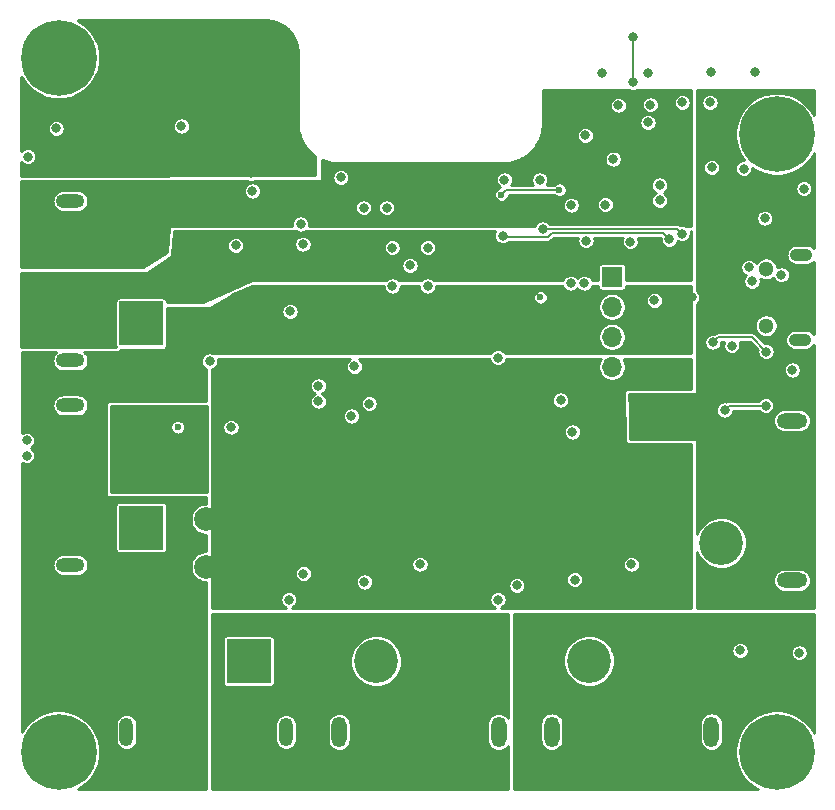
<source format=gbr>
G04 #@! TF.GenerationSoftware,KiCad,Pcbnew,(5.1.10-1-10_14)*
G04 #@! TF.CreationDate,2021-09-30T13:47:23+10:00*
G04 #@! TF.ProjectId,esp32_battery_isolator,65737033-325f-4626-9174-746572795f69,G*
G04 #@! TF.SameCoordinates,Original*
G04 #@! TF.FileFunction,Copper,L4,Bot*
G04 #@! TF.FilePolarity,Positive*
%FSLAX46Y46*%
G04 Gerber Fmt 4.6, Leading zero omitted, Abs format (unit mm)*
G04 Created by KiCad (PCBNEW (5.1.10-1-10_14)) date 2021-09-30 13:47:23*
%MOMM*%
%LPD*%
G01*
G04 APERTURE LIST*
G04 #@! TA.AperFunction,ComponentPad*
%ADD10C,3.716000*%
G04 #@! TD*
G04 #@! TA.AperFunction,ComponentPad*
%ADD11O,2.600000X1.300000*%
G04 #@! TD*
G04 #@! TA.AperFunction,ComponentPad*
%ADD12O,1.300000X2.600000*%
G04 #@! TD*
G04 #@! TA.AperFunction,ComponentPad*
%ADD13O,1.200000X2.400000*%
G04 #@! TD*
G04 #@! TA.AperFunction,ComponentPad*
%ADD14R,3.716000X3.716000*%
G04 #@! TD*
G04 #@! TA.AperFunction,ComponentPad*
%ADD15O,1.900000X1.070000*%
G04 #@! TD*
G04 #@! TA.AperFunction,ComponentPad*
%ADD16C,1.300000*%
G04 #@! TD*
G04 #@! TA.AperFunction,ComponentPad*
%ADD17C,0.800000*%
G04 #@! TD*
G04 #@! TA.AperFunction,ComponentPad*
%ADD18C,6.400000*%
G04 #@! TD*
G04 #@! TA.AperFunction,ComponentPad*
%ADD19R,1.700000X1.700000*%
G04 #@! TD*
G04 #@! TA.AperFunction,ComponentPad*
%ADD20O,1.700000X1.700000*%
G04 #@! TD*
G04 #@! TA.AperFunction,ComponentPad*
%ADD21O,2.400000X1.200000*%
G04 #@! TD*
G04 #@! TA.AperFunction,ViaPad*
%ADD22C,0.800000*%
G04 #@! TD*
G04 #@! TA.AperFunction,ViaPad*
%ADD23C,1.000000*%
G04 #@! TD*
G04 #@! TA.AperFunction,ViaPad*
%ADD24C,2.000000*%
G04 #@! TD*
G04 #@! TA.AperFunction,ViaPad*
%ADD25C,0.600000*%
G04 #@! TD*
G04 #@! TA.AperFunction,Conductor*
%ADD26C,0.167000*%
G04 #@! TD*
G04 #@! TA.AperFunction,Conductor*
%ADD27C,0.200000*%
G04 #@! TD*
G04 #@! TA.AperFunction,Conductor*
%ADD28C,1.000000*%
G04 #@! TD*
G04 #@! TA.AperFunction,Conductor*
%ADD29C,0.254000*%
G04 #@! TD*
G04 #@! TA.AperFunction,Conductor*
%ADD30C,0.100000*%
G04 #@! TD*
G04 APERTURE END LIST*
D10*
X167250000Y-113150000D03*
X167250000Y-105950000D03*
D11*
X173250000Y-116300000D03*
X173250000Y-102800000D03*
D12*
X166420000Y-129120000D03*
X152920000Y-129120000D03*
D10*
X163270000Y-123120000D03*
X156070000Y-123120000D03*
D13*
X116900000Y-129160000D03*
X130400000Y-129160000D03*
D10*
X120050000Y-123160000D03*
D14*
X127250000Y-123160000D03*
D15*
X174050000Y-88750000D03*
X173950000Y-95950000D03*
D16*
X171050000Y-89950000D03*
X171050000Y-94750000D03*
D17*
X112847056Y-129152944D03*
X111150000Y-128450000D03*
X109452944Y-129152944D03*
X108750000Y-130850000D03*
X109452944Y-132547056D03*
X111150000Y-133250000D03*
X112847056Y-132547056D03*
X113550000Y-130850000D03*
D18*
X111150000Y-130850000D03*
D17*
X173647056Y-76852944D03*
X171950000Y-76150000D03*
X170252944Y-76852944D03*
X169550000Y-78550000D03*
X170252944Y-80247056D03*
X171950000Y-80950000D03*
X173647056Y-80247056D03*
X174350000Y-78550000D03*
D18*
X171950000Y-78550000D03*
X171950000Y-130850000D03*
D17*
X174350000Y-130850000D03*
X173647056Y-132547056D03*
X171950000Y-133250000D03*
X170252944Y-132547056D03*
X169550000Y-130850000D03*
X170252944Y-129152944D03*
X171950000Y-128450000D03*
X173647056Y-129152944D03*
X112847056Y-70352944D03*
X111150000Y-69650000D03*
X109452944Y-70352944D03*
X108750000Y-72050000D03*
X109452944Y-73747056D03*
X111150000Y-74450000D03*
X112847056Y-73747056D03*
X113550000Y-72050000D03*
D18*
X111150000Y-72050000D03*
D19*
X158009823Y-90620605D03*
D20*
X158009823Y-93160605D03*
X158009823Y-95700605D03*
X158009823Y-98240605D03*
D14*
X118150000Y-94550000D03*
D10*
X118150000Y-87350000D03*
D21*
X112150000Y-97700000D03*
X112150000Y-84200000D03*
X112150000Y-101500000D03*
X112150000Y-115000000D03*
D10*
X118150000Y-104650000D03*
D14*
X118150000Y-111850000D03*
D12*
X148400000Y-129150000D03*
X134900000Y-129150000D03*
D10*
X145250000Y-123150000D03*
X138050000Y-123150000D03*
D22*
X171023669Y-101528348D03*
X159750000Y-74150000D03*
X153650000Y-101050000D03*
X148350000Y-117950000D03*
X130650000Y-117950000D03*
X131650000Y-86150000D03*
X139400000Y-91400000D03*
X142400000Y-91400000D03*
X140900000Y-89650000D03*
X142400000Y-88150000D03*
X139400000Y-88150000D03*
X136200000Y-98200000D03*
X135950000Y-102400000D03*
X174250000Y-83150000D03*
X166300000Y-75850000D03*
X157450000Y-84500000D03*
X155800000Y-87550000D03*
X137050000Y-116450000D03*
X154850000Y-116250000D03*
X159650000Y-114950000D03*
X141750000Y-114950000D03*
X172350000Y-90450000D03*
X155750000Y-78650000D03*
X163950000Y-75850000D03*
X161250000Y-76050000D03*
X158540484Y-76087664D03*
X151900000Y-82400000D03*
X173266964Y-98503510D03*
X161600006Y-92600000D03*
X148900000Y-82400000D03*
X112450000Y-79300000D03*
X110500000Y-81300000D03*
X114800000Y-81300000D03*
X117900000Y-79800000D03*
X119200000Y-79800000D03*
X120500000Y-79800000D03*
X121800000Y-79800000D03*
X127450000Y-81850000D03*
X108750000Y-76150000D03*
X111650000Y-76150000D03*
X114100000Y-76150000D03*
X135050000Y-82200000D03*
X132600000Y-81300000D03*
X157200000Y-73350000D03*
X161050000Y-73350000D03*
X166350000Y-73300000D03*
X170100000Y-73300000D03*
X169600000Y-89800000D03*
X169859202Y-90996554D03*
X159550000Y-87650000D03*
X154650002Y-103750000D03*
X168150000Y-96450000D03*
X126150000Y-87950000D03*
X116150000Y-76150000D03*
X123350000Y-80650000D03*
X125250000Y-80650000D03*
X127550000Y-83350000D03*
X127750000Y-69550000D03*
X130050000Y-72150000D03*
X129650000Y-69650000D03*
X133150000Y-101150000D03*
X125750000Y-103350000D03*
X173850000Y-122450000D03*
X154550000Y-84550000D03*
X136979989Y-84770011D03*
X138929989Y-84770011D03*
X130750000Y-93550000D03*
X123950000Y-97750000D03*
X158100000Y-80650000D03*
X169150000Y-81450000D03*
X163950000Y-86950000D03*
X152150001Y-86550001D03*
X162850000Y-87450000D03*
X148750000Y-87150000D03*
X162050000Y-82850000D03*
X154500000Y-91149998D03*
X162050000Y-84150000D03*
X155650000Y-91150000D03*
X159800000Y-70300000D03*
X108450000Y-105750000D03*
X108450000Y-104450000D03*
X110950000Y-78050000D03*
X108550000Y-80450000D03*
X121550000Y-77850000D03*
X170950004Y-85650000D03*
X166450000Y-81350000D03*
X116550000Y-107550000D03*
X116250000Y-102450000D03*
X118650000Y-107850000D03*
X120150000Y-102250000D03*
X122550000Y-104850000D03*
X163650000Y-77250000D03*
D23*
X110150000Y-89150000D03*
X112650000Y-89150000D03*
X115150000Y-89150000D03*
X110150000Y-86650000D03*
X112650000Y-86650000D03*
X115150000Y-86650000D03*
X115150000Y-84050000D03*
X118050000Y-84050000D03*
D24*
X120350000Y-84350000D03*
X123450000Y-84550000D03*
D22*
X148350000Y-97450000D03*
D25*
X153550000Y-83250000D03*
X148650000Y-83650000D03*
X121250000Y-103350000D03*
D23*
X125150000Y-129150000D03*
X125150000Y-126650000D03*
X127650000Y-126650000D03*
X127650000Y-129150000D03*
X127650000Y-131650000D03*
X125150000Y-131650000D03*
X130150000Y-131650000D03*
X135150000Y-131650000D03*
X137650000Y-131650000D03*
X140150000Y-131650000D03*
X142650000Y-131650000D03*
X145150000Y-131650000D03*
X147650000Y-131650000D03*
X130150000Y-126650000D03*
X135150000Y-126650000D03*
X137650000Y-126650000D03*
X137650000Y-126650000D03*
X142650000Y-126650000D03*
X140150000Y-126650000D03*
X145150000Y-126650000D03*
X137650000Y-129150000D03*
X140150000Y-129150000D03*
X142650000Y-129150000D03*
X145150000Y-129150000D03*
X147650000Y-126650000D03*
X141550000Y-122050000D03*
X141550000Y-124450000D03*
X148450000Y-121750000D03*
X148350000Y-124550000D03*
D24*
X132550000Y-121750000D03*
X132550000Y-125050000D03*
X132550000Y-128650000D03*
X132550000Y-132250000D03*
D22*
X164750000Y-92350000D03*
X122450000Y-96550000D03*
X121050000Y-95250000D03*
X110650000Y-103150000D03*
X112650000Y-103150000D03*
X114650000Y-103150000D03*
X109650000Y-107150000D03*
X111650000Y-107150000D03*
X109650000Y-109150000D03*
D23*
X115150000Y-114150000D03*
X120150000Y-126650000D03*
X122650000Y-126650000D03*
X122650000Y-129150000D03*
X122650000Y-131650000D03*
X120150000Y-131650000D03*
X120150000Y-129150000D03*
X117650000Y-131650000D03*
X120150000Y-119150000D03*
X115150000Y-111650000D03*
X112650000Y-111950000D03*
X110150000Y-114150000D03*
D24*
X119150000Y-99150000D03*
D23*
X115150000Y-99150000D03*
X112650000Y-99150000D03*
X110150000Y-99150000D03*
D22*
X111650000Y-109150000D03*
X109650000Y-111350000D03*
D23*
X122850000Y-123150000D03*
X122250000Y-120550000D03*
X115250000Y-131650000D03*
X155150000Y-126650000D03*
X157650000Y-126650000D03*
X160150000Y-126650000D03*
X162650000Y-126650000D03*
X165150000Y-126650000D03*
X167650000Y-126650000D03*
X167650000Y-124150000D03*
X155150000Y-129150000D03*
X155150000Y-131650000D03*
X157650000Y-131650000D03*
X157650000Y-129150000D03*
X160150000Y-131650000D03*
X162650000Y-131650000D03*
X165150000Y-131650000D03*
X167650000Y-131650000D03*
X160150000Y-124150000D03*
X160150000Y-121650000D03*
X162650000Y-129150000D03*
X160150000Y-129150000D03*
D22*
X166350000Y-108650000D03*
X168550000Y-108650000D03*
D23*
X170850000Y-117350000D03*
X172650000Y-114150000D03*
X172650000Y-111650000D03*
X172650000Y-109150000D03*
X172650000Y-106650000D03*
X160650000Y-103150000D03*
X163150000Y-103150000D03*
X165650000Y-103150000D03*
X167650000Y-110150000D03*
X172650000Y-104650000D03*
D22*
X131886697Y-115752641D03*
X133150000Y-99850000D03*
X125150000Y-100150000D03*
X127950000Y-98650000D03*
X130550000Y-100450000D03*
D24*
X127650000Y-103150000D03*
D22*
X167550129Y-101896490D03*
X162150000Y-99450000D03*
D24*
X127650000Y-107150000D03*
X127650000Y-111150000D03*
X127650000Y-115150000D03*
X123650000Y-115150000D03*
X123650000Y-111150000D03*
X135650000Y-111150000D03*
X135650000Y-107150000D03*
X139650000Y-111150000D03*
X139650000Y-107150000D03*
X143650000Y-107150000D03*
X147650000Y-107150000D03*
X151650000Y-107150000D03*
X155650000Y-107150000D03*
X155650000Y-111150000D03*
X151650000Y-111150000D03*
X147650000Y-111150000D03*
X143650000Y-111150000D03*
X131650000Y-107150000D03*
X131650000Y-111150000D03*
X143650000Y-103150000D03*
X147650000Y-103150000D03*
X151650000Y-103150000D03*
X135650000Y-115150000D03*
X139650000Y-115150000D03*
X143650000Y-115150000D03*
X147650000Y-115150000D03*
X151650000Y-115150000D03*
X156650000Y-115150000D03*
X162650000Y-114150000D03*
X162650000Y-110150000D03*
X159650000Y-111150000D03*
X109650000Y-117650000D03*
X113150000Y-117650000D03*
X116900000Y-117650000D03*
X115900000Y-121400000D03*
X115900000Y-126400000D03*
X127950000Y-93650000D03*
D22*
X128050000Y-95750000D03*
D24*
X150850000Y-121550000D03*
X150850000Y-124850000D03*
X150850000Y-128650000D03*
D23*
X153250000Y-125450000D03*
X152750000Y-122950000D03*
D24*
X150950000Y-132250000D03*
X167150000Y-120650000D03*
D22*
X137450000Y-101350000D03*
X149950000Y-116750000D03*
X161050000Y-77550000D03*
X131839180Y-87851968D03*
X121400000Y-91400000D03*
X122900000Y-92150000D03*
D24*
X110650000Y-91650000D03*
X114150000Y-94650000D03*
D22*
X121550000Y-88050000D03*
X123050000Y-88750000D03*
D25*
X151950000Y-92350000D03*
D22*
X168850000Y-122250000D03*
X166550000Y-96150000D03*
X171050000Y-96950000D03*
D26*
X163550001Y-86550001D02*
X152150001Y-86550001D01*
X163950000Y-86950000D02*
X163550001Y-86550001D01*
X148850000Y-87250000D02*
X148750000Y-87150000D01*
X152550000Y-87250000D02*
X148850000Y-87250000D01*
X152903501Y-86896499D02*
X152550000Y-87250000D01*
X162296499Y-86896499D02*
X152903501Y-86896499D01*
X162850000Y-87450000D02*
X162296499Y-86896499D01*
D27*
X159750000Y-70350000D02*
X159800000Y-70300000D01*
X159750000Y-74150000D02*
X159750000Y-70350000D01*
D28*
X117950000Y-104450000D02*
X118150000Y-104650000D01*
D27*
X149050000Y-83250000D02*
X148650000Y-83650000D01*
X153550000Y-83250000D02*
X149050000Y-83250000D01*
X148650000Y-83650000D02*
X148650000Y-83650000D01*
X167918271Y-101528348D02*
X167550129Y-101896490D01*
X171023669Y-101528348D02*
X167918271Y-101528348D01*
X169850001Y-95750001D02*
X171050000Y-96950000D01*
X166550000Y-96150000D02*
X166949999Y-95750001D01*
X166949999Y-95750001D02*
X169850001Y-95750001D01*
D29*
X132585302Y-100686564D02*
X132505741Y-100805636D01*
X132450938Y-100937942D01*
X132423000Y-101078397D01*
X132423000Y-101221603D01*
X132450938Y-101362058D01*
X132505741Y-101494364D01*
X132585302Y-101613436D01*
X132686564Y-101714698D01*
X132805636Y-101794259D01*
X132937942Y-101849062D01*
X133078397Y-101877000D01*
X133221603Y-101877000D01*
X133362058Y-101849062D01*
X133494364Y-101794259D01*
X133613436Y-101714698D01*
X133714698Y-101613436D01*
X133794259Y-101494364D01*
X133849062Y-101362058D01*
X133877000Y-101221603D01*
X133877000Y-101078397D01*
X133849062Y-100937942D01*
X133794259Y-100805636D01*
X133714698Y-100686564D01*
X133705134Y-100677000D01*
X137175023Y-100677000D01*
X137105636Y-100705741D01*
X136986564Y-100785302D01*
X136885302Y-100886564D01*
X136805741Y-101005636D01*
X136750938Y-101137942D01*
X136723000Y-101278397D01*
X136723000Y-101421603D01*
X136750938Y-101562058D01*
X136805741Y-101694364D01*
X136885302Y-101813436D01*
X136986564Y-101914698D01*
X137105636Y-101994259D01*
X137237942Y-102049062D01*
X137378397Y-102077000D01*
X137521603Y-102077000D01*
X137662058Y-102049062D01*
X137794364Y-101994259D01*
X137913436Y-101914698D01*
X138014698Y-101813436D01*
X138094259Y-101694364D01*
X138149062Y-101562058D01*
X138177000Y-101421603D01*
X138177000Y-101278397D01*
X138149062Y-101137942D01*
X138094259Y-101005636D01*
X138014698Y-100886564D01*
X137913436Y-100785302D01*
X137794364Y-100705741D01*
X137724977Y-100677000D01*
X153024875Y-100677000D01*
X153005741Y-100705636D01*
X152950938Y-100837942D01*
X152923000Y-100978397D01*
X152923000Y-101121603D01*
X152950938Y-101262058D01*
X153005741Y-101394364D01*
X153085302Y-101513436D01*
X153186564Y-101614698D01*
X153305636Y-101694259D01*
X153437942Y-101749062D01*
X153578397Y-101777000D01*
X153721603Y-101777000D01*
X153862058Y-101749062D01*
X153994364Y-101694259D01*
X154113436Y-101614698D01*
X154214698Y-101513436D01*
X154294259Y-101394364D01*
X154349062Y-101262058D01*
X154377000Y-101121603D01*
X154377000Y-100978397D01*
X154349062Y-100837942D01*
X154294259Y-100705636D01*
X154275125Y-100677000D01*
X159025812Y-100677000D01*
X159073026Y-104454087D01*
X159079283Y-104513795D01*
X159097891Y-104575137D01*
X159128109Y-104631671D01*
X159168776Y-104681224D01*
X159218329Y-104721891D01*
X159274863Y-104752109D01*
X159336205Y-104770717D01*
X159400000Y-104777000D01*
X164723000Y-104777000D01*
X164723000Y-118623000D01*
X148624977Y-118623000D01*
X148694364Y-118594259D01*
X148813436Y-118514698D01*
X148914698Y-118413436D01*
X148994259Y-118294364D01*
X149049062Y-118162058D01*
X149077000Y-118021603D01*
X149077000Y-117878397D01*
X149049062Y-117737942D01*
X148994259Y-117605636D01*
X148914698Y-117486564D01*
X148813436Y-117385302D01*
X148694364Y-117305741D01*
X148562058Y-117250938D01*
X148421603Y-117223000D01*
X148278397Y-117223000D01*
X148137942Y-117250938D01*
X148005636Y-117305741D01*
X147886564Y-117385302D01*
X147785302Y-117486564D01*
X147705741Y-117605636D01*
X147650938Y-117737942D01*
X147623000Y-117878397D01*
X147623000Y-118021603D01*
X147650938Y-118162058D01*
X147705741Y-118294364D01*
X147785302Y-118413436D01*
X147886564Y-118514698D01*
X148005636Y-118594259D01*
X148075023Y-118623000D01*
X130924977Y-118623000D01*
X130994364Y-118594259D01*
X131113436Y-118514698D01*
X131214698Y-118413436D01*
X131294259Y-118294364D01*
X131349062Y-118162058D01*
X131377000Y-118021603D01*
X131377000Y-117878397D01*
X131349062Y-117737942D01*
X131294259Y-117605636D01*
X131214698Y-117486564D01*
X131113436Y-117385302D01*
X130994364Y-117305741D01*
X130862058Y-117250938D01*
X130721603Y-117223000D01*
X130578397Y-117223000D01*
X130437942Y-117250938D01*
X130305636Y-117305741D01*
X130186564Y-117385302D01*
X130085302Y-117486564D01*
X130005741Y-117605636D01*
X129950938Y-117737942D01*
X129923000Y-117878397D01*
X129923000Y-118021603D01*
X129950938Y-118162058D01*
X130005741Y-118294364D01*
X130085302Y-118413436D01*
X130186564Y-118514698D01*
X130305636Y-118594259D01*
X130375023Y-118623000D01*
X124177000Y-118623000D01*
X124177000Y-115681038D01*
X131159697Y-115681038D01*
X131159697Y-115824244D01*
X131187635Y-115964699D01*
X131242438Y-116097005D01*
X131321999Y-116216077D01*
X131423261Y-116317339D01*
X131542333Y-116396900D01*
X131674639Y-116451703D01*
X131815094Y-116479641D01*
X131958300Y-116479641D01*
X132098755Y-116451703D01*
X132231061Y-116396900D01*
X132258752Y-116378397D01*
X136323000Y-116378397D01*
X136323000Y-116521603D01*
X136350938Y-116662058D01*
X136405741Y-116794364D01*
X136485302Y-116913436D01*
X136586564Y-117014698D01*
X136705636Y-117094259D01*
X136837942Y-117149062D01*
X136978397Y-117177000D01*
X137121603Y-117177000D01*
X137262058Y-117149062D01*
X137394364Y-117094259D01*
X137513436Y-117014698D01*
X137614698Y-116913436D01*
X137694259Y-116794364D01*
X137742294Y-116678397D01*
X149223000Y-116678397D01*
X149223000Y-116821603D01*
X149250938Y-116962058D01*
X149305741Y-117094364D01*
X149385302Y-117213436D01*
X149486564Y-117314698D01*
X149605636Y-117394259D01*
X149737942Y-117449062D01*
X149878397Y-117477000D01*
X150021603Y-117477000D01*
X150162058Y-117449062D01*
X150294364Y-117394259D01*
X150413436Y-117314698D01*
X150514698Y-117213436D01*
X150594259Y-117094364D01*
X150649062Y-116962058D01*
X150677000Y-116821603D01*
X150677000Y-116678397D01*
X150649062Y-116537942D01*
X150594259Y-116405636D01*
X150514698Y-116286564D01*
X150413436Y-116185302D01*
X150403102Y-116178397D01*
X154123000Y-116178397D01*
X154123000Y-116321603D01*
X154150938Y-116462058D01*
X154205741Y-116594364D01*
X154285302Y-116713436D01*
X154386564Y-116814698D01*
X154505636Y-116894259D01*
X154637942Y-116949062D01*
X154778397Y-116977000D01*
X154921603Y-116977000D01*
X155062058Y-116949062D01*
X155194364Y-116894259D01*
X155313436Y-116814698D01*
X155414698Y-116713436D01*
X155494259Y-116594364D01*
X155549062Y-116462058D01*
X155577000Y-116321603D01*
X155577000Y-116178397D01*
X155549062Y-116037942D01*
X155494259Y-115905636D01*
X155414698Y-115786564D01*
X155313436Y-115685302D01*
X155194364Y-115605741D01*
X155062058Y-115550938D01*
X154921603Y-115523000D01*
X154778397Y-115523000D01*
X154637942Y-115550938D01*
X154505636Y-115605741D01*
X154386564Y-115685302D01*
X154285302Y-115786564D01*
X154205741Y-115905636D01*
X154150938Y-116037942D01*
X154123000Y-116178397D01*
X150403102Y-116178397D01*
X150294364Y-116105741D01*
X150162058Y-116050938D01*
X150021603Y-116023000D01*
X149878397Y-116023000D01*
X149737942Y-116050938D01*
X149605636Y-116105741D01*
X149486564Y-116185302D01*
X149385302Y-116286564D01*
X149305741Y-116405636D01*
X149250938Y-116537942D01*
X149223000Y-116678397D01*
X137742294Y-116678397D01*
X137749062Y-116662058D01*
X137777000Y-116521603D01*
X137777000Y-116378397D01*
X137749062Y-116237942D01*
X137694259Y-116105636D01*
X137614698Y-115986564D01*
X137513436Y-115885302D01*
X137394364Y-115805741D01*
X137262058Y-115750938D01*
X137121603Y-115723000D01*
X136978397Y-115723000D01*
X136837942Y-115750938D01*
X136705636Y-115805741D01*
X136586564Y-115885302D01*
X136485302Y-115986564D01*
X136405741Y-116105636D01*
X136350938Y-116237942D01*
X136323000Y-116378397D01*
X132258752Y-116378397D01*
X132350133Y-116317339D01*
X132451395Y-116216077D01*
X132530956Y-116097005D01*
X132585759Y-115964699D01*
X132613697Y-115824244D01*
X132613697Y-115681038D01*
X132585759Y-115540583D01*
X132530956Y-115408277D01*
X132451395Y-115289205D01*
X132350133Y-115187943D01*
X132231061Y-115108382D01*
X132098755Y-115053579D01*
X131958300Y-115025641D01*
X131815094Y-115025641D01*
X131674639Y-115053579D01*
X131542333Y-115108382D01*
X131423261Y-115187943D01*
X131321999Y-115289205D01*
X131242438Y-115408277D01*
X131187635Y-115540583D01*
X131159697Y-115681038D01*
X124177000Y-115681038D01*
X124177000Y-114878397D01*
X141023000Y-114878397D01*
X141023000Y-115021603D01*
X141050938Y-115162058D01*
X141105741Y-115294364D01*
X141185302Y-115413436D01*
X141286564Y-115514698D01*
X141405636Y-115594259D01*
X141537942Y-115649062D01*
X141678397Y-115677000D01*
X141821603Y-115677000D01*
X141962058Y-115649062D01*
X142094364Y-115594259D01*
X142213436Y-115514698D01*
X142314698Y-115413436D01*
X142394259Y-115294364D01*
X142449062Y-115162058D01*
X142477000Y-115021603D01*
X142477000Y-114878397D01*
X158923000Y-114878397D01*
X158923000Y-115021603D01*
X158950938Y-115162058D01*
X159005741Y-115294364D01*
X159085302Y-115413436D01*
X159186564Y-115514698D01*
X159305636Y-115594259D01*
X159437942Y-115649062D01*
X159578397Y-115677000D01*
X159721603Y-115677000D01*
X159862058Y-115649062D01*
X159994364Y-115594259D01*
X160113436Y-115514698D01*
X160214698Y-115413436D01*
X160294259Y-115294364D01*
X160349062Y-115162058D01*
X160377000Y-115021603D01*
X160377000Y-114878397D01*
X160349062Y-114737942D01*
X160294259Y-114605636D01*
X160214698Y-114486564D01*
X160113436Y-114385302D01*
X159994364Y-114305741D01*
X159862058Y-114250938D01*
X159721603Y-114223000D01*
X159578397Y-114223000D01*
X159437942Y-114250938D01*
X159305636Y-114305741D01*
X159186564Y-114385302D01*
X159085302Y-114486564D01*
X159005741Y-114605636D01*
X158950938Y-114737942D01*
X158923000Y-114878397D01*
X142477000Y-114878397D01*
X142449062Y-114737942D01*
X142394259Y-114605636D01*
X142314698Y-114486564D01*
X142213436Y-114385302D01*
X142094364Y-114305741D01*
X141962058Y-114250938D01*
X141821603Y-114223000D01*
X141678397Y-114223000D01*
X141537942Y-114250938D01*
X141405636Y-114305741D01*
X141286564Y-114385302D01*
X141185302Y-114486564D01*
X141105741Y-114605636D01*
X141050938Y-114737942D01*
X141023000Y-114878397D01*
X124177000Y-114878397D01*
X124177000Y-103278397D01*
X125023000Y-103278397D01*
X125023000Y-103421603D01*
X125050938Y-103562058D01*
X125105741Y-103694364D01*
X125185302Y-103813436D01*
X125286564Y-103914698D01*
X125405636Y-103994259D01*
X125537942Y-104049062D01*
X125678397Y-104077000D01*
X125821603Y-104077000D01*
X125962058Y-104049062D01*
X126094364Y-103994259D01*
X126213436Y-103914698D01*
X126314698Y-103813436D01*
X126394259Y-103694364D01*
X126400872Y-103678397D01*
X153923002Y-103678397D01*
X153923002Y-103821603D01*
X153950940Y-103962058D01*
X154005743Y-104094364D01*
X154085304Y-104213436D01*
X154186566Y-104314698D01*
X154305638Y-104394259D01*
X154437944Y-104449062D01*
X154578399Y-104477000D01*
X154721605Y-104477000D01*
X154862060Y-104449062D01*
X154994366Y-104394259D01*
X155113438Y-104314698D01*
X155214700Y-104213436D01*
X155294261Y-104094364D01*
X155349064Y-103962058D01*
X155377002Y-103821603D01*
X155377002Y-103678397D01*
X155349064Y-103537942D01*
X155294261Y-103405636D01*
X155214700Y-103286564D01*
X155113438Y-103185302D01*
X154994366Y-103105741D01*
X154862060Y-103050938D01*
X154721605Y-103023000D01*
X154578399Y-103023000D01*
X154437944Y-103050938D01*
X154305638Y-103105741D01*
X154186566Y-103185302D01*
X154085304Y-103286564D01*
X154005743Y-103405636D01*
X153950940Y-103537942D01*
X153923002Y-103678397D01*
X126400872Y-103678397D01*
X126449062Y-103562058D01*
X126477000Y-103421603D01*
X126477000Y-103278397D01*
X126449062Y-103137942D01*
X126394259Y-103005636D01*
X126314698Y-102886564D01*
X126213436Y-102785302D01*
X126094364Y-102705741D01*
X125962058Y-102650938D01*
X125821603Y-102623000D01*
X125678397Y-102623000D01*
X125537942Y-102650938D01*
X125405636Y-102705741D01*
X125286564Y-102785302D01*
X125185302Y-102886564D01*
X125105741Y-103005636D01*
X125050938Y-103137942D01*
X125023000Y-103278397D01*
X124177000Y-103278397D01*
X124177000Y-102328397D01*
X135223000Y-102328397D01*
X135223000Y-102471603D01*
X135250938Y-102612058D01*
X135305741Y-102744364D01*
X135385302Y-102863436D01*
X135486564Y-102964698D01*
X135605636Y-103044259D01*
X135737942Y-103099062D01*
X135878397Y-103127000D01*
X136021603Y-103127000D01*
X136162058Y-103099062D01*
X136294364Y-103044259D01*
X136413436Y-102964698D01*
X136514698Y-102863436D01*
X136594259Y-102744364D01*
X136649062Y-102612058D01*
X136677000Y-102471603D01*
X136677000Y-102328397D01*
X136649062Y-102187942D01*
X136594259Y-102055636D01*
X136514698Y-101936564D01*
X136413436Y-101835302D01*
X136294364Y-101755741D01*
X136162058Y-101700938D01*
X136021603Y-101673000D01*
X135878397Y-101673000D01*
X135737942Y-101700938D01*
X135605636Y-101755741D01*
X135486564Y-101835302D01*
X135385302Y-101936564D01*
X135305741Y-102055636D01*
X135250938Y-102187942D01*
X135223000Y-102328397D01*
X124177000Y-102328397D01*
X124177000Y-100677000D01*
X132594866Y-100677000D01*
X132585302Y-100686564D01*
G04 #@! TA.AperFunction,Conductor*
D30*
G36*
X132585302Y-100686564D02*
G01*
X132505741Y-100805636D01*
X132450938Y-100937942D01*
X132423000Y-101078397D01*
X132423000Y-101221603D01*
X132450938Y-101362058D01*
X132505741Y-101494364D01*
X132585302Y-101613436D01*
X132686564Y-101714698D01*
X132805636Y-101794259D01*
X132937942Y-101849062D01*
X133078397Y-101877000D01*
X133221603Y-101877000D01*
X133362058Y-101849062D01*
X133494364Y-101794259D01*
X133613436Y-101714698D01*
X133714698Y-101613436D01*
X133794259Y-101494364D01*
X133849062Y-101362058D01*
X133877000Y-101221603D01*
X133877000Y-101078397D01*
X133849062Y-100937942D01*
X133794259Y-100805636D01*
X133714698Y-100686564D01*
X133705134Y-100677000D01*
X137175023Y-100677000D01*
X137105636Y-100705741D01*
X136986564Y-100785302D01*
X136885302Y-100886564D01*
X136805741Y-101005636D01*
X136750938Y-101137942D01*
X136723000Y-101278397D01*
X136723000Y-101421603D01*
X136750938Y-101562058D01*
X136805741Y-101694364D01*
X136885302Y-101813436D01*
X136986564Y-101914698D01*
X137105636Y-101994259D01*
X137237942Y-102049062D01*
X137378397Y-102077000D01*
X137521603Y-102077000D01*
X137662058Y-102049062D01*
X137794364Y-101994259D01*
X137913436Y-101914698D01*
X138014698Y-101813436D01*
X138094259Y-101694364D01*
X138149062Y-101562058D01*
X138177000Y-101421603D01*
X138177000Y-101278397D01*
X138149062Y-101137942D01*
X138094259Y-101005636D01*
X138014698Y-100886564D01*
X137913436Y-100785302D01*
X137794364Y-100705741D01*
X137724977Y-100677000D01*
X153024875Y-100677000D01*
X153005741Y-100705636D01*
X152950938Y-100837942D01*
X152923000Y-100978397D01*
X152923000Y-101121603D01*
X152950938Y-101262058D01*
X153005741Y-101394364D01*
X153085302Y-101513436D01*
X153186564Y-101614698D01*
X153305636Y-101694259D01*
X153437942Y-101749062D01*
X153578397Y-101777000D01*
X153721603Y-101777000D01*
X153862058Y-101749062D01*
X153994364Y-101694259D01*
X154113436Y-101614698D01*
X154214698Y-101513436D01*
X154294259Y-101394364D01*
X154349062Y-101262058D01*
X154377000Y-101121603D01*
X154377000Y-100978397D01*
X154349062Y-100837942D01*
X154294259Y-100705636D01*
X154275125Y-100677000D01*
X159025812Y-100677000D01*
X159073026Y-104454087D01*
X159079283Y-104513795D01*
X159097891Y-104575137D01*
X159128109Y-104631671D01*
X159168776Y-104681224D01*
X159218329Y-104721891D01*
X159274863Y-104752109D01*
X159336205Y-104770717D01*
X159400000Y-104777000D01*
X164723000Y-104777000D01*
X164723000Y-118623000D01*
X148624977Y-118623000D01*
X148694364Y-118594259D01*
X148813436Y-118514698D01*
X148914698Y-118413436D01*
X148994259Y-118294364D01*
X149049062Y-118162058D01*
X149077000Y-118021603D01*
X149077000Y-117878397D01*
X149049062Y-117737942D01*
X148994259Y-117605636D01*
X148914698Y-117486564D01*
X148813436Y-117385302D01*
X148694364Y-117305741D01*
X148562058Y-117250938D01*
X148421603Y-117223000D01*
X148278397Y-117223000D01*
X148137942Y-117250938D01*
X148005636Y-117305741D01*
X147886564Y-117385302D01*
X147785302Y-117486564D01*
X147705741Y-117605636D01*
X147650938Y-117737942D01*
X147623000Y-117878397D01*
X147623000Y-118021603D01*
X147650938Y-118162058D01*
X147705741Y-118294364D01*
X147785302Y-118413436D01*
X147886564Y-118514698D01*
X148005636Y-118594259D01*
X148075023Y-118623000D01*
X130924977Y-118623000D01*
X130994364Y-118594259D01*
X131113436Y-118514698D01*
X131214698Y-118413436D01*
X131294259Y-118294364D01*
X131349062Y-118162058D01*
X131377000Y-118021603D01*
X131377000Y-117878397D01*
X131349062Y-117737942D01*
X131294259Y-117605636D01*
X131214698Y-117486564D01*
X131113436Y-117385302D01*
X130994364Y-117305741D01*
X130862058Y-117250938D01*
X130721603Y-117223000D01*
X130578397Y-117223000D01*
X130437942Y-117250938D01*
X130305636Y-117305741D01*
X130186564Y-117385302D01*
X130085302Y-117486564D01*
X130005741Y-117605636D01*
X129950938Y-117737942D01*
X129923000Y-117878397D01*
X129923000Y-118021603D01*
X129950938Y-118162058D01*
X130005741Y-118294364D01*
X130085302Y-118413436D01*
X130186564Y-118514698D01*
X130305636Y-118594259D01*
X130375023Y-118623000D01*
X124177000Y-118623000D01*
X124177000Y-115681038D01*
X131159697Y-115681038D01*
X131159697Y-115824244D01*
X131187635Y-115964699D01*
X131242438Y-116097005D01*
X131321999Y-116216077D01*
X131423261Y-116317339D01*
X131542333Y-116396900D01*
X131674639Y-116451703D01*
X131815094Y-116479641D01*
X131958300Y-116479641D01*
X132098755Y-116451703D01*
X132231061Y-116396900D01*
X132258752Y-116378397D01*
X136323000Y-116378397D01*
X136323000Y-116521603D01*
X136350938Y-116662058D01*
X136405741Y-116794364D01*
X136485302Y-116913436D01*
X136586564Y-117014698D01*
X136705636Y-117094259D01*
X136837942Y-117149062D01*
X136978397Y-117177000D01*
X137121603Y-117177000D01*
X137262058Y-117149062D01*
X137394364Y-117094259D01*
X137513436Y-117014698D01*
X137614698Y-116913436D01*
X137694259Y-116794364D01*
X137742294Y-116678397D01*
X149223000Y-116678397D01*
X149223000Y-116821603D01*
X149250938Y-116962058D01*
X149305741Y-117094364D01*
X149385302Y-117213436D01*
X149486564Y-117314698D01*
X149605636Y-117394259D01*
X149737942Y-117449062D01*
X149878397Y-117477000D01*
X150021603Y-117477000D01*
X150162058Y-117449062D01*
X150294364Y-117394259D01*
X150413436Y-117314698D01*
X150514698Y-117213436D01*
X150594259Y-117094364D01*
X150649062Y-116962058D01*
X150677000Y-116821603D01*
X150677000Y-116678397D01*
X150649062Y-116537942D01*
X150594259Y-116405636D01*
X150514698Y-116286564D01*
X150413436Y-116185302D01*
X150403102Y-116178397D01*
X154123000Y-116178397D01*
X154123000Y-116321603D01*
X154150938Y-116462058D01*
X154205741Y-116594364D01*
X154285302Y-116713436D01*
X154386564Y-116814698D01*
X154505636Y-116894259D01*
X154637942Y-116949062D01*
X154778397Y-116977000D01*
X154921603Y-116977000D01*
X155062058Y-116949062D01*
X155194364Y-116894259D01*
X155313436Y-116814698D01*
X155414698Y-116713436D01*
X155494259Y-116594364D01*
X155549062Y-116462058D01*
X155577000Y-116321603D01*
X155577000Y-116178397D01*
X155549062Y-116037942D01*
X155494259Y-115905636D01*
X155414698Y-115786564D01*
X155313436Y-115685302D01*
X155194364Y-115605741D01*
X155062058Y-115550938D01*
X154921603Y-115523000D01*
X154778397Y-115523000D01*
X154637942Y-115550938D01*
X154505636Y-115605741D01*
X154386564Y-115685302D01*
X154285302Y-115786564D01*
X154205741Y-115905636D01*
X154150938Y-116037942D01*
X154123000Y-116178397D01*
X150403102Y-116178397D01*
X150294364Y-116105741D01*
X150162058Y-116050938D01*
X150021603Y-116023000D01*
X149878397Y-116023000D01*
X149737942Y-116050938D01*
X149605636Y-116105741D01*
X149486564Y-116185302D01*
X149385302Y-116286564D01*
X149305741Y-116405636D01*
X149250938Y-116537942D01*
X149223000Y-116678397D01*
X137742294Y-116678397D01*
X137749062Y-116662058D01*
X137777000Y-116521603D01*
X137777000Y-116378397D01*
X137749062Y-116237942D01*
X137694259Y-116105636D01*
X137614698Y-115986564D01*
X137513436Y-115885302D01*
X137394364Y-115805741D01*
X137262058Y-115750938D01*
X137121603Y-115723000D01*
X136978397Y-115723000D01*
X136837942Y-115750938D01*
X136705636Y-115805741D01*
X136586564Y-115885302D01*
X136485302Y-115986564D01*
X136405741Y-116105636D01*
X136350938Y-116237942D01*
X136323000Y-116378397D01*
X132258752Y-116378397D01*
X132350133Y-116317339D01*
X132451395Y-116216077D01*
X132530956Y-116097005D01*
X132585759Y-115964699D01*
X132613697Y-115824244D01*
X132613697Y-115681038D01*
X132585759Y-115540583D01*
X132530956Y-115408277D01*
X132451395Y-115289205D01*
X132350133Y-115187943D01*
X132231061Y-115108382D01*
X132098755Y-115053579D01*
X131958300Y-115025641D01*
X131815094Y-115025641D01*
X131674639Y-115053579D01*
X131542333Y-115108382D01*
X131423261Y-115187943D01*
X131321999Y-115289205D01*
X131242438Y-115408277D01*
X131187635Y-115540583D01*
X131159697Y-115681038D01*
X124177000Y-115681038D01*
X124177000Y-114878397D01*
X141023000Y-114878397D01*
X141023000Y-115021603D01*
X141050938Y-115162058D01*
X141105741Y-115294364D01*
X141185302Y-115413436D01*
X141286564Y-115514698D01*
X141405636Y-115594259D01*
X141537942Y-115649062D01*
X141678397Y-115677000D01*
X141821603Y-115677000D01*
X141962058Y-115649062D01*
X142094364Y-115594259D01*
X142213436Y-115514698D01*
X142314698Y-115413436D01*
X142394259Y-115294364D01*
X142449062Y-115162058D01*
X142477000Y-115021603D01*
X142477000Y-114878397D01*
X158923000Y-114878397D01*
X158923000Y-115021603D01*
X158950938Y-115162058D01*
X159005741Y-115294364D01*
X159085302Y-115413436D01*
X159186564Y-115514698D01*
X159305636Y-115594259D01*
X159437942Y-115649062D01*
X159578397Y-115677000D01*
X159721603Y-115677000D01*
X159862058Y-115649062D01*
X159994364Y-115594259D01*
X160113436Y-115514698D01*
X160214698Y-115413436D01*
X160294259Y-115294364D01*
X160349062Y-115162058D01*
X160377000Y-115021603D01*
X160377000Y-114878397D01*
X160349062Y-114737942D01*
X160294259Y-114605636D01*
X160214698Y-114486564D01*
X160113436Y-114385302D01*
X159994364Y-114305741D01*
X159862058Y-114250938D01*
X159721603Y-114223000D01*
X159578397Y-114223000D01*
X159437942Y-114250938D01*
X159305636Y-114305741D01*
X159186564Y-114385302D01*
X159085302Y-114486564D01*
X159005741Y-114605636D01*
X158950938Y-114737942D01*
X158923000Y-114878397D01*
X142477000Y-114878397D01*
X142449062Y-114737942D01*
X142394259Y-114605636D01*
X142314698Y-114486564D01*
X142213436Y-114385302D01*
X142094364Y-114305741D01*
X141962058Y-114250938D01*
X141821603Y-114223000D01*
X141678397Y-114223000D01*
X141537942Y-114250938D01*
X141405636Y-114305741D01*
X141286564Y-114385302D01*
X141185302Y-114486564D01*
X141105741Y-114605636D01*
X141050938Y-114737942D01*
X141023000Y-114878397D01*
X124177000Y-114878397D01*
X124177000Y-103278397D01*
X125023000Y-103278397D01*
X125023000Y-103421603D01*
X125050938Y-103562058D01*
X125105741Y-103694364D01*
X125185302Y-103813436D01*
X125286564Y-103914698D01*
X125405636Y-103994259D01*
X125537942Y-104049062D01*
X125678397Y-104077000D01*
X125821603Y-104077000D01*
X125962058Y-104049062D01*
X126094364Y-103994259D01*
X126213436Y-103914698D01*
X126314698Y-103813436D01*
X126394259Y-103694364D01*
X126400872Y-103678397D01*
X153923002Y-103678397D01*
X153923002Y-103821603D01*
X153950940Y-103962058D01*
X154005743Y-104094364D01*
X154085304Y-104213436D01*
X154186566Y-104314698D01*
X154305638Y-104394259D01*
X154437944Y-104449062D01*
X154578399Y-104477000D01*
X154721605Y-104477000D01*
X154862060Y-104449062D01*
X154994366Y-104394259D01*
X155113438Y-104314698D01*
X155214700Y-104213436D01*
X155294261Y-104094364D01*
X155349064Y-103962058D01*
X155377002Y-103821603D01*
X155377002Y-103678397D01*
X155349064Y-103537942D01*
X155294261Y-103405636D01*
X155214700Y-103286564D01*
X155113438Y-103185302D01*
X154994366Y-103105741D01*
X154862060Y-103050938D01*
X154721605Y-103023000D01*
X154578399Y-103023000D01*
X154437944Y-103050938D01*
X154305638Y-103105741D01*
X154186566Y-103185302D01*
X154085304Y-103286564D01*
X154005743Y-103405636D01*
X153950940Y-103537942D01*
X153923002Y-103678397D01*
X126400872Y-103678397D01*
X126449062Y-103562058D01*
X126477000Y-103421603D01*
X126477000Y-103278397D01*
X126449062Y-103137942D01*
X126394259Y-103005636D01*
X126314698Y-102886564D01*
X126213436Y-102785302D01*
X126094364Y-102705741D01*
X125962058Y-102650938D01*
X125821603Y-102623000D01*
X125678397Y-102623000D01*
X125537942Y-102650938D01*
X125405636Y-102705741D01*
X125286564Y-102785302D01*
X125185302Y-102886564D01*
X125105741Y-103005636D01*
X125050938Y-103137942D01*
X125023000Y-103278397D01*
X124177000Y-103278397D01*
X124177000Y-102328397D01*
X135223000Y-102328397D01*
X135223000Y-102471603D01*
X135250938Y-102612058D01*
X135305741Y-102744364D01*
X135385302Y-102863436D01*
X135486564Y-102964698D01*
X135605636Y-103044259D01*
X135737942Y-103099062D01*
X135878397Y-103127000D01*
X136021603Y-103127000D01*
X136162058Y-103099062D01*
X136294364Y-103044259D01*
X136413436Y-102964698D01*
X136514698Y-102863436D01*
X136594259Y-102744364D01*
X136649062Y-102612058D01*
X136677000Y-102471603D01*
X136677000Y-102328397D01*
X136649062Y-102187942D01*
X136594259Y-102055636D01*
X136514698Y-101936564D01*
X136413436Y-101835302D01*
X136294364Y-101755741D01*
X136162058Y-101700938D01*
X136021603Y-101673000D01*
X135878397Y-101673000D01*
X135737942Y-101700938D01*
X135605636Y-101755741D01*
X135486564Y-101835302D01*
X135385302Y-101936564D01*
X135305741Y-102055636D01*
X135250938Y-102187942D01*
X135223000Y-102328397D01*
X124177000Y-102328397D01*
X124177000Y-100677000D01*
X132594866Y-100677000D01*
X132585302Y-100686564D01*
G37*
G04 #@! TD.AperFunction*
D29*
X135736564Y-97635302D02*
X135635302Y-97736564D01*
X135555741Y-97855636D01*
X135500938Y-97987942D01*
X135473000Y-98128397D01*
X135473000Y-98271603D01*
X135500938Y-98412058D01*
X135555741Y-98544364D01*
X135635302Y-98663436D01*
X135736564Y-98764698D01*
X135855636Y-98844259D01*
X135987942Y-98899062D01*
X136128397Y-98927000D01*
X136271603Y-98927000D01*
X136412058Y-98899062D01*
X136544364Y-98844259D01*
X136663436Y-98764698D01*
X136764698Y-98663436D01*
X136844259Y-98544364D01*
X136899062Y-98412058D01*
X136927000Y-98271603D01*
X136927000Y-98128397D01*
X136899062Y-97987942D01*
X136844259Y-97855636D01*
X136764698Y-97736564D01*
X136663436Y-97635302D01*
X136576180Y-97577000D01*
X147634019Y-97577000D01*
X147650938Y-97662058D01*
X147705741Y-97794364D01*
X147785302Y-97913436D01*
X147886564Y-98014698D01*
X148005636Y-98094259D01*
X148137942Y-98149062D01*
X148278397Y-98177000D01*
X148421603Y-98177000D01*
X148562058Y-98149062D01*
X148694364Y-98094259D01*
X148813436Y-98014698D01*
X148914698Y-97913436D01*
X148994259Y-97794364D01*
X149049062Y-97662058D01*
X149065981Y-97577000D01*
X157037663Y-97577000D01*
X156966779Y-97683086D01*
X156878054Y-97897287D01*
X156832823Y-98124681D01*
X156832823Y-98356529D01*
X156878054Y-98583923D01*
X156966779Y-98798124D01*
X157095587Y-98990899D01*
X157259529Y-99154841D01*
X157452304Y-99283649D01*
X157666505Y-99372374D01*
X157893899Y-99417605D01*
X158125747Y-99417605D01*
X158353141Y-99372374D01*
X158567342Y-99283649D01*
X158760117Y-99154841D01*
X158924059Y-98990899D01*
X159052867Y-98798124D01*
X159141592Y-98583923D01*
X159186823Y-98356529D01*
X159186823Y-98124681D01*
X159141592Y-97897287D01*
X159052867Y-97683086D01*
X158981983Y-97577000D01*
X164723000Y-97577000D01*
X164723000Y-100123000D01*
X159350000Y-100123000D01*
X159282202Y-100130106D01*
X159221096Y-100149479D01*
X159164944Y-100180401D01*
X159115904Y-100221684D01*
X159075860Y-100271741D01*
X159046351Y-100328648D01*
X159028511Y-100390219D01*
X159023026Y-100454087D01*
X159073026Y-104454087D01*
X159079283Y-104513795D01*
X159097891Y-104575137D01*
X159128109Y-104631671D01*
X159168776Y-104681224D01*
X159218329Y-104721891D01*
X159274863Y-104752109D01*
X159336205Y-104770717D01*
X159400000Y-104777000D01*
X164723000Y-104777000D01*
X164723000Y-117823000D01*
X149065981Y-117823000D01*
X149049062Y-117737942D01*
X148994259Y-117605636D01*
X148914698Y-117486564D01*
X148813436Y-117385302D01*
X148694364Y-117305741D01*
X148562058Y-117250938D01*
X148421603Y-117223000D01*
X148278397Y-117223000D01*
X148137942Y-117250938D01*
X148005636Y-117305741D01*
X147886564Y-117385302D01*
X147785302Y-117486564D01*
X147705741Y-117605636D01*
X147650938Y-117737942D01*
X147634019Y-117823000D01*
X131365981Y-117823000D01*
X131349062Y-117737942D01*
X131294259Y-117605636D01*
X131214698Y-117486564D01*
X131113436Y-117385302D01*
X130994364Y-117305741D01*
X130862058Y-117250938D01*
X130721603Y-117223000D01*
X130578397Y-117223000D01*
X130437942Y-117250938D01*
X130305636Y-117305741D01*
X130186564Y-117385302D01*
X130085302Y-117486564D01*
X130005741Y-117605636D01*
X129950938Y-117737942D01*
X129934019Y-117823000D01*
X124176845Y-117823000D01*
X124174233Y-115681038D01*
X131159697Y-115681038D01*
X131159697Y-115824244D01*
X131187635Y-115964699D01*
X131242438Y-116097005D01*
X131321999Y-116216077D01*
X131423261Y-116317339D01*
X131542333Y-116396900D01*
X131674639Y-116451703D01*
X131815094Y-116479641D01*
X131958300Y-116479641D01*
X132098755Y-116451703D01*
X132231061Y-116396900D01*
X132258752Y-116378397D01*
X136323000Y-116378397D01*
X136323000Y-116521603D01*
X136350938Y-116662058D01*
X136405741Y-116794364D01*
X136485302Y-116913436D01*
X136586564Y-117014698D01*
X136705636Y-117094259D01*
X136837942Y-117149062D01*
X136978397Y-117177000D01*
X137121603Y-117177000D01*
X137262058Y-117149062D01*
X137394364Y-117094259D01*
X137513436Y-117014698D01*
X137614698Y-116913436D01*
X137694259Y-116794364D01*
X137742294Y-116678397D01*
X149223000Y-116678397D01*
X149223000Y-116821603D01*
X149250938Y-116962058D01*
X149305741Y-117094364D01*
X149385302Y-117213436D01*
X149486564Y-117314698D01*
X149605636Y-117394259D01*
X149737942Y-117449062D01*
X149878397Y-117477000D01*
X150021603Y-117477000D01*
X150162058Y-117449062D01*
X150294364Y-117394259D01*
X150413436Y-117314698D01*
X150514698Y-117213436D01*
X150594259Y-117094364D01*
X150649062Y-116962058D01*
X150677000Y-116821603D01*
X150677000Y-116678397D01*
X150649062Y-116537942D01*
X150594259Y-116405636D01*
X150514698Y-116286564D01*
X150413436Y-116185302D01*
X150403102Y-116178397D01*
X154123000Y-116178397D01*
X154123000Y-116321603D01*
X154150938Y-116462058D01*
X154205741Y-116594364D01*
X154285302Y-116713436D01*
X154386564Y-116814698D01*
X154505636Y-116894259D01*
X154637942Y-116949062D01*
X154778397Y-116977000D01*
X154921603Y-116977000D01*
X155062058Y-116949062D01*
X155194364Y-116894259D01*
X155313436Y-116814698D01*
X155414698Y-116713436D01*
X155494259Y-116594364D01*
X155549062Y-116462058D01*
X155577000Y-116321603D01*
X155577000Y-116178397D01*
X155549062Y-116037942D01*
X155494259Y-115905636D01*
X155414698Y-115786564D01*
X155313436Y-115685302D01*
X155194364Y-115605741D01*
X155062058Y-115550938D01*
X154921603Y-115523000D01*
X154778397Y-115523000D01*
X154637942Y-115550938D01*
X154505636Y-115605741D01*
X154386564Y-115685302D01*
X154285302Y-115786564D01*
X154205741Y-115905636D01*
X154150938Y-116037942D01*
X154123000Y-116178397D01*
X150403102Y-116178397D01*
X150294364Y-116105741D01*
X150162058Y-116050938D01*
X150021603Y-116023000D01*
X149878397Y-116023000D01*
X149737942Y-116050938D01*
X149605636Y-116105741D01*
X149486564Y-116185302D01*
X149385302Y-116286564D01*
X149305741Y-116405636D01*
X149250938Y-116537942D01*
X149223000Y-116678397D01*
X137742294Y-116678397D01*
X137749062Y-116662058D01*
X137777000Y-116521603D01*
X137777000Y-116378397D01*
X137749062Y-116237942D01*
X137694259Y-116105636D01*
X137614698Y-115986564D01*
X137513436Y-115885302D01*
X137394364Y-115805741D01*
X137262058Y-115750938D01*
X137121603Y-115723000D01*
X136978397Y-115723000D01*
X136837942Y-115750938D01*
X136705636Y-115805741D01*
X136586564Y-115885302D01*
X136485302Y-115986564D01*
X136405741Y-116105636D01*
X136350938Y-116237942D01*
X136323000Y-116378397D01*
X132258752Y-116378397D01*
X132350133Y-116317339D01*
X132451395Y-116216077D01*
X132530956Y-116097005D01*
X132585759Y-115964699D01*
X132613697Y-115824244D01*
X132613697Y-115681038D01*
X132585759Y-115540583D01*
X132530956Y-115408277D01*
X132451395Y-115289205D01*
X132350133Y-115187943D01*
X132231061Y-115108382D01*
X132098755Y-115053579D01*
X131958300Y-115025641D01*
X131815094Y-115025641D01*
X131674639Y-115053579D01*
X131542333Y-115108382D01*
X131423261Y-115187943D01*
X131321999Y-115289205D01*
X131242438Y-115408277D01*
X131187635Y-115540583D01*
X131159697Y-115681038D01*
X124174233Y-115681038D01*
X124173255Y-114878397D01*
X141023000Y-114878397D01*
X141023000Y-115021603D01*
X141050938Y-115162058D01*
X141105741Y-115294364D01*
X141185302Y-115413436D01*
X141286564Y-115514698D01*
X141405636Y-115594259D01*
X141537942Y-115649062D01*
X141678397Y-115677000D01*
X141821603Y-115677000D01*
X141962058Y-115649062D01*
X142094364Y-115594259D01*
X142213436Y-115514698D01*
X142314698Y-115413436D01*
X142394259Y-115294364D01*
X142449062Y-115162058D01*
X142477000Y-115021603D01*
X142477000Y-114878397D01*
X158923000Y-114878397D01*
X158923000Y-115021603D01*
X158950938Y-115162058D01*
X159005741Y-115294364D01*
X159085302Y-115413436D01*
X159186564Y-115514698D01*
X159305636Y-115594259D01*
X159437942Y-115649062D01*
X159578397Y-115677000D01*
X159721603Y-115677000D01*
X159862058Y-115649062D01*
X159994364Y-115594259D01*
X160113436Y-115514698D01*
X160214698Y-115413436D01*
X160294259Y-115294364D01*
X160349062Y-115162058D01*
X160377000Y-115021603D01*
X160377000Y-114878397D01*
X160349062Y-114737942D01*
X160294259Y-114605636D01*
X160214698Y-114486564D01*
X160113436Y-114385302D01*
X159994364Y-114305741D01*
X159862058Y-114250938D01*
X159721603Y-114223000D01*
X159578397Y-114223000D01*
X159437942Y-114250938D01*
X159305636Y-114305741D01*
X159186564Y-114385302D01*
X159085302Y-114486564D01*
X159005741Y-114605636D01*
X158950938Y-114737942D01*
X158923000Y-114878397D01*
X142477000Y-114878397D01*
X142449062Y-114737942D01*
X142394259Y-114605636D01*
X142314698Y-114486564D01*
X142213436Y-114385302D01*
X142094364Y-114305741D01*
X141962058Y-114250938D01*
X141821603Y-114223000D01*
X141678397Y-114223000D01*
X141537942Y-114250938D01*
X141405636Y-114305741D01*
X141286564Y-114385302D01*
X141185302Y-114486564D01*
X141105741Y-114605636D01*
X141050938Y-114737942D01*
X141023000Y-114878397D01*
X124173255Y-114878397D01*
X124166121Y-109028947D01*
X124170717Y-109013795D01*
X124177000Y-108950000D01*
X124177000Y-103278397D01*
X125023000Y-103278397D01*
X125023000Y-103421603D01*
X125050938Y-103562058D01*
X125105741Y-103694364D01*
X125185302Y-103813436D01*
X125286564Y-103914698D01*
X125405636Y-103994259D01*
X125537942Y-104049062D01*
X125678397Y-104077000D01*
X125821603Y-104077000D01*
X125962058Y-104049062D01*
X126094364Y-103994259D01*
X126213436Y-103914698D01*
X126314698Y-103813436D01*
X126394259Y-103694364D01*
X126400872Y-103678397D01*
X153923002Y-103678397D01*
X153923002Y-103821603D01*
X153950940Y-103962058D01*
X154005743Y-104094364D01*
X154085304Y-104213436D01*
X154186566Y-104314698D01*
X154305638Y-104394259D01*
X154437944Y-104449062D01*
X154578399Y-104477000D01*
X154721605Y-104477000D01*
X154862060Y-104449062D01*
X154994366Y-104394259D01*
X155113438Y-104314698D01*
X155214700Y-104213436D01*
X155294261Y-104094364D01*
X155349064Y-103962058D01*
X155377002Y-103821603D01*
X155377002Y-103678397D01*
X155349064Y-103537942D01*
X155294261Y-103405636D01*
X155214700Y-103286564D01*
X155113438Y-103185302D01*
X154994366Y-103105741D01*
X154862060Y-103050938D01*
X154721605Y-103023000D01*
X154578399Y-103023000D01*
X154437944Y-103050938D01*
X154305638Y-103105741D01*
X154186566Y-103185302D01*
X154085304Y-103286564D01*
X154005743Y-103405636D01*
X153950940Y-103537942D01*
X153923002Y-103678397D01*
X126400872Y-103678397D01*
X126449062Y-103562058D01*
X126477000Y-103421603D01*
X126477000Y-103278397D01*
X126449062Y-103137942D01*
X126394259Y-103005636D01*
X126314698Y-102886564D01*
X126213436Y-102785302D01*
X126094364Y-102705741D01*
X125962058Y-102650938D01*
X125821603Y-102623000D01*
X125678397Y-102623000D01*
X125537942Y-102650938D01*
X125405636Y-102705741D01*
X125286564Y-102785302D01*
X125185302Y-102886564D01*
X125105741Y-103005636D01*
X125050938Y-103137942D01*
X125023000Y-103278397D01*
X124177000Y-103278397D01*
X124177000Y-102328397D01*
X135223000Y-102328397D01*
X135223000Y-102471603D01*
X135250938Y-102612058D01*
X135305741Y-102744364D01*
X135385302Y-102863436D01*
X135486564Y-102964698D01*
X135605636Y-103044259D01*
X135737942Y-103099062D01*
X135878397Y-103127000D01*
X136021603Y-103127000D01*
X136162058Y-103099062D01*
X136294364Y-103044259D01*
X136413436Y-102964698D01*
X136514698Y-102863436D01*
X136594259Y-102744364D01*
X136649062Y-102612058D01*
X136677000Y-102471603D01*
X136677000Y-102328397D01*
X136649062Y-102187942D01*
X136594259Y-102055636D01*
X136514698Y-101936564D01*
X136413436Y-101835302D01*
X136294364Y-101755741D01*
X136162058Y-101700938D01*
X136021603Y-101673000D01*
X135878397Y-101673000D01*
X135737942Y-101700938D01*
X135605636Y-101755741D01*
X135486564Y-101835302D01*
X135385302Y-101936564D01*
X135305741Y-102055636D01*
X135250938Y-102187942D01*
X135223000Y-102328397D01*
X124177000Y-102328397D01*
X124177000Y-101450000D01*
X124170717Y-101386205D01*
X124156744Y-101340143D01*
X124154840Y-99778397D01*
X132423000Y-99778397D01*
X132423000Y-99921603D01*
X132450938Y-100062058D01*
X132505741Y-100194364D01*
X132585302Y-100313436D01*
X132686564Y-100414698D01*
X132805636Y-100494259D01*
X132819496Y-100500000D01*
X132805636Y-100505741D01*
X132686564Y-100585302D01*
X132585302Y-100686564D01*
X132505741Y-100805636D01*
X132450938Y-100937942D01*
X132423000Y-101078397D01*
X132423000Y-101221603D01*
X132450938Y-101362058D01*
X132505741Y-101494364D01*
X132585302Y-101613436D01*
X132686564Y-101714698D01*
X132805636Y-101794259D01*
X132937942Y-101849062D01*
X133078397Y-101877000D01*
X133221603Y-101877000D01*
X133362058Y-101849062D01*
X133494364Y-101794259D01*
X133613436Y-101714698D01*
X133714698Y-101613436D01*
X133794259Y-101494364D01*
X133849062Y-101362058D01*
X133865703Y-101278397D01*
X136723000Y-101278397D01*
X136723000Y-101421603D01*
X136750938Y-101562058D01*
X136805741Y-101694364D01*
X136885302Y-101813436D01*
X136986564Y-101914698D01*
X137105636Y-101994259D01*
X137237942Y-102049062D01*
X137378397Y-102077000D01*
X137521603Y-102077000D01*
X137662058Y-102049062D01*
X137794364Y-101994259D01*
X137913436Y-101914698D01*
X138014698Y-101813436D01*
X138094259Y-101694364D01*
X138149062Y-101562058D01*
X138177000Y-101421603D01*
X138177000Y-101278397D01*
X138149062Y-101137942D01*
X138094259Y-101005636D01*
X138076059Y-100978397D01*
X152923000Y-100978397D01*
X152923000Y-101121603D01*
X152950938Y-101262058D01*
X153005741Y-101394364D01*
X153085302Y-101513436D01*
X153186564Y-101614698D01*
X153305636Y-101694259D01*
X153437942Y-101749062D01*
X153578397Y-101777000D01*
X153721603Y-101777000D01*
X153862058Y-101749062D01*
X153994364Y-101694259D01*
X154113436Y-101614698D01*
X154214698Y-101513436D01*
X154294259Y-101394364D01*
X154349062Y-101262058D01*
X154377000Y-101121603D01*
X154377000Y-100978397D01*
X154349062Y-100837942D01*
X154294259Y-100705636D01*
X154214698Y-100586564D01*
X154113436Y-100485302D01*
X153994364Y-100405741D01*
X153862058Y-100350938D01*
X153721603Y-100323000D01*
X153578397Y-100323000D01*
X153437942Y-100350938D01*
X153305636Y-100405741D01*
X153186564Y-100485302D01*
X153085302Y-100586564D01*
X153005741Y-100705636D01*
X152950938Y-100837942D01*
X152923000Y-100978397D01*
X138076059Y-100978397D01*
X138014698Y-100886564D01*
X137913436Y-100785302D01*
X137794364Y-100705741D01*
X137662058Y-100650938D01*
X137521603Y-100623000D01*
X137378397Y-100623000D01*
X137237942Y-100650938D01*
X137105636Y-100705741D01*
X136986564Y-100785302D01*
X136885302Y-100886564D01*
X136805741Y-101005636D01*
X136750938Y-101137942D01*
X136723000Y-101278397D01*
X133865703Y-101278397D01*
X133877000Y-101221603D01*
X133877000Y-101078397D01*
X133849062Y-100937942D01*
X133794259Y-100805636D01*
X133714698Y-100686564D01*
X133613436Y-100585302D01*
X133494364Y-100505741D01*
X133480504Y-100500000D01*
X133494364Y-100494259D01*
X133613436Y-100414698D01*
X133714698Y-100313436D01*
X133794259Y-100194364D01*
X133849062Y-100062058D01*
X133877000Y-99921603D01*
X133877000Y-99778397D01*
X133849062Y-99637942D01*
X133794259Y-99505636D01*
X133714698Y-99386564D01*
X133613436Y-99285302D01*
X133494364Y-99205741D01*
X133362058Y-99150938D01*
X133221603Y-99123000D01*
X133078397Y-99123000D01*
X132937942Y-99150938D01*
X132805636Y-99205741D01*
X132686564Y-99285302D01*
X132585302Y-99386564D01*
X132505741Y-99505636D01*
X132450938Y-99637942D01*
X132423000Y-99778397D01*
X124154840Y-99778397D01*
X124153221Y-98450820D01*
X124162058Y-98449062D01*
X124294364Y-98394259D01*
X124413436Y-98314698D01*
X124514698Y-98213436D01*
X124594259Y-98094364D01*
X124649062Y-97962058D01*
X124677000Y-97821603D01*
X124677000Y-97678397D01*
X124656831Y-97577000D01*
X135823820Y-97577000D01*
X135736564Y-97635302D01*
G04 #@! TA.AperFunction,Conductor*
D30*
G36*
X135736564Y-97635302D02*
G01*
X135635302Y-97736564D01*
X135555741Y-97855636D01*
X135500938Y-97987942D01*
X135473000Y-98128397D01*
X135473000Y-98271603D01*
X135500938Y-98412058D01*
X135555741Y-98544364D01*
X135635302Y-98663436D01*
X135736564Y-98764698D01*
X135855636Y-98844259D01*
X135987942Y-98899062D01*
X136128397Y-98927000D01*
X136271603Y-98927000D01*
X136412058Y-98899062D01*
X136544364Y-98844259D01*
X136663436Y-98764698D01*
X136764698Y-98663436D01*
X136844259Y-98544364D01*
X136899062Y-98412058D01*
X136927000Y-98271603D01*
X136927000Y-98128397D01*
X136899062Y-97987942D01*
X136844259Y-97855636D01*
X136764698Y-97736564D01*
X136663436Y-97635302D01*
X136576180Y-97577000D01*
X147634019Y-97577000D01*
X147650938Y-97662058D01*
X147705741Y-97794364D01*
X147785302Y-97913436D01*
X147886564Y-98014698D01*
X148005636Y-98094259D01*
X148137942Y-98149062D01*
X148278397Y-98177000D01*
X148421603Y-98177000D01*
X148562058Y-98149062D01*
X148694364Y-98094259D01*
X148813436Y-98014698D01*
X148914698Y-97913436D01*
X148994259Y-97794364D01*
X149049062Y-97662058D01*
X149065981Y-97577000D01*
X157037663Y-97577000D01*
X156966779Y-97683086D01*
X156878054Y-97897287D01*
X156832823Y-98124681D01*
X156832823Y-98356529D01*
X156878054Y-98583923D01*
X156966779Y-98798124D01*
X157095587Y-98990899D01*
X157259529Y-99154841D01*
X157452304Y-99283649D01*
X157666505Y-99372374D01*
X157893899Y-99417605D01*
X158125747Y-99417605D01*
X158353141Y-99372374D01*
X158567342Y-99283649D01*
X158760117Y-99154841D01*
X158924059Y-98990899D01*
X159052867Y-98798124D01*
X159141592Y-98583923D01*
X159186823Y-98356529D01*
X159186823Y-98124681D01*
X159141592Y-97897287D01*
X159052867Y-97683086D01*
X158981983Y-97577000D01*
X164723000Y-97577000D01*
X164723000Y-100123000D01*
X159350000Y-100123000D01*
X159282202Y-100130106D01*
X159221096Y-100149479D01*
X159164944Y-100180401D01*
X159115904Y-100221684D01*
X159075860Y-100271741D01*
X159046351Y-100328648D01*
X159028511Y-100390219D01*
X159023026Y-100454087D01*
X159073026Y-104454087D01*
X159079283Y-104513795D01*
X159097891Y-104575137D01*
X159128109Y-104631671D01*
X159168776Y-104681224D01*
X159218329Y-104721891D01*
X159274863Y-104752109D01*
X159336205Y-104770717D01*
X159400000Y-104777000D01*
X164723000Y-104777000D01*
X164723000Y-117823000D01*
X149065981Y-117823000D01*
X149049062Y-117737942D01*
X148994259Y-117605636D01*
X148914698Y-117486564D01*
X148813436Y-117385302D01*
X148694364Y-117305741D01*
X148562058Y-117250938D01*
X148421603Y-117223000D01*
X148278397Y-117223000D01*
X148137942Y-117250938D01*
X148005636Y-117305741D01*
X147886564Y-117385302D01*
X147785302Y-117486564D01*
X147705741Y-117605636D01*
X147650938Y-117737942D01*
X147634019Y-117823000D01*
X131365981Y-117823000D01*
X131349062Y-117737942D01*
X131294259Y-117605636D01*
X131214698Y-117486564D01*
X131113436Y-117385302D01*
X130994364Y-117305741D01*
X130862058Y-117250938D01*
X130721603Y-117223000D01*
X130578397Y-117223000D01*
X130437942Y-117250938D01*
X130305636Y-117305741D01*
X130186564Y-117385302D01*
X130085302Y-117486564D01*
X130005741Y-117605636D01*
X129950938Y-117737942D01*
X129934019Y-117823000D01*
X124176845Y-117823000D01*
X124174233Y-115681038D01*
X131159697Y-115681038D01*
X131159697Y-115824244D01*
X131187635Y-115964699D01*
X131242438Y-116097005D01*
X131321999Y-116216077D01*
X131423261Y-116317339D01*
X131542333Y-116396900D01*
X131674639Y-116451703D01*
X131815094Y-116479641D01*
X131958300Y-116479641D01*
X132098755Y-116451703D01*
X132231061Y-116396900D01*
X132258752Y-116378397D01*
X136323000Y-116378397D01*
X136323000Y-116521603D01*
X136350938Y-116662058D01*
X136405741Y-116794364D01*
X136485302Y-116913436D01*
X136586564Y-117014698D01*
X136705636Y-117094259D01*
X136837942Y-117149062D01*
X136978397Y-117177000D01*
X137121603Y-117177000D01*
X137262058Y-117149062D01*
X137394364Y-117094259D01*
X137513436Y-117014698D01*
X137614698Y-116913436D01*
X137694259Y-116794364D01*
X137742294Y-116678397D01*
X149223000Y-116678397D01*
X149223000Y-116821603D01*
X149250938Y-116962058D01*
X149305741Y-117094364D01*
X149385302Y-117213436D01*
X149486564Y-117314698D01*
X149605636Y-117394259D01*
X149737942Y-117449062D01*
X149878397Y-117477000D01*
X150021603Y-117477000D01*
X150162058Y-117449062D01*
X150294364Y-117394259D01*
X150413436Y-117314698D01*
X150514698Y-117213436D01*
X150594259Y-117094364D01*
X150649062Y-116962058D01*
X150677000Y-116821603D01*
X150677000Y-116678397D01*
X150649062Y-116537942D01*
X150594259Y-116405636D01*
X150514698Y-116286564D01*
X150413436Y-116185302D01*
X150403102Y-116178397D01*
X154123000Y-116178397D01*
X154123000Y-116321603D01*
X154150938Y-116462058D01*
X154205741Y-116594364D01*
X154285302Y-116713436D01*
X154386564Y-116814698D01*
X154505636Y-116894259D01*
X154637942Y-116949062D01*
X154778397Y-116977000D01*
X154921603Y-116977000D01*
X155062058Y-116949062D01*
X155194364Y-116894259D01*
X155313436Y-116814698D01*
X155414698Y-116713436D01*
X155494259Y-116594364D01*
X155549062Y-116462058D01*
X155577000Y-116321603D01*
X155577000Y-116178397D01*
X155549062Y-116037942D01*
X155494259Y-115905636D01*
X155414698Y-115786564D01*
X155313436Y-115685302D01*
X155194364Y-115605741D01*
X155062058Y-115550938D01*
X154921603Y-115523000D01*
X154778397Y-115523000D01*
X154637942Y-115550938D01*
X154505636Y-115605741D01*
X154386564Y-115685302D01*
X154285302Y-115786564D01*
X154205741Y-115905636D01*
X154150938Y-116037942D01*
X154123000Y-116178397D01*
X150403102Y-116178397D01*
X150294364Y-116105741D01*
X150162058Y-116050938D01*
X150021603Y-116023000D01*
X149878397Y-116023000D01*
X149737942Y-116050938D01*
X149605636Y-116105741D01*
X149486564Y-116185302D01*
X149385302Y-116286564D01*
X149305741Y-116405636D01*
X149250938Y-116537942D01*
X149223000Y-116678397D01*
X137742294Y-116678397D01*
X137749062Y-116662058D01*
X137777000Y-116521603D01*
X137777000Y-116378397D01*
X137749062Y-116237942D01*
X137694259Y-116105636D01*
X137614698Y-115986564D01*
X137513436Y-115885302D01*
X137394364Y-115805741D01*
X137262058Y-115750938D01*
X137121603Y-115723000D01*
X136978397Y-115723000D01*
X136837942Y-115750938D01*
X136705636Y-115805741D01*
X136586564Y-115885302D01*
X136485302Y-115986564D01*
X136405741Y-116105636D01*
X136350938Y-116237942D01*
X136323000Y-116378397D01*
X132258752Y-116378397D01*
X132350133Y-116317339D01*
X132451395Y-116216077D01*
X132530956Y-116097005D01*
X132585759Y-115964699D01*
X132613697Y-115824244D01*
X132613697Y-115681038D01*
X132585759Y-115540583D01*
X132530956Y-115408277D01*
X132451395Y-115289205D01*
X132350133Y-115187943D01*
X132231061Y-115108382D01*
X132098755Y-115053579D01*
X131958300Y-115025641D01*
X131815094Y-115025641D01*
X131674639Y-115053579D01*
X131542333Y-115108382D01*
X131423261Y-115187943D01*
X131321999Y-115289205D01*
X131242438Y-115408277D01*
X131187635Y-115540583D01*
X131159697Y-115681038D01*
X124174233Y-115681038D01*
X124173255Y-114878397D01*
X141023000Y-114878397D01*
X141023000Y-115021603D01*
X141050938Y-115162058D01*
X141105741Y-115294364D01*
X141185302Y-115413436D01*
X141286564Y-115514698D01*
X141405636Y-115594259D01*
X141537942Y-115649062D01*
X141678397Y-115677000D01*
X141821603Y-115677000D01*
X141962058Y-115649062D01*
X142094364Y-115594259D01*
X142213436Y-115514698D01*
X142314698Y-115413436D01*
X142394259Y-115294364D01*
X142449062Y-115162058D01*
X142477000Y-115021603D01*
X142477000Y-114878397D01*
X158923000Y-114878397D01*
X158923000Y-115021603D01*
X158950938Y-115162058D01*
X159005741Y-115294364D01*
X159085302Y-115413436D01*
X159186564Y-115514698D01*
X159305636Y-115594259D01*
X159437942Y-115649062D01*
X159578397Y-115677000D01*
X159721603Y-115677000D01*
X159862058Y-115649062D01*
X159994364Y-115594259D01*
X160113436Y-115514698D01*
X160214698Y-115413436D01*
X160294259Y-115294364D01*
X160349062Y-115162058D01*
X160377000Y-115021603D01*
X160377000Y-114878397D01*
X160349062Y-114737942D01*
X160294259Y-114605636D01*
X160214698Y-114486564D01*
X160113436Y-114385302D01*
X159994364Y-114305741D01*
X159862058Y-114250938D01*
X159721603Y-114223000D01*
X159578397Y-114223000D01*
X159437942Y-114250938D01*
X159305636Y-114305741D01*
X159186564Y-114385302D01*
X159085302Y-114486564D01*
X159005741Y-114605636D01*
X158950938Y-114737942D01*
X158923000Y-114878397D01*
X142477000Y-114878397D01*
X142449062Y-114737942D01*
X142394259Y-114605636D01*
X142314698Y-114486564D01*
X142213436Y-114385302D01*
X142094364Y-114305741D01*
X141962058Y-114250938D01*
X141821603Y-114223000D01*
X141678397Y-114223000D01*
X141537942Y-114250938D01*
X141405636Y-114305741D01*
X141286564Y-114385302D01*
X141185302Y-114486564D01*
X141105741Y-114605636D01*
X141050938Y-114737942D01*
X141023000Y-114878397D01*
X124173255Y-114878397D01*
X124166121Y-109028947D01*
X124170717Y-109013795D01*
X124177000Y-108950000D01*
X124177000Y-103278397D01*
X125023000Y-103278397D01*
X125023000Y-103421603D01*
X125050938Y-103562058D01*
X125105741Y-103694364D01*
X125185302Y-103813436D01*
X125286564Y-103914698D01*
X125405636Y-103994259D01*
X125537942Y-104049062D01*
X125678397Y-104077000D01*
X125821603Y-104077000D01*
X125962058Y-104049062D01*
X126094364Y-103994259D01*
X126213436Y-103914698D01*
X126314698Y-103813436D01*
X126394259Y-103694364D01*
X126400872Y-103678397D01*
X153923002Y-103678397D01*
X153923002Y-103821603D01*
X153950940Y-103962058D01*
X154005743Y-104094364D01*
X154085304Y-104213436D01*
X154186566Y-104314698D01*
X154305638Y-104394259D01*
X154437944Y-104449062D01*
X154578399Y-104477000D01*
X154721605Y-104477000D01*
X154862060Y-104449062D01*
X154994366Y-104394259D01*
X155113438Y-104314698D01*
X155214700Y-104213436D01*
X155294261Y-104094364D01*
X155349064Y-103962058D01*
X155377002Y-103821603D01*
X155377002Y-103678397D01*
X155349064Y-103537942D01*
X155294261Y-103405636D01*
X155214700Y-103286564D01*
X155113438Y-103185302D01*
X154994366Y-103105741D01*
X154862060Y-103050938D01*
X154721605Y-103023000D01*
X154578399Y-103023000D01*
X154437944Y-103050938D01*
X154305638Y-103105741D01*
X154186566Y-103185302D01*
X154085304Y-103286564D01*
X154005743Y-103405636D01*
X153950940Y-103537942D01*
X153923002Y-103678397D01*
X126400872Y-103678397D01*
X126449062Y-103562058D01*
X126477000Y-103421603D01*
X126477000Y-103278397D01*
X126449062Y-103137942D01*
X126394259Y-103005636D01*
X126314698Y-102886564D01*
X126213436Y-102785302D01*
X126094364Y-102705741D01*
X125962058Y-102650938D01*
X125821603Y-102623000D01*
X125678397Y-102623000D01*
X125537942Y-102650938D01*
X125405636Y-102705741D01*
X125286564Y-102785302D01*
X125185302Y-102886564D01*
X125105741Y-103005636D01*
X125050938Y-103137942D01*
X125023000Y-103278397D01*
X124177000Y-103278397D01*
X124177000Y-102328397D01*
X135223000Y-102328397D01*
X135223000Y-102471603D01*
X135250938Y-102612058D01*
X135305741Y-102744364D01*
X135385302Y-102863436D01*
X135486564Y-102964698D01*
X135605636Y-103044259D01*
X135737942Y-103099062D01*
X135878397Y-103127000D01*
X136021603Y-103127000D01*
X136162058Y-103099062D01*
X136294364Y-103044259D01*
X136413436Y-102964698D01*
X136514698Y-102863436D01*
X136594259Y-102744364D01*
X136649062Y-102612058D01*
X136677000Y-102471603D01*
X136677000Y-102328397D01*
X136649062Y-102187942D01*
X136594259Y-102055636D01*
X136514698Y-101936564D01*
X136413436Y-101835302D01*
X136294364Y-101755741D01*
X136162058Y-101700938D01*
X136021603Y-101673000D01*
X135878397Y-101673000D01*
X135737942Y-101700938D01*
X135605636Y-101755741D01*
X135486564Y-101835302D01*
X135385302Y-101936564D01*
X135305741Y-102055636D01*
X135250938Y-102187942D01*
X135223000Y-102328397D01*
X124177000Y-102328397D01*
X124177000Y-101450000D01*
X124170717Y-101386205D01*
X124156744Y-101340143D01*
X124154840Y-99778397D01*
X132423000Y-99778397D01*
X132423000Y-99921603D01*
X132450938Y-100062058D01*
X132505741Y-100194364D01*
X132585302Y-100313436D01*
X132686564Y-100414698D01*
X132805636Y-100494259D01*
X132819496Y-100500000D01*
X132805636Y-100505741D01*
X132686564Y-100585302D01*
X132585302Y-100686564D01*
X132505741Y-100805636D01*
X132450938Y-100937942D01*
X132423000Y-101078397D01*
X132423000Y-101221603D01*
X132450938Y-101362058D01*
X132505741Y-101494364D01*
X132585302Y-101613436D01*
X132686564Y-101714698D01*
X132805636Y-101794259D01*
X132937942Y-101849062D01*
X133078397Y-101877000D01*
X133221603Y-101877000D01*
X133362058Y-101849062D01*
X133494364Y-101794259D01*
X133613436Y-101714698D01*
X133714698Y-101613436D01*
X133794259Y-101494364D01*
X133849062Y-101362058D01*
X133865703Y-101278397D01*
X136723000Y-101278397D01*
X136723000Y-101421603D01*
X136750938Y-101562058D01*
X136805741Y-101694364D01*
X136885302Y-101813436D01*
X136986564Y-101914698D01*
X137105636Y-101994259D01*
X137237942Y-102049062D01*
X137378397Y-102077000D01*
X137521603Y-102077000D01*
X137662058Y-102049062D01*
X137794364Y-101994259D01*
X137913436Y-101914698D01*
X138014698Y-101813436D01*
X138094259Y-101694364D01*
X138149062Y-101562058D01*
X138177000Y-101421603D01*
X138177000Y-101278397D01*
X138149062Y-101137942D01*
X138094259Y-101005636D01*
X138076059Y-100978397D01*
X152923000Y-100978397D01*
X152923000Y-101121603D01*
X152950938Y-101262058D01*
X153005741Y-101394364D01*
X153085302Y-101513436D01*
X153186564Y-101614698D01*
X153305636Y-101694259D01*
X153437942Y-101749062D01*
X153578397Y-101777000D01*
X153721603Y-101777000D01*
X153862058Y-101749062D01*
X153994364Y-101694259D01*
X154113436Y-101614698D01*
X154214698Y-101513436D01*
X154294259Y-101394364D01*
X154349062Y-101262058D01*
X154377000Y-101121603D01*
X154377000Y-100978397D01*
X154349062Y-100837942D01*
X154294259Y-100705636D01*
X154214698Y-100586564D01*
X154113436Y-100485302D01*
X153994364Y-100405741D01*
X153862058Y-100350938D01*
X153721603Y-100323000D01*
X153578397Y-100323000D01*
X153437942Y-100350938D01*
X153305636Y-100405741D01*
X153186564Y-100485302D01*
X153085302Y-100586564D01*
X153005741Y-100705636D01*
X152950938Y-100837942D01*
X152923000Y-100978397D01*
X138076059Y-100978397D01*
X138014698Y-100886564D01*
X137913436Y-100785302D01*
X137794364Y-100705741D01*
X137662058Y-100650938D01*
X137521603Y-100623000D01*
X137378397Y-100623000D01*
X137237942Y-100650938D01*
X137105636Y-100705741D01*
X136986564Y-100785302D01*
X136885302Y-100886564D01*
X136805741Y-101005636D01*
X136750938Y-101137942D01*
X136723000Y-101278397D01*
X133865703Y-101278397D01*
X133877000Y-101221603D01*
X133877000Y-101078397D01*
X133849062Y-100937942D01*
X133794259Y-100805636D01*
X133714698Y-100686564D01*
X133613436Y-100585302D01*
X133494364Y-100505741D01*
X133480504Y-100500000D01*
X133494364Y-100494259D01*
X133613436Y-100414698D01*
X133714698Y-100313436D01*
X133794259Y-100194364D01*
X133849062Y-100062058D01*
X133877000Y-99921603D01*
X133877000Y-99778397D01*
X133849062Y-99637942D01*
X133794259Y-99505636D01*
X133714698Y-99386564D01*
X133613436Y-99285302D01*
X133494364Y-99205741D01*
X133362058Y-99150938D01*
X133221603Y-99123000D01*
X133078397Y-99123000D01*
X132937942Y-99150938D01*
X132805636Y-99205741D01*
X132686564Y-99285302D01*
X132585302Y-99386564D01*
X132505741Y-99505636D01*
X132450938Y-99637942D01*
X132423000Y-99778397D01*
X124154840Y-99778397D01*
X124153221Y-98450820D01*
X124162058Y-98449062D01*
X124294364Y-98394259D01*
X124413436Y-98314698D01*
X124514698Y-98213436D01*
X124594259Y-98094364D01*
X124649062Y-97962058D01*
X124677000Y-97821603D01*
X124677000Y-97678397D01*
X124656831Y-97577000D01*
X135823820Y-97577000D01*
X135736564Y-97635302D01*
G37*
G04 #@! TD.AperFunction*
D29*
X159405636Y-74794259D02*
X159537942Y-74849062D01*
X159678397Y-74877000D01*
X159821603Y-74877000D01*
X159962058Y-74849062D01*
X160094364Y-74794259D01*
X160120194Y-74777000D01*
X164723000Y-74777000D01*
X164723000Y-86323000D01*
X164320194Y-86323000D01*
X164294364Y-86305741D01*
X164162058Y-86250938D01*
X164021603Y-86223000D01*
X163878397Y-86223000D01*
X163814187Y-86235772D01*
X163779166Y-86207031D01*
X163707853Y-86168914D01*
X163630473Y-86145441D01*
X163570165Y-86139501D01*
X163550001Y-86137515D01*
X163529837Y-86139501D01*
X152750070Y-86139501D01*
X152714699Y-86086565D01*
X152613437Y-85985303D01*
X152494365Y-85905742D01*
X152362059Y-85850939D01*
X152221604Y-85823001D01*
X152078398Y-85823001D01*
X151937943Y-85850939D01*
X151805637Y-85905742D01*
X151686565Y-85985303D01*
X151585303Y-86086565D01*
X151505742Y-86205637D01*
X151457129Y-86323000D01*
X132356831Y-86323000D01*
X132377000Y-86221603D01*
X132377000Y-86078397D01*
X132349062Y-85937942D01*
X132294259Y-85805636D01*
X132214698Y-85686564D01*
X132113436Y-85585302D01*
X131994364Y-85505741D01*
X131862058Y-85450938D01*
X131721603Y-85423000D01*
X131578397Y-85423000D01*
X131437942Y-85450938D01*
X131305636Y-85505741D01*
X131186564Y-85585302D01*
X131085302Y-85686564D01*
X131005741Y-85805636D01*
X130950938Y-85937942D01*
X130923000Y-86078397D01*
X130923000Y-86221603D01*
X130943169Y-86323000D01*
X120650000Y-86323000D01*
X120625224Y-86325440D01*
X120601399Y-86332667D01*
X120579443Y-86344403D01*
X120560197Y-86360197D01*
X120544403Y-86379443D01*
X120532667Y-86401399D01*
X120525440Y-86425224D01*
X120523572Y-86437959D01*
X120329360Y-88477189D01*
X118311986Y-89798088D01*
X108002000Y-89822177D01*
X108002000Y-84200000D01*
X110618515Y-84200000D01*
X110636413Y-84381724D01*
X110689420Y-84556464D01*
X110775499Y-84717505D01*
X110891341Y-84858659D01*
X111032495Y-84974501D01*
X111193536Y-85060580D01*
X111368276Y-85113587D01*
X111504462Y-85127000D01*
X112795538Y-85127000D01*
X112931724Y-85113587D01*
X113106464Y-85060580D01*
X113267505Y-84974501D01*
X113408659Y-84858659D01*
X113524501Y-84717505D01*
X113534708Y-84698408D01*
X136252989Y-84698408D01*
X136252989Y-84841614D01*
X136280927Y-84982069D01*
X136335730Y-85114375D01*
X136415291Y-85233447D01*
X136516553Y-85334709D01*
X136635625Y-85414270D01*
X136767931Y-85469073D01*
X136908386Y-85497011D01*
X137051592Y-85497011D01*
X137192047Y-85469073D01*
X137324353Y-85414270D01*
X137443425Y-85334709D01*
X137544687Y-85233447D01*
X137624248Y-85114375D01*
X137679051Y-84982069D01*
X137706989Y-84841614D01*
X137706989Y-84698408D01*
X138202989Y-84698408D01*
X138202989Y-84841614D01*
X138230927Y-84982069D01*
X138285730Y-85114375D01*
X138365291Y-85233447D01*
X138466553Y-85334709D01*
X138585625Y-85414270D01*
X138717931Y-85469073D01*
X138858386Y-85497011D01*
X139001592Y-85497011D01*
X139142047Y-85469073D01*
X139274353Y-85414270D01*
X139393425Y-85334709D01*
X139494687Y-85233447D01*
X139574248Y-85114375D01*
X139629051Y-84982069D01*
X139656989Y-84841614D01*
X139656989Y-84698408D01*
X139629051Y-84557953D01*
X139596098Y-84478397D01*
X153823000Y-84478397D01*
X153823000Y-84621603D01*
X153850938Y-84762058D01*
X153905741Y-84894364D01*
X153985302Y-85013436D01*
X154086564Y-85114698D01*
X154205636Y-85194259D01*
X154337942Y-85249062D01*
X154478397Y-85277000D01*
X154621603Y-85277000D01*
X154762058Y-85249062D01*
X154894364Y-85194259D01*
X155013436Y-85114698D01*
X155114698Y-85013436D01*
X155194259Y-84894364D01*
X155249062Y-84762058D01*
X155277000Y-84621603D01*
X155277000Y-84478397D01*
X155267055Y-84428397D01*
X156723000Y-84428397D01*
X156723000Y-84571603D01*
X156750938Y-84712058D01*
X156805741Y-84844364D01*
X156885302Y-84963436D01*
X156986564Y-85064698D01*
X157105636Y-85144259D01*
X157237942Y-85199062D01*
X157378397Y-85227000D01*
X157521603Y-85227000D01*
X157662058Y-85199062D01*
X157794364Y-85144259D01*
X157913436Y-85064698D01*
X158014698Y-84963436D01*
X158094259Y-84844364D01*
X158149062Y-84712058D01*
X158177000Y-84571603D01*
X158177000Y-84428397D01*
X158149062Y-84287942D01*
X158094259Y-84155636D01*
X158014698Y-84036564D01*
X157913436Y-83935302D01*
X157794364Y-83855741D01*
X157662058Y-83800938D01*
X157521603Y-83773000D01*
X157378397Y-83773000D01*
X157237942Y-83800938D01*
X157105636Y-83855741D01*
X156986564Y-83935302D01*
X156885302Y-84036564D01*
X156805741Y-84155636D01*
X156750938Y-84287942D01*
X156723000Y-84428397D01*
X155267055Y-84428397D01*
X155249062Y-84337942D01*
X155194259Y-84205636D01*
X155114698Y-84086564D01*
X155013436Y-83985302D01*
X154894364Y-83905741D01*
X154762058Y-83850938D01*
X154621603Y-83823000D01*
X154478397Y-83823000D01*
X154337942Y-83850938D01*
X154205636Y-83905741D01*
X154086564Y-83985302D01*
X153985302Y-84086564D01*
X153905741Y-84205636D01*
X153850938Y-84337942D01*
X153823000Y-84478397D01*
X139596098Y-84478397D01*
X139574248Y-84425647D01*
X139494687Y-84306575D01*
X139393425Y-84205313D01*
X139274353Y-84125752D01*
X139142047Y-84070949D01*
X139001592Y-84043011D01*
X138858386Y-84043011D01*
X138717931Y-84070949D01*
X138585625Y-84125752D01*
X138466553Y-84205313D01*
X138365291Y-84306575D01*
X138285730Y-84425647D01*
X138230927Y-84557953D01*
X138202989Y-84698408D01*
X137706989Y-84698408D01*
X137679051Y-84557953D01*
X137624248Y-84425647D01*
X137544687Y-84306575D01*
X137443425Y-84205313D01*
X137324353Y-84125752D01*
X137192047Y-84070949D01*
X137051592Y-84043011D01*
X136908386Y-84043011D01*
X136767931Y-84070949D01*
X136635625Y-84125752D01*
X136516553Y-84205313D01*
X136415291Y-84306575D01*
X136335730Y-84425647D01*
X136280927Y-84557953D01*
X136252989Y-84698408D01*
X113534708Y-84698408D01*
X113610580Y-84556464D01*
X113663587Y-84381724D01*
X113681485Y-84200000D01*
X113663587Y-84018276D01*
X113610580Y-83843536D01*
X113524501Y-83682495D01*
X113408659Y-83541341D01*
X113267505Y-83425499D01*
X113106464Y-83339420D01*
X112931724Y-83286413D01*
X112850336Y-83278397D01*
X126823000Y-83278397D01*
X126823000Y-83421603D01*
X126850938Y-83562058D01*
X126905741Y-83694364D01*
X126985302Y-83813436D01*
X127086564Y-83914698D01*
X127205636Y-83994259D01*
X127337942Y-84049062D01*
X127478397Y-84077000D01*
X127621603Y-84077000D01*
X127762058Y-84049062D01*
X127894364Y-83994259D01*
X128013436Y-83914698D01*
X128114698Y-83813436D01*
X128194259Y-83694364D01*
X128238214Y-83588246D01*
X148023000Y-83588246D01*
X148023000Y-83711754D01*
X148047095Y-83832889D01*
X148094360Y-83946996D01*
X148162977Y-84049689D01*
X148250311Y-84137023D01*
X148353004Y-84205640D01*
X148467111Y-84252905D01*
X148588246Y-84277000D01*
X148711754Y-84277000D01*
X148832889Y-84252905D01*
X148946996Y-84205640D01*
X149049689Y-84137023D01*
X149137023Y-84049689D01*
X149205640Y-83946996D01*
X149252905Y-83832889D01*
X149277000Y-83711754D01*
X149277000Y-83677000D01*
X153090288Y-83677000D01*
X153150311Y-83737023D01*
X153253004Y-83805640D01*
X153367111Y-83852905D01*
X153488246Y-83877000D01*
X153611754Y-83877000D01*
X153732889Y-83852905D01*
X153846996Y-83805640D01*
X153949689Y-83737023D01*
X154037023Y-83649689D01*
X154105640Y-83546996D01*
X154152905Y-83432889D01*
X154177000Y-83311754D01*
X154177000Y-83188246D01*
X154152905Y-83067111D01*
X154105640Y-82953004D01*
X154037023Y-82850311D01*
X153965109Y-82778397D01*
X161323000Y-82778397D01*
X161323000Y-82921603D01*
X161350938Y-83062058D01*
X161405741Y-83194364D01*
X161485302Y-83313436D01*
X161586564Y-83414698D01*
X161705636Y-83494259D01*
X161719496Y-83500000D01*
X161705636Y-83505741D01*
X161586564Y-83585302D01*
X161485302Y-83686564D01*
X161405741Y-83805636D01*
X161350938Y-83937942D01*
X161323000Y-84078397D01*
X161323000Y-84221603D01*
X161350938Y-84362058D01*
X161405741Y-84494364D01*
X161485302Y-84613436D01*
X161586564Y-84714698D01*
X161705636Y-84794259D01*
X161837942Y-84849062D01*
X161978397Y-84877000D01*
X162121603Y-84877000D01*
X162262058Y-84849062D01*
X162394364Y-84794259D01*
X162513436Y-84714698D01*
X162614698Y-84613436D01*
X162694259Y-84494364D01*
X162749062Y-84362058D01*
X162777000Y-84221603D01*
X162777000Y-84078397D01*
X162749062Y-83937942D01*
X162694259Y-83805636D01*
X162614698Y-83686564D01*
X162513436Y-83585302D01*
X162394364Y-83505741D01*
X162380504Y-83500000D01*
X162394364Y-83494259D01*
X162513436Y-83414698D01*
X162614698Y-83313436D01*
X162694259Y-83194364D01*
X162749062Y-83062058D01*
X162777000Y-82921603D01*
X162777000Y-82778397D01*
X162749062Y-82637942D01*
X162694259Y-82505636D01*
X162614698Y-82386564D01*
X162513436Y-82285302D01*
X162394364Y-82205741D01*
X162262058Y-82150938D01*
X162121603Y-82123000D01*
X161978397Y-82123000D01*
X161837942Y-82150938D01*
X161705636Y-82205741D01*
X161586564Y-82285302D01*
X161485302Y-82386564D01*
X161405741Y-82505636D01*
X161350938Y-82637942D01*
X161323000Y-82778397D01*
X153965109Y-82778397D01*
X153949689Y-82762977D01*
X153846996Y-82694360D01*
X153732889Y-82647095D01*
X153611754Y-82623000D01*
X153488246Y-82623000D01*
X153367111Y-82647095D01*
X153253004Y-82694360D01*
X153150311Y-82762977D01*
X153090288Y-82823000D01*
X152491716Y-82823000D01*
X152544259Y-82744364D01*
X152599062Y-82612058D01*
X152627000Y-82471603D01*
X152627000Y-82328397D01*
X152599062Y-82187942D01*
X152544259Y-82055636D01*
X152464698Y-81936564D01*
X152363436Y-81835302D01*
X152244364Y-81755741D01*
X152112058Y-81700938D01*
X151971603Y-81673000D01*
X151828397Y-81673000D01*
X151687942Y-81700938D01*
X151555636Y-81755741D01*
X151436564Y-81835302D01*
X151335302Y-81936564D01*
X151255741Y-82055636D01*
X151200938Y-82187942D01*
X151173000Y-82328397D01*
X151173000Y-82471603D01*
X151200938Y-82612058D01*
X151255741Y-82744364D01*
X151308284Y-82823000D01*
X149491716Y-82823000D01*
X149544259Y-82744364D01*
X149599062Y-82612058D01*
X149627000Y-82471603D01*
X149627000Y-82328397D01*
X149599062Y-82187942D01*
X149544259Y-82055636D01*
X149464698Y-81936564D01*
X149363436Y-81835302D01*
X149244364Y-81755741D01*
X149112058Y-81700938D01*
X148971603Y-81673000D01*
X148828397Y-81673000D01*
X148687942Y-81700938D01*
X148555636Y-81755741D01*
X148436564Y-81835302D01*
X148335302Y-81936564D01*
X148255741Y-82055636D01*
X148200938Y-82187942D01*
X148173000Y-82328397D01*
X148173000Y-82471603D01*
X148200938Y-82612058D01*
X148255741Y-82744364D01*
X148335302Y-82863436D01*
X148436564Y-82964698D01*
X148538599Y-83032875D01*
X148467111Y-83047095D01*
X148353004Y-83094360D01*
X148250311Y-83162977D01*
X148162977Y-83250311D01*
X148094360Y-83353004D01*
X148047095Y-83467111D01*
X148023000Y-83588246D01*
X128238214Y-83588246D01*
X128249062Y-83562058D01*
X128277000Y-83421603D01*
X128277000Y-83278397D01*
X128249062Y-83137942D01*
X128194259Y-83005636D01*
X128114698Y-82886564D01*
X128013436Y-82785302D01*
X127894364Y-82705741D01*
X127762058Y-82650938D01*
X127621603Y-82623000D01*
X127478397Y-82623000D01*
X127337942Y-82650938D01*
X127205636Y-82705741D01*
X127086564Y-82785302D01*
X126985302Y-82886564D01*
X126905741Y-83005636D01*
X126850938Y-83137942D01*
X126823000Y-83278397D01*
X112850336Y-83278397D01*
X112795538Y-83273000D01*
X111504462Y-83273000D01*
X111368276Y-83286413D01*
X111193536Y-83339420D01*
X111032495Y-83425499D01*
X110891341Y-83541341D01*
X110775499Y-83682495D01*
X110689420Y-83843536D01*
X110636413Y-84018276D01*
X110618515Y-84200000D01*
X108002000Y-84200000D01*
X108002000Y-82526412D01*
X127098046Y-82489188D01*
X127105636Y-82494259D01*
X127237942Y-82549062D01*
X127378397Y-82577000D01*
X127521603Y-82577000D01*
X127662058Y-82549062D01*
X127794364Y-82494259D01*
X127804013Y-82487811D01*
X133350248Y-82477000D01*
X133375019Y-82474511D01*
X133398829Y-82467238D01*
X133420763Y-82455459D01*
X133439977Y-82439627D01*
X133455734Y-82420351D01*
X133467427Y-82398372D01*
X133474608Y-82374534D01*
X133477000Y-82350000D01*
X133477000Y-82128397D01*
X134323000Y-82128397D01*
X134323000Y-82271603D01*
X134350938Y-82412058D01*
X134405741Y-82544364D01*
X134485302Y-82663436D01*
X134586564Y-82764698D01*
X134705636Y-82844259D01*
X134837942Y-82899062D01*
X134978397Y-82927000D01*
X135121603Y-82927000D01*
X135262058Y-82899062D01*
X135394364Y-82844259D01*
X135513436Y-82764698D01*
X135614698Y-82663436D01*
X135694259Y-82544364D01*
X135749062Y-82412058D01*
X135777000Y-82271603D01*
X135777000Y-82128397D01*
X135749062Y-81987942D01*
X135694259Y-81855636D01*
X135614698Y-81736564D01*
X135513436Y-81635302D01*
X135394364Y-81555741D01*
X135262058Y-81500938D01*
X135121603Y-81473000D01*
X134978397Y-81473000D01*
X134837942Y-81500938D01*
X134705636Y-81555741D01*
X134586564Y-81635302D01*
X134485302Y-81736564D01*
X134405741Y-81855636D01*
X134350938Y-81987942D01*
X134323000Y-82128397D01*
X133477000Y-82128397D01*
X133477000Y-80749151D01*
X133500355Y-80759161D01*
X133505050Y-80760615D01*
X134065558Y-80929841D01*
X134096804Y-80936028D01*
X134128059Y-80942672D01*
X134132946Y-80943185D01*
X134132948Y-80943185D01*
X134715650Y-81000320D01*
X134732708Y-81002000D01*
X148817292Y-81002000D01*
X148817902Y-81001940D01*
X148822171Y-81001925D01*
X148837465Y-81000372D01*
X148852846Y-81000479D01*
X148857738Y-80999999D01*
X149440028Y-80938798D01*
X149471274Y-80932384D01*
X149502618Y-80926405D01*
X149507324Y-80924984D01*
X150066637Y-80751847D01*
X150096033Y-80739490D01*
X150125627Y-80727533D01*
X150129962Y-80725227D01*
X150129967Y-80725225D01*
X150129971Y-80725222D01*
X150401520Y-80578397D01*
X157373000Y-80578397D01*
X157373000Y-80721603D01*
X157400938Y-80862058D01*
X157455741Y-80994364D01*
X157535302Y-81113436D01*
X157636564Y-81214698D01*
X157755636Y-81294259D01*
X157887942Y-81349062D01*
X158028397Y-81377000D01*
X158171603Y-81377000D01*
X158312058Y-81349062D01*
X158444364Y-81294259D01*
X158563436Y-81214698D01*
X158664698Y-81113436D01*
X158744259Y-80994364D01*
X158799062Y-80862058D01*
X158827000Y-80721603D01*
X158827000Y-80578397D01*
X158799062Y-80437942D01*
X158744259Y-80305636D01*
X158664698Y-80186564D01*
X158563436Y-80085302D01*
X158444364Y-80005741D01*
X158312058Y-79950938D01*
X158171603Y-79923000D01*
X158028397Y-79923000D01*
X157887942Y-79950938D01*
X157755636Y-80005741D01*
X157636564Y-80085302D01*
X157535302Y-80186564D01*
X157455741Y-80305636D01*
X157400938Y-80437942D01*
X157373000Y-80578397D01*
X150401520Y-80578397D01*
X150644998Y-80446750D01*
X150671428Y-80428922D01*
X150698144Y-80411440D01*
X150701952Y-80408334D01*
X151153085Y-80035124D01*
X151175541Y-80012510D01*
X151198360Y-79990165D01*
X151201492Y-79986377D01*
X151571544Y-79532649D01*
X151589179Y-79506107D01*
X151607224Y-79479752D01*
X151609562Y-79475429D01*
X151884436Y-78958464D01*
X151896591Y-78928974D01*
X151909161Y-78899645D01*
X151910615Y-78894950D01*
X152006187Y-78578397D01*
X155023000Y-78578397D01*
X155023000Y-78721603D01*
X155050938Y-78862058D01*
X155105741Y-78994364D01*
X155185302Y-79113436D01*
X155286564Y-79214698D01*
X155405636Y-79294259D01*
X155537942Y-79349062D01*
X155678397Y-79377000D01*
X155821603Y-79377000D01*
X155962058Y-79349062D01*
X156094364Y-79294259D01*
X156213436Y-79214698D01*
X156314698Y-79113436D01*
X156394259Y-78994364D01*
X156449062Y-78862058D01*
X156477000Y-78721603D01*
X156477000Y-78578397D01*
X156449062Y-78437942D01*
X156394259Y-78305636D01*
X156314698Y-78186564D01*
X156213436Y-78085302D01*
X156094364Y-78005741D01*
X155962058Y-77950938D01*
X155821603Y-77923000D01*
X155678397Y-77923000D01*
X155537942Y-77950938D01*
X155405636Y-78005741D01*
X155286564Y-78085302D01*
X155185302Y-78186564D01*
X155105741Y-78305636D01*
X155050938Y-78437942D01*
X155023000Y-78578397D01*
X152006187Y-78578397D01*
X152079841Y-78334442D01*
X152086028Y-78303196D01*
X152092672Y-78271941D01*
X152093185Y-78267052D01*
X152150320Y-77684350D01*
X152152000Y-77667292D01*
X152152000Y-77478397D01*
X160323000Y-77478397D01*
X160323000Y-77621603D01*
X160350938Y-77762058D01*
X160405741Y-77894364D01*
X160485302Y-78013436D01*
X160586564Y-78114698D01*
X160705636Y-78194259D01*
X160837942Y-78249062D01*
X160978397Y-78277000D01*
X161121603Y-78277000D01*
X161262058Y-78249062D01*
X161394364Y-78194259D01*
X161513436Y-78114698D01*
X161614698Y-78013436D01*
X161694259Y-77894364D01*
X161749062Y-77762058D01*
X161777000Y-77621603D01*
X161777000Y-77478397D01*
X161749062Y-77337942D01*
X161694259Y-77205636D01*
X161614698Y-77086564D01*
X161513436Y-76985302D01*
X161394364Y-76905741D01*
X161262058Y-76850938D01*
X161121603Y-76823000D01*
X160978397Y-76823000D01*
X160837942Y-76850938D01*
X160705636Y-76905741D01*
X160586564Y-76985302D01*
X160485302Y-77086564D01*
X160405741Y-77205636D01*
X160350938Y-77337942D01*
X160323000Y-77478397D01*
X152152000Y-77478397D01*
X152152000Y-76016061D01*
X157813484Y-76016061D01*
X157813484Y-76159267D01*
X157841422Y-76299722D01*
X157896225Y-76432028D01*
X157975786Y-76551100D01*
X158077048Y-76652362D01*
X158196120Y-76731923D01*
X158328426Y-76786726D01*
X158468881Y-76814664D01*
X158612087Y-76814664D01*
X158752542Y-76786726D01*
X158884848Y-76731923D01*
X159003920Y-76652362D01*
X159105182Y-76551100D01*
X159184743Y-76432028D01*
X159239546Y-76299722D01*
X159267484Y-76159267D01*
X159267484Y-76016061D01*
X159259993Y-75978397D01*
X160523000Y-75978397D01*
X160523000Y-76121603D01*
X160550938Y-76262058D01*
X160605741Y-76394364D01*
X160685302Y-76513436D01*
X160786564Y-76614698D01*
X160905636Y-76694259D01*
X161037942Y-76749062D01*
X161178397Y-76777000D01*
X161321603Y-76777000D01*
X161462058Y-76749062D01*
X161594364Y-76694259D01*
X161713436Y-76614698D01*
X161814698Y-76513436D01*
X161894259Y-76394364D01*
X161949062Y-76262058D01*
X161977000Y-76121603D01*
X161977000Y-75978397D01*
X161949062Y-75837942D01*
X161924398Y-75778397D01*
X163223000Y-75778397D01*
X163223000Y-75921603D01*
X163250938Y-76062058D01*
X163305741Y-76194364D01*
X163385302Y-76313436D01*
X163486564Y-76414698D01*
X163605636Y-76494259D01*
X163737942Y-76549062D01*
X163878397Y-76577000D01*
X164021603Y-76577000D01*
X164162058Y-76549062D01*
X164294364Y-76494259D01*
X164413436Y-76414698D01*
X164514698Y-76313436D01*
X164594259Y-76194364D01*
X164649062Y-76062058D01*
X164677000Y-75921603D01*
X164677000Y-75778397D01*
X164649062Y-75637942D01*
X164594259Y-75505636D01*
X164514698Y-75386564D01*
X164413436Y-75285302D01*
X164294364Y-75205741D01*
X164162058Y-75150938D01*
X164021603Y-75123000D01*
X163878397Y-75123000D01*
X163737942Y-75150938D01*
X163605636Y-75205741D01*
X163486564Y-75285302D01*
X163385302Y-75386564D01*
X163305741Y-75505636D01*
X163250938Y-75637942D01*
X163223000Y-75778397D01*
X161924398Y-75778397D01*
X161894259Y-75705636D01*
X161814698Y-75586564D01*
X161713436Y-75485302D01*
X161594364Y-75405741D01*
X161462058Y-75350938D01*
X161321603Y-75323000D01*
X161178397Y-75323000D01*
X161037942Y-75350938D01*
X160905636Y-75405741D01*
X160786564Y-75485302D01*
X160685302Y-75586564D01*
X160605741Y-75705636D01*
X160550938Y-75837942D01*
X160523000Y-75978397D01*
X159259993Y-75978397D01*
X159239546Y-75875606D01*
X159184743Y-75743300D01*
X159105182Y-75624228D01*
X159003920Y-75522966D01*
X158884848Y-75443405D01*
X158752542Y-75388602D01*
X158612087Y-75360664D01*
X158468881Y-75360664D01*
X158328426Y-75388602D01*
X158196120Y-75443405D01*
X158077048Y-75522966D01*
X157975786Y-75624228D01*
X157896225Y-75743300D01*
X157841422Y-75875606D01*
X157813484Y-76016061D01*
X152152000Y-76016061D01*
X152152000Y-74777000D01*
X159379806Y-74777000D01*
X159405636Y-74794259D01*
G04 #@! TA.AperFunction,Conductor*
D30*
G36*
X159405636Y-74794259D02*
G01*
X159537942Y-74849062D01*
X159678397Y-74877000D01*
X159821603Y-74877000D01*
X159962058Y-74849062D01*
X160094364Y-74794259D01*
X160120194Y-74777000D01*
X164723000Y-74777000D01*
X164723000Y-86323000D01*
X164320194Y-86323000D01*
X164294364Y-86305741D01*
X164162058Y-86250938D01*
X164021603Y-86223000D01*
X163878397Y-86223000D01*
X163814187Y-86235772D01*
X163779166Y-86207031D01*
X163707853Y-86168914D01*
X163630473Y-86145441D01*
X163570165Y-86139501D01*
X163550001Y-86137515D01*
X163529837Y-86139501D01*
X152750070Y-86139501D01*
X152714699Y-86086565D01*
X152613437Y-85985303D01*
X152494365Y-85905742D01*
X152362059Y-85850939D01*
X152221604Y-85823001D01*
X152078398Y-85823001D01*
X151937943Y-85850939D01*
X151805637Y-85905742D01*
X151686565Y-85985303D01*
X151585303Y-86086565D01*
X151505742Y-86205637D01*
X151457129Y-86323000D01*
X132356831Y-86323000D01*
X132377000Y-86221603D01*
X132377000Y-86078397D01*
X132349062Y-85937942D01*
X132294259Y-85805636D01*
X132214698Y-85686564D01*
X132113436Y-85585302D01*
X131994364Y-85505741D01*
X131862058Y-85450938D01*
X131721603Y-85423000D01*
X131578397Y-85423000D01*
X131437942Y-85450938D01*
X131305636Y-85505741D01*
X131186564Y-85585302D01*
X131085302Y-85686564D01*
X131005741Y-85805636D01*
X130950938Y-85937942D01*
X130923000Y-86078397D01*
X130923000Y-86221603D01*
X130943169Y-86323000D01*
X120650000Y-86323000D01*
X120625224Y-86325440D01*
X120601399Y-86332667D01*
X120579443Y-86344403D01*
X120560197Y-86360197D01*
X120544403Y-86379443D01*
X120532667Y-86401399D01*
X120525440Y-86425224D01*
X120523572Y-86437959D01*
X120329360Y-88477189D01*
X118311986Y-89798088D01*
X108002000Y-89822177D01*
X108002000Y-84200000D01*
X110618515Y-84200000D01*
X110636413Y-84381724D01*
X110689420Y-84556464D01*
X110775499Y-84717505D01*
X110891341Y-84858659D01*
X111032495Y-84974501D01*
X111193536Y-85060580D01*
X111368276Y-85113587D01*
X111504462Y-85127000D01*
X112795538Y-85127000D01*
X112931724Y-85113587D01*
X113106464Y-85060580D01*
X113267505Y-84974501D01*
X113408659Y-84858659D01*
X113524501Y-84717505D01*
X113534708Y-84698408D01*
X136252989Y-84698408D01*
X136252989Y-84841614D01*
X136280927Y-84982069D01*
X136335730Y-85114375D01*
X136415291Y-85233447D01*
X136516553Y-85334709D01*
X136635625Y-85414270D01*
X136767931Y-85469073D01*
X136908386Y-85497011D01*
X137051592Y-85497011D01*
X137192047Y-85469073D01*
X137324353Y-85414270D01*
X137443425Y-85334709D01*
X137544687Y-85233447D01*
X137624248Y-85114375D01*
X137679051Y-84982069D01*
X137706989Y-84841614D01*
X137706989Y-84698408D01*
X138202989Y-84698408D01*
X138202989Y-84841614D01*
X138230927Y-84982069D01*
X138285730Y-85114375D01*
X138365291Y-85233447D01*
X138466553Y-85334709D01*
X138585625Y-85414270D01*
X138717931Y-85469073D01*
X138858386Y-85497011D01*
X139001592Y-85497011D01*
X139142047Y-85469073D01*
X139274353Y-85414270D01*
X139393425Y-85334709D01*
X139494687Y-85233447D01*
X139574248Y-85114375D01*
X139629051Y-84982069D01*
X139656989Y-84841614D01*
X139656989Y-84698408D01*
X139629051Y-84557953D01*
X139596098Y-84478397D01*
X153823000Y-84478397D01*
X153823000Y-84621603D01*
X153850938Y-84762058D01*
X153905741Y-84894364D01*
X153985302Y-85013436D01*
X154086564Y-85114698D01*
X154205636Y-85194259D01*
X154337942Y-85249062D01*
X154478397Y-85277000D01*
X154621603Y-85277000D01*
X154762058Y-85249062D01*
X154894364Y-85194259D01*
X155013436Y-85114698D01*
X155114698Y-85013436D01*
X155194259Y-84894364D01*
X155249062Y-84762058D01*
X155277000Y-84621603D01*
X155277000Y-84478397D01*
X155267055Y-84428397D01*
X156723000Y-84428397D01*
X156723000Y-84571603D01*
X156750938Y-84712058D01*
X156805741Y-84844364D01*
X156885302Y-84963436D01*
X156986564Y-85064698D01*
X157105636Y-85144259D01*
X157237942Y-85199062D01*
X157378397Y-85227000D01*
X157521603Y-85227000D01*
X157662058Y-85199062D01*
X157794364Y-85144259D01*
X157913436Y-85064698D01*
X158014698Y-84963436D01*
X158094259Y-84844364D01*
X158149062Y-84712058D01*
X158177000Y-84571603D01*
X158177000Y-84428397D01*
X158149062Y-84287942D01*
X158094259Y-84155636D01*
X158014698Y-84036564D01*
X157913436Y-83935302D01*
X157794364Y-83855741D01*
X157662058Y-83800938D01*
X157521603Y-83773000D01*
X157378397Y-83773000D01*
X157237942Y-83800938D01*
X157105636Y-83855741D01*
X156986564Y-83935302D01*
X156885302Y-84036564D01*
X156805741Y-84155636D01*
X156750938Y-84287942D01*
X156723000Y-84428397D01*
X155267055Y-84428397D01*
X155249062Y-84337942D01*
X155194259Y-84205636D01*
X155114698Y-84086564D01*
X155013436Y-83985302D01*
X154894364Y-83905741D01*
X154762058Y-83850938D01*
X154621603Y-83823000D01*
X154478397Y-83823000D01*
X154337942Y-83850938D01*
X154205636Y-83905741D01*
X154086564Y-83985302D01*
X153985302Y-84086564D01*
X153905741Y-84205636D01*
X153850938Y-84337942D01*
X153823000Y-84478397D01*
X139596098Y-84478397D01*
X139574248Y-84425647D01*
X139494687Y-84306575D01*
X139393425Y-84205313D01*
X139274353Y-84125752D01*
X139142047Y-84070949D01*
X139001592Y-84043011D01*
X138858386Y-84043011D01*
X138717931Y-84070949D01*
X138585625Y-84125752D01*
X138466553Y-84205313D01*
X138365291Y-84306575D01*
X138285730Y-84425647D01*
X138230927Y-84557953D01*
X138202989Y-84698408D01*
X137706989Y-84698408D01*
X137679051Y-84557953D01*
X137624248Y-84425647D01*
X137544687Y-84306575D01*
X137443425Y-84205313D01*
X137324353Y-84125752D01*
X137192047Y-84070949D01*
X137051592Y-84043011D01*
X136908386Y-84043011D01*
X136767931Y-84070949D01*
X136635625Y-84125752D01*
X136516553Y-84205313D01*
X136415291Y-84306575D01*
X136335730Y-84425647D01*
X136280927Y-84557953D01*
X136252989Y-84698408D01*
X113534708Y-84698408D01*
X113610580Y-84556464D01*
X113663587Y-84381724D01*
X113681485Y-84200000D01*
X113663587Y-84018276D01*
X113610580Y-83843536D01*
X113524501Y-83682495D01*
X113408659Y-83541341D01*
X113267505Y-83425499D01*
X113106464Y-83339420D01*
X112931724Y-83286413D01*
X112850336Y-83278397D01*
X126823000Y-83278397D01*
X126823000Y-83421603D01*
X126850938Y-83562058D01*
X126905741Y-83694364D01*
X126985302Y-83813436D01*
X127086564Y-83914698D01*
X127205636Y-83994259D01*
X127337942Y-84049062D01*
X127478397Y-84077000D01*
X127621603Y-84077000D01*
X127762058Y-84049062D01*
X127894364Y-83994259D01*
X128013436Y-83914698D01*
X128114698Y-83813436D01*
X128194259Y-83694364D01*
X128238214Y-83588246D01*
X148023000Y-83588246D01*
X148023000Y-83711754D01*
X148047095Y-83832889D01*
X148094360Y-83946996D01*
X148162977Y-84049689D01*
X148250311Y-84137023D01*
X148353004Y-84205640D01*
X148467111Y-84252905D01*
X148588246Y-84277000D01*
X148711754Y-84277000D01*
X148832889Y-84252905D01*
X148946996Y-84205640D01*
X149049689Y-84137023D01*
X149137023Y-84049689D01*
X149205640Y-83946996D01*
X149252905Y-83832889D01*
X149277000Y-83711754D01*
X149277000Y-83677000D01*
X153090288Y-83677000D01*
X153150311Y-83737023D01*
X153253004Y-83805640D01*
X153367111Y-83852905D01*
X153488246Y-83877000D01*
X153611754Y-83877000D01*
X153732889Y-83852905D01*
X153846996Y-83805640D01*
X153949689Y-83737023D01*
X154037023Y-83649689D01*
X154105640Y-83546996D01*
X154152905Y-83432889D01*
X154177000Y-83311754D01*
X154177000Y-83188246D01*
X154152905Y-83067111D01*
X154105640Y-82953004D01*
X154037023Y-82850311D01*
X153965109Y-82778397D01*
X161323000Y-82778397D01*
X161323000Y-82921603D01*
X161350938Y-83062058D01*
X161405741Y-83194364D01*
X161485302Y-83313436D01*
X161586564Y-83414698D01*
X161705636Y-83494259D01*
X161719496Y-83500000D01*
X161705636Y-83505741D01*
X161586564Y-83585302D01*
X161485302Y-83686564D01*
X161405741Y-83805636D01*
X161350938Y-83937942D01*
X161323000Y-84078397D01*
X161323000Y-84221603D01*
X161350938Y-84362058D01*
X161405741Y-84494364D01*
X161485302Y-84613436D01*
X161586564Y-84714698D01*
X161705636Y-84794259D01*
X161837942Y-84849062D01*
X161978397Y-84877000D01*
X162121603Y-84877000D01*
X162262058Y-84849062D01*
X162394364Y-84794259D01*
X162513436Y-84714698D01*
X162614698Y-84613436D01*
X162694259Y-84494364D01*
X162749062Y-84362058D01*
X162777000Y-84221603D01*
X162777000Y-84078397D01*
X162749062Y-83937942D01*
X162694259Y-83805636D01*
X162614698Y-83686564D01*
X162513436Y-83585302D01*
X162394364Y-83505741D01*
X162380504Y-83500000D01*
X162394364Y-83494259D01*
X162513436Y-83414698D01*
X162614698Y-83313436D01*
X162694259Y-83194364D01*
X162749062Y-83062058D01*
X162777000Y-82921603D01*
X162777000Y-82778397D01*
X162749062Y-82637942D01*
X162694259Y-82505636D01*
X162614698Y-82386564D01*
X162513436Y-82285302D01*
X162394364Y-82205741D01*
X162262058Y-82150938D01*
X162121603Y-82123000D01*
X161978397Y-82123000D01*
X161837942Y-82150938D01*
X161705636Y-82205741D01*
X161586564Y-82285302D01*
X161485302Y-82386564D01*
X161405741Y-82505636D01*
X161350938Y-82637942D01*
X161323000Y-82778397D01*
X153965109Y-82778397D01*
X153949689Y-82762977D01*
X153846996Y-82694360D01*
X153732889Y-82647095D01*
X153611754Y-82623000D01*
X153488246Y-82623000D01*
X153367111Y-82647095D01*
X153253004Y-82694360D01*
X153150311Y-82762977D01*
X153090288Y-82823000D01*
X152491716Y-82823000D01*
X152544259Y-82744364D01*
X152599062Y-82612058D01*
X152627000Y-82471603D01*
X152627000Y-82328397D01*
X152599062Y-82187942D01*
X152544259Y-82055636D01*
X152464698Y-81936564D01*
X152363436Y-81835302D01*
X152244364Y-81755741D01*
X152112058Y-81700938D01*
X151971603Y-81673000D01*
X151828397Y-81673000D01*
X151687942Y-81700938D01*
X151555636Y-81755741D01*
X151436564Y-81835302D01*
X151335302Y-81936564D01*
X151255741Y-82055636D01*
X151200938Y-82187942D01*
X151173000Y-82328397D01*
X151173000Y-82471603D01*
X151200938Y-82612058D01*
X151255741Y-82744364D01*
X151308284Y-82823000D01*
X149491716Y-82823000D01*
X149544259Y-82744364D01*
X149599062Y-82612058D01*
X149627000Y-82471603D01*
X149627000Y-82328397D01*
X149599062Y-82187942D01*
X149544259Y-82055636D01*
X149464698Y-81936564D01*
X149363436Y-81835302D01*
X149244364Y-81755741D01*
X149112058Y-81700938D01*
X148971603Y-81673000D01*
X148828397Y-81673000D01*
X148687942Y-81700938D01*
X148555636Y-81755741D01*
X148436564Y-81835302D01*
X148335302Y-81936564D01*
X148255741Y-82055636D01*
X148200938Y-82187942D01*
X148173000Y-82328397D01*
X148173000Y-82471603D01*
X148200938Y-82612058D01*
X148255741Y-82744364D01*
X148335302Y-82863436D01*
X148436564Y-82964698D01*
X148538599Y-83032875D01*
X148467111Y-83047095D01*
X148353004Y-83094360D01*
X148250311Y-83162977D01*
X148162977Y-83250311D01*
X148094360Y-83353004D01*
X148047095Y-83467111D01*
X148023000Y-83588246D01*
X128238214Y-83588246D01*
X128249062Y-83562058D01*
X128277000Y-83421603D01*
X128277000Y-83278397D01*
X128249062Y-83137942D01*
X128194259Y-83005636D01*
X128114698Y-82886564D01*
X128013436Y-82785302D01*
X127894364Y-82705741D01*
X127762058Y-82650938D01*
X127621603Y-82623000D01*
X127478397Y-82623000D01*
X127337942Y-82650938D01*
X127205636Y-82705741D01*
X127086564Y-82785302D01*
X126985302Y-82886564D01*
X126905741Y-83005636D01*
X126850938Y-83137942D01*
X126823000Y-83278397D01*
X112850336Y-83278397D01*
X112795538Y-83273000D01*
X111504462Y-83273000D01*
X111368276Y-83286413D01*
X111193536Y-83339420D01*
X111032495Y-83425499D01*
X110891341Y-83541341D01*
X110775499Y-83682495D01*
X110689420Y-83843536D01*
X110636413Y-84018276D01*
X110618515Y-84200000D01*
X108002000Y-84200000D01*
X108002000Y-82526412D01*
X127098046Y-82489188D01*
X127105636Y-82494259D01*
X127237942Y-82549062D01*
X127378397Y-82577000D01*
X127521603Y-82577000D01*
X127662058Y-82549062D01*
X127794364Y-82494259D01*
X127804013Y-82487811D01*
X133350248Y-82477000D01*
X133375019Y-82474511D01*
X133398829Y-82467238D01*
X133420763Y-82455459D01*
X133439977Y-82439627D01*
X133455734Y-82420351D01*
X133467427Y-82398372D01*
X133474608Y-82374534D01*
X133477000Y-82350000D01*
X133477000Y-82128397D01*
X134323000Y-82128397D01*
X134323000Y-82271603D01*
X134350938Y-82412058D01*
X134405741Y-82544364D01*
X134485302Y-82663436D01*
X134586564Y-82764698D01*
X134705636Y-82844259D01*
X134837942Y-82899062D01*
X134978397Y-82927000D01*
X135121603Y-82927000D01*
X135262058Y-82899062D01*
X135394364Y-82844259D01*
X135513436Y-82764698D01*
X135614698Y-82663436D01*
X135694259Y-82544364D01*
X135749062Y-82412058D01*
X135777000Y-82271603D01*
X135777000Y-82128397D01*
X135749062Y-81987942D01*
X135694259Y-81855636D01*
X135614698Y-81736564D01*
X135513436Y-81635302D01*
X135394364Y-81555741D01*
X135262058Y-81500938D01*
X135121603Y-81473000D01*
X134978397Y-81473000D01*
X134837942Y-81500938D01*
X134705636Y-81555741D01*
X134586564Y-81635302D01*
X134485302Y-81736564D01*
X134405741Y-81855636D01*
X134350938Y-81987942D01*
X134323000Y-82128397D01*
X133477000Y-82128397D01*
X133477000Y-80749151D01*
X133500355Y-80759161D01*
X133505050Y-80760615D01*
X134065558Y-80929841D01*
X134096804Y-80936028D01*
X134128059Y-80942672D01*
X134132946Y-80943185D01*
X134132948Y-80943185D01*
X134715650Y-81000320D01*
X134732708Y-81002000D01*
X148817292Y-81002000D01*
X148817902Y-81001940D01*
X148822171Y-81001925D01*
X148837465Y-81000372D01*
X148852846Y-81000479D01*
X148857738Y-80999999D01*
X149440028Y-80938798D01*
X149471274Y-80932384D01*
X149502618Y-80926405D01*
X149507324Y-80924984D01*
X150066637Y-80751847D01*
X150096033Y-80739490D01*
X150125627Y-80727533D01*
X150129962Y-80725227D01*
X150129967Y-80725225D01*
X150129971Y-80725222D01*
X150401520Y-80578397D01*
X157373000Y-80578397D01*
X157373000Y-80721603D01*
X157400938Y-80862058D01*
X157455741Y-80994364D01*
X157535302Y-81113436D01*
X157636564Y-81214698D01*
X157755636Y-81294259D01*
X157887942Y-81349062D01*
X158028397Y-81377000D01*
X158171603Y-81377000D01*
X158312058Y-81349062D01*
X158444364Y-81294259D01*
X158563436Y-81214698D01*
X158664698Y-81113436D01*
X158744259Y-80994364D01*
X158799062Y-80862058D01*
X158827000Y-80721603D01*
X158827000Y-80578397D01*
X158799062Y-80437942D01*
X158744259Y-80305636D01*
X158664698Y-80186564D01*
X158563436Y-80085302D01*
X158444364Y-80005741D01*
X158312058Y-79950938D01*
X158171603Y-79923000D01*
X158028397Y-79923000D01*
X157887942Y-79950938D01*
X157755636Y-80005741D01*
X157636564Y-80085302D01*
X157535302Y-80186564D01*
X157455741Y-80305636D01*
X157400938Y-80437942D01*
X157373000Y-80578397D01*
X150401520Y-80578397D01*
X150644998Y-80446750D01*
X150671428Y-80428922D01*
X150698144Y-80411440D01*
X150701952Y-80408334D01*
X151153085Y-80035124D01*
X151175541Y-80012510D01*
X151198360Y-79990165D01*
X151201492Y-79986377D01*
X151571544Y-79532649D01*
X151589179Y-79506107D01*
X151607224Y-79479752D01*
X151609562Y-79475429D01*
X151884436Y-78958464D01*
X151896591Y-78928974D01*
X151909161Y-78899645D01*
X151910615Y-78894950D01*
X152006187Y-78578397D01*
X155023000Y-78578397D01*
X155023000Y-78721603D01*
X155050938Y-78862058D01*
X155105741Y-78994364D01*
X155185302Y-79113436D01*
X155286564Y-79214698D01*
X155405636Y-79294259D01*
X155537942Y-79349062D01*
X155678397Y-79377000D01*
X155821603Y-79377000D01*
X155962058Y-79349062D01*
X156094364Y-79294259D01*
X156213436Y-79214698D01*
X156314698Y-79113436D01*
X156394259Y-78994364D01*
X156449062Y-78862058D01*
X156477000Y-78721603D01*
X156477000Y-78578397D01*
X156449062Y-78437942D01*
X156394259Y-78305636D01*
X156314698Y-78186564D01*
X156213436Y-78085302D01*
X156094364Y-78005741D01*
X155962058Y-77950938D01*
X155821603Y-77923000D01*
X155678397Y-77923000D01*
X155537942Y-77950938D01*
X155405636Y-78005741D01*
X155286564Y-78085302D01*
X155185302Y-78186564D01*
X155105741Y-78305636D01*
X155050938Y-78437942D01*
X155023000Y-78578397D01*
X152006187Y-78578397D01*
X152079841Y-78334442D01*
X152086028Y-78303196D01*
X152092672Y-78271941D01*
X152093185Y-78267052D01*
X152150320Y-77684350D01*
X152152000Y-77667292D01*
X152152000Y-77478397D01*
X160323000Y-77478397D01*
X160323000Y-77621603D01*
X160350938Y-77762058D01*
X160405741Y-77894364D01*
X160485302Y-78013436D01*
X160586564Y-78114698D01*
X160705636Y-78194259D01*
X160837942Y-78249062D01*
X160978397Y-78277000D01*
X161121603Y-78277000D01*
X161262058Y-78249062D01*
X161394364Y-78194259D01*
X161513436Y-78114698D01*
X161614698Y-78013436D01*
X161694259Y-77894364D01*
X161749062Y-77762058D01*
X161777000Y-77621603D01*
X161777000Y-77478397D01*
X161749062Y-77337942D01*
X161694259Y-77205636D01*
X161614698Y-77086564D01*
X161513436Y-76985302D01*
X161394364Y-76905741D01*
X161262058Y-76850938D01*
X161121603Y-76823000D01*
X160978397Y-76823000D01*
X160837942Y-76850938D01*
X160705636Y-76905741D01*
X160586564Y-76985302D01*
X160485302Y-77086564D01*
X160405741Y-77205636D01*
X160350938Y-77337942D01*
X160323000Y-77478397D01*
X152152000Y-77478397D01*
X152152000Y-76016061D01*
X157813484Y-76016061D01*
X157813484Y-76159267D01*
X157841422Y-76299722D01*
X157896225Y-76432028D01*
X157975786Y-76551100D01*
X158077048Y-76652362D01*
X158196120Y-76731923D01*
X158328426Y-76786726D01*
X158468881Y-76814664D01*
X158612087Y-76814664D01*
X158752542Y-76786726D01*
X158884848Y-76731923D01*
X159003920Y-76652362D01*
X159105182Y-76551100D01*
X159184743Y-76432028D01*
X159239546Y-76299722D01*
X159267484Y-76159267D01*
X159267484Y-76016061D01*
X159259993Y-75978397D01*
X160523000Y-75978397D01*
X160523000Y-76121603D01*
X160550938Y-76262058D01*
X160605741Y-76394364D01*
X160685302Y-76513436D01*
X160786564Y-76614698D01*
X160905636Y-76694259D01*
X161037942Y-76749062D01*
X161178397Y-76777000D01*
X161321603Y-76777000D01*
X161462058Y-76749062D01*
X161594364Y-76694259D01*
X161713436Y-76614698D01*
X161814698Y-76513436D01*
X161894259Y-76394364D01*
X161949062Y-76262058D01*
X161977000Y-76121603D01*
X161977000Y-75978397D01*
X161949062Y-75837942D01*
X161924398Y-75778397D01*
X163223000Y-75778397D01*
X163223000Y-75921603D01*
X163250938Y-76062058D01*
X163305741Y-76194364D01*
X163385302Y-76313436D01*
X163486564Y-76414698D01*
X163605636Y-76494259D01*
X163737942Y-76549062D01*
X163878397Y-76577000D01*
X164021603Y-76577000D01*
X164162058Y-76549062D01*
X164294364Y-76494259D01*
X164413436Y-76414698D01*
X164514698Y-76313436D01*
X164594259Y-76194364D01*
X164649062Y-76062058D01*
X164677000Y-75921603D01*
X164677000Y-75778397D01*
X164649062Y-75637942D01*
X164594259Y-75505636D01*
X164514698Y-75386564D01*
X164413436Y-75285302D01*
X164294364Y-75205741D01*
X164162058Y-75150938D01*
X164021603Y-75123000D01*
X163878397Y-75123000D01*
X163737942Y-75150938D01*
X163605636Y-75205741D01*
X163486564Y-75285302D01*
X163385302Y-75386564D01*
X163305741Y-75505636D01*
X163250938Y-75637942D01*
X163223000Y-75778397D01*
X161924398Y-75778397D01*
X161894259Y-75705636D01*
X161814698Y-75586564D01*
X161713436Y-75485302D01*
X161594364Y-75405741D01*
X161462058Y-75350938D01*
X161321603Y-75323000D01*
X161178397Y-75323000D01*
X161037942Y-75350938D01*
X160905636Y-75405741D01*
X160786564Y-75485302D01*
X160685302Y-75586564D01*
X160605741Y-75705636D01*
X160550938Y-75837942D01*
X160523000Y-75978397D01*
X159259993Y-75978397D01*
X159239546Y-75875606D01*
X159184743Y-75743300D01*
X159105182Y-75624228D01*
X159003920Y-75522966D01*
X158884848Y-75443405D01*
X158752542Y-75388602D01*
X158612087Y-75360664D01*
X158468881Y-75360664D01*
X158328426Y-75388602D01*
X158196120Y-75443405D01*
X158077048Y-75522966D01*
X157975786Y-75624228D01*
X157896225Y-75743300D01*
X157841422Y-75875606D01*
X157813484Y-76016061D01*
X152152000Y-76016061D01*
X152152000Y-74777000D01*
X159379806Y-74777000D01*
X159405636Y-74794259D01*
G37*
G04 #@! TD.AperFunction*
D29*
X149223000Y-127967162D02*
X149216276Y-127954582D01*
X149094186Y-127805814D01*
X148945418Y-127683724D01*
X148775690Y-127593003D01*
X148591524Y-127537137D01*
X148400000Y-127518273D01*
X148208475Y-127537137D01*
X148024309Y-127593003D01*
X147854582Y-127683724D01*
X147705814Y-127805814D01*
X147583724Y-127954582D01*
X147493003Y-128124310D01*
X147437137Y-128308476D01*
X147423000Y-128452008D01*
X147423001Y-129847993D01*
X147437138Y-129991525D01*
X147493004Y-130175691D01*
X147583725Y-130345418D01*
X147705815Y-130494186D01*
X147854583Y-130616276D01*
X148024310Y-130706997D01*
X148208476Y-130762863D01*
X148400000Y-130781727D01*
X148591525Y-130762863D01*
X148775691Y-130706997D01*
X148945418Y-130616276D01*
X149094186Y-130494186D01*
X149216276Y-130345418D01*
X149223000Y-130332838D01*
X149223000Y-133973223D01*
X124177000Y-133997875D01*
X124177000Y-129805537D01*
X129473000Y-129805537D01*
X129486413Y-129941723D01*
X129539420Y-130116463D01*
X129625499Y-130277504D01*
X129741341Y-130418659D01*
X129882495Y-130534501D01*
X130043536Y-130620580D01*
X130218276Y-130673587D01*
X130400000Y-130691485D01*
X130581723Y-130673587D01*
X130756463Y-130620580D01*
X130917504Y-130534501D01*
X131058659Y-130418659D01*
X131174501Y-130277505D01*
X131260580Y-130116464D01*
X131313587Y-129941724D01*
X131327000Y-129805538D01*
X131327000Y-128514462D01*
X131320849Y-128452008D01*
X133923000Y-128452008D01*
X133923001Y-129847993D01*
X133937138Y-129991525D01*
X133993004Y-130175691D01*
X134083725Y-130345418D01*
X134205815Y-130494186D01*
X134354583Y-130616276D01*
X134524310Y-130706997D01*
X134708476Y-130762863D01*
X134900000Y-130781727D01*
X135091525Y-130762863D01*
X135275691Y-130706997D01*
X135445418Y-130616276D01*
X135594186Y-130494186D01*
X135716276Y-130345418D01*
X135806997Y-130175691D01*
X135862863Y-129991525D01*
X135877000Y-129847993D01*
X135877000Y-128452007D01*
X135862863Y-128308475D01*
X135806997Y-128124309D01*
X135716276Y-127954582D01*
X135594186Y-127805814D01*
X135445418Y-127683724D01*
X135275690Y-127593003D01*
X135091524Y-127537137D01*
X134900000Y-127518273D01*
X134708475Y-127537137D01*
X134524309Y-127593003D01*
X134354582Y-127683724D01*
X134205814Y-127805814D01*
X134083724Y-127954582D01*
X133993003Y-128124310D01*
X133937137Y-128308476D01*
X133923000Y-128452008D01*
X131320849Y-128452008D01*
X131313587Y-128378276D01*
X131260580Y-128203536D01*
X131174501Y-128042495D01*
X131058659Y-127901341D01*
X130917505Y-127785499D01*
X130756464Y-127699420D01*
X130581724Y-127646413D01*
X130400000Y-127628515D01*
X130218277Y-127646413D01*
X130043537Y-127699420D01*
X129882496Y-127785499D01*
X129741342Y-127901341D01*
X129625500Y-128042495D01*
X129539421Y-128203536D01*
X129486414Y-128378276D01*
X129473001Y-128514462D01*
X129473000Y-129805537D01*
X124177000Y-129805537D01*
X124177000Y-121302000D01*
X125063418Y-121302000D01*
X125063418Y-125018000D01*
X125069732Y-125082103D01*
X125088430Y-125143743D01*
X125118794Y-125200550D01*
X125159657Y-125250343D01*
X125209450Y-125291206D01*
X125266257Y-125321570D01*
X125327897Y-125340268D01*
X125392000Y-125346582D01*
X129108000Y-125346582D01*
X129172103Y-125340268D01*
X129233743Y-125321570D01*
X129290550Y-125291206D01*
X129340343Y-125250343D01*
X129381206Y-125200550D01*
X129411570Y-125143743D01*
X129430268Y-125082103D01*
X129436582Y-125018000D01*
X129436582Y-122934796D01*
X135865000Y-122934796D01*
X135865000Y-123365204D01*
X135948969Y-123787341D01*
X136113678Y-124184985D01*
X136352800Y-124542856D01*
X136657144Y-124847200D01*
X137015015Y-125086322D01*
X137412659Y-125251031D01*
X137834796Y-125335000D01*
X138265204Y-125335000D01*
X138687341Y-125251031D01*
X139084985Y-125086322D01*
X139442856Y-124847200D01*
X139747200Y-124542856D01*
X139986322Y-124184985D01*
X140151031Y-123787341D01*
X140235000Y-123365204D01*
X140235000Y-122934796D01*
X140151031Y-122512659D01*
X139986322Y-122115015D01*
X139747200Y-121757144D01*
X139442856Y-121452800D01*
X139084985Y-121213678D01*
X138687341Y-121048969D01*
X138265204Y-120965000D01*
X137834796Y-120965000D01*
X137412659Y-121048969D01*
X137015015Y-121213678D01*
X136657144Y-121452800D01*
X136352800Y-121757144D01*
X136113678Y-122115015D01*
X135948969Y-122512659D01*
X135865000Y-122934796D01*
X129436582Y-122934796D01*
X129436582Y-121302000D01*
X129430268Y-121237897D01*
X129411570Y-121176257D01*
X129381206Y-121119450D01*
X129340343Y-121069657D01*
X129290550Y-121028794D01*
X129233743Y-120998430D01*
X129172103Y-120979732D01*
X129108000Y-120973418D01*
X125392000Y-120973418D01*
X125327897Y-120979732D01*
X125266257Y-120998430D01*
X125209450Y-121028794D01*
X125159657Y-121069657D01*
X125118794Y-121119450D01*
X125088430Y-121176257D01*
X125069732Y-121237897D01*
X125063418Y-121302000D01*
X124177000Y-121302000D01*
X124177000Y-119176750D01*
X149223000Y-119127447D01*
X149223000Y-127967162D01*
G04 #@! TA.AperFunction,Conductor*
D30*
G36*
X149223000Y-127967162D02*
G01*
X149216276Y-127954582D01*
X149094186Y-127805814D01*
X148945418Y-127683724D01*
X148775690Y-127593003D01*
X148591524Y-127537137D01*
X148400000Y-127518273D01*
X148208475Y-127537137D01*
X148024309Y-127593003D01*
X147854582Y-127683724D01*
X147705814Y-127805814D01*
X147583724Y-127954582D01*
X147493003Y-128124310D01*
X147437137Y-128308476D01*
X147423000Y-128452008D01*
X147423001Y-129847993D01*
X147437138Y-129991525D01*
X147493004Y-130175691D01*
X147583725Y-130345418D01*
X147705815Y-130494186D01*
X147854583Y-130616276D01*
X148024310Y-130706997D01*
X148208476Y-130762863D01*
X148400000Y-130781727D01*
X148591525Y-130762863D01*
X148775691Y-130706997D01*
X148945418Y-130616276D01*
X149094186Y-130494186D01*
X149216276Y-130345418D01*
X149223000Y-130332838D01*
X149223000Y-133973223D01*
X124177000Y-133997875D01*
X124177000Y-129805537D01*
X129473000Y-129805537D01*
X129486413Y-129941723D01*
X129539420Y-130116463D01*
X129625499Y-130277504D01*
X129741341Y-130418659D01*
X129882495Y-130534501D01*
X130043536Y-130620580D01*
X130218276Y-130673587D01*
X130400000Y-130691485D01*
X130581723Y-130673587D01*
X130756463Y-130620580D01*
X130917504Y-130534501D01*
X131058659Y-130418659D01*
X131174501Y-130277505D01*
X131260580Y-130116464D01*
X131313587Y-129941724D01*
X131327000Y-129805538D01*
X131327000Y-128514462D01*
X131320849Y-128452008D01*
X133923000Y-128452008D01*
X133923001Y-129847993D01*
X133937138Y-129991525D01*
X133993004Y-130175691D01*
X134083725Y-130345418D01*
X134205815Y-130494186D01*
X134354583Y-130616276D01*
X134524310Y-130706997D01*
X134708476Y-130762863D01*
X134900000Y-130781727D01*
X135091525Y-130762863D01*
X135275691Y-130706997D01*
X135445418Y-130616276D01*
X135594186Y-130494186D01*
X135716276Y-130345418D01*
X135806997Y-130175691D01*
X135862863Y-129991525D01*
X135877000Y-129847993D01*
X135877000Y-128452007D01*
X135862863Y-128308475D01*
X135806997Y-128124309D01*
X135716276Y-127954582D01*
X135594186Y-127805814D01*
X135445418Y-127683724D01*
X135275690Y-127593003D01*
X135091524Y-127537137D01*
X134900000Y-127518273D01*
X134708475Y-127537137D01*
X134524309Y-127593003D01*
X134354582Y-127683724D01*
X134205814Y-127805814D01*
X134083724Y-127954582D01*
X133993003Y-128124310D01*
X133937137Y-128308476D01*
X133923000Y-128452008D01*
X131320849Y-128452008D01*
X131313587Y-128378276D01*
X131260580Y-128203536D01*
X131174501Y-128042495D01*
X131058659Y-127901341D01*
X130917505Y-127785499D01*
X130756464Y-127699420D01*
X130581724Y-127646413D01*
X130400000Y-127628515D01*
X130218277Y-127646413D01*
X130043537Y-127699420D01*
X129882496Y-127785499D01*
X129741342Y-127901341D01*
X129625500Y-128042495D01*
X129539421Y-128203536D01*
X129486414Y-128378276D01*
X129473001Y-128514462D01*
X129473000Y-129805537D01*
X124177000Y-129805537D01*
X124177000Y-121302000D01*
X125063418Y-121302000D01*
X125063418Y-125018000D01*
X125069732Y-125082103D01*
X125088430Y-125143743D01*
X125118794Y-125200550D01*
X125159657Y-125250343D01*
X125209450Y-125291206D01*
X125266257Y-125321570D01*
X125327897Y-125340268D01*
X125392000Y-125346582D01*
X129108000Y-125346582D01*
X129172103Y-125340268D01*
X129233743Y-125321570D01*
X129290550Y-125291206D01*
X129340343Y-125250343D01*
X129381206Y-125200550D01*
X129411570Y-125143743D01*
X129430268Y-125082103D01*
X129436582Y-125018000D01*
X129436582Y-122934796D01*
X135865000Y-122934796D01*
X135865000Y-123365204D01*
X135948969Y-123787341D01*
X136113678Y-124184985D01*
X136352800Y-124542856D01*
X136657144Y-124847200D01*
X137015015Y-125086322D01*
X137412659Y-125251031D01*
X137834796Y-125335000D01*
X138265204Y-125335000D01*
X138687341Y-125251031D01*
X139084985Y-125086322D01*
X139442856Y-124847200D01*
X139747200Y-124542856D01*
X139986322Y-124184985D01*
X140151031Y-123787341D01*
X140235000Y-123365204D01*
X140235000Y-122934796D01*
X140151031Y-122512659D01*
X139986322Y-122115015D01*
X139747200Y-121757144D01*
X139442856Y-121452800D01*
X139084985Y-121213678D01*
X138687341Y-121048969D01*
X138265204Y-120965000D01*
X137834796Y-120965000D01*
X137412659Y-121048969D01*
X137015015Y-121213678D01*
X136657144Y-121452800D01*
X136352800Y-121757144D01*
X136113678Y-122115015D01*
X135948969Y-122512659D01*
X135865000Y-122934796D01*
X129436582Y-122934796D01*
X129436582Y-121302000D01*
X129430268Y-121237897D01*
X129411570Y-121176257D01*
X129381206Y-121119450D01*
X129340343Y-121069657D01*
X129290550Y-121028794D01*
X129233743Y-120998430D01*
X129172103Y-120979732D01*
X129108000Y-120973418D01*
X125392000Y-120973418D01*
X125327897Y-120979732D01*
X125266257Y-120998430D01*
X125209450Y-121028794D01*
X125159657Y-121069657D01*
X125118794Y-121119450D01*
X125088430Y-121176257D01*
X125069732Y-121237897D01*
X125063418Y-121302000D01*
X124177000Y-121302000D01*
X124177000Y-119176750D01*
X149223000Y-119127447D01*
X149223000Y-127967162D01*
G37*
G04 #@! TD.AperFunction*
D29*
X175098001Y-129233451D02*
X175075587Y-129179339D01*
X174689600Y-128601668D01*
X174198332Y-128110400D01*
X173620661Y-127724413D01*
X172978788Y-127458540D01*
X172297379Y-127323000D01*
X171602621Y-127323000D01*
X170921212Y-127458540D01*
X170279339Y-127724413D01*
X169701668Y-128110400D01*
X169210400Y-128601668D01*
X168824413Y-129179339D01*
X168558540Y-129821212D01*
X168423000Y-130502621D01*
X168423000Y-131197379D01*
X168558540Y-131878788D01*
X168824413Y-132520661D01*
X169210400Y-133098332D01*
X169701668Y-133589600D01*
X170279339Y-133975587D01*
X170333449Y-133998000D01*
X149677000Y-133998000D01*
X149677000Y-128422008D01*
X151943000Y-128422008D01*
X151943001Y-129817993D01*
X151957138Y-129961525D01*
X152013004Y-130145691D01*
X152103725Y-130315418D01*
X152225815Y-130464186D01*
X152374583Y-130586276D01*
X152544310Y-130676997D01*
X152728476Y-130732863D01*
X152920000Y-130751727D01*
X153111525Y-130732863D01*
X153295691Y-130676997D01*
X153465418Y-130586276D01*
X153614186Y-130464186D01*
X153736276Y-130315418D01*
X153826997Y-130145691D01*
X153882863Y-129961525D01*
X153897000Y-129817993D01*
X153897000Y-128422008D01*
X165443000Y-128422008D01*
X165443001Y-129817993D01*
X165457138Y-129961525D01*
X165513004Y-130145691D01*
X165603725Y-130315418D01*
X165725815Y-130464186D01*
X165874583Y-130586276D01*
X166044310Y-130676997D01*
X166228476Y-130732863D01*
X166420000Y-130751727D01*
X166611525Y-130732863D01*
X166795691Y-130676997D01*
X166965418Y-130586276D01*
X167114186Y-130464186D01*
X167236276Y-130315418D01*
X167326997Y-130145691D01*
X167382863Y-129961525D01*
X167397000Y-129817993D01*
X167397000Y-128422007D01*
X167382863Y-128278475D01*
X167326997Y-128094309D01*
X167236276Y-127924582D01*
X167114186Y-127775814D01*
X166965418Y-127653724D01*
X166795690Y-127563003D01*
X166611524Y-127507137D01*
X166420000Y-127488273D01*
X166228475Y-127507137D01*
X166044309Y-127563003D01*
X165874582Y-127653724D01*
X165725814Y-127775814D01*
X165603724Y-127924582D01*
X165513003Y-128094310D01*
X165457137Y-128278476D01*
X165443000Y-128422008D01*
X153897000Y-128422008D01*
X153897000Y-128422007D01*
X153882863Y-128278475D01*
X153826997Y-128094309D01*
X153736276Y-127924582D01*
X153614186Y-127775814D01*
X153465418Y-127653724D01*
X153295690Y-127563003D01*
X153111524Y-127507137D01*
X152920000Y-127488273D01*
X152728475Y-127507137D01*
X152544309Y-127563003D01*
X152374582Y-127653724D01*
X152225814Y-127775814D01*
X152103724Y-127924582D01*
X152013003Y-128094310D01*
X151957137Y-128278476D01*
X151943000Y-128422008D01*
X149677000Y-128422008D01*
X149677000Y-122904796D01*
X153885000Y-122904796D01*
X153885000Y-123335204D01*
X153968969Y-123757341D01*
X154133678Y-124154985D01*
X154372800Y-124512856D01*
X154677144Y-124817200D01*
X155035015Y-125056322D01*
X155432659Y-125221031D01*
X155854796Y-125305000D01*
X156285204Y-125305000D01*
X156707341Y-125221031D01*
X157104985Y-125056322D01*
X157462856Y-124817200D01*
X157767200Y-124512856D01*
X158006322Y-124154985D01*
X158171031Y-123757341D01*
X158255000Y-123335204D01*
X158255000Y-122904796D01*
X158171031Y-122482659D01*
X158045002Y-122178397D01*
X168123000Y-122178397D01*
X168123000Y-122321603D01*
X168150938Y-122462058D01*
X168205741Y-122594364D01*
X168285302Y-122713436D01*
X168386564Y-122814698D01*
X168505636Y-122894259D01*
X168637942Y-122949062D01*
X168778397Y-122977000D01*
X168921603Y-122977000D01*
X169062058Y-122949062D01*
X169194364Y-122894259D01*
X169313436Y-122814698D01*
X169414698Y-122713436D01*
X169494259Y-122594364D01*
X169549062Y-122462058D01*
X169565703Y-122378397D01*
X173123000Y-122378397D01*
X173123000Y-122521603D01*
X173150938Y-122662058D01*
X173205741Y-122794364D01*
X173285302Y-122913436D01*
X173386564Y-123014698D01*
X173505636Y-123094259D01*
X173637942Y-123149062D01*
X173778397Y-123177000D01*
X173921603Y-123177000D01*
X174062058Y-123149062D01*
X174194364Y-123094259D01*
X174313436Y-123014698D01*
X174414698Y-122913436D01*
X174494259Y-122794364D01*
X174549062Y-122662058D01*
X174577000Y-122521603D01*
X174577000Y-122378397D01*
X174549062Y-122237942D01*
X174494259Y-122105636D01*
X174414698Y-121986564D01*
X174313436Y-121885302D01*
X174194364Y-121805741D01*
X174062058Y-121750938D01*
X173921603Y-121723000D01*
X173778397Y-121723000D01*
X173637942Y-121750938D01*
X173505636Y-121805741D01*
X173386564Y-121885302D01*
X173285302Y-121986564D01*
X173205741Y-122105636D01*
X173150938Y-122237942D01*
X173123000Y-122378397D01*
X169565703Y-122378397D01*
X169577000Y-122321603D01*
X169577000Y-122178397D01*
X169549062Y-122037942D01*
X169494259Y-121905636D01*
X169414698Y-121786564D01*
X169313436Y-121685302D01*
X169194364Y-121605741D01*
X169062058Y-121550938D01*
X168921603Y-121523000D01*
X168778397Y-121523000D01*
X168637942Y-121550938D01*
X168505636Y-121605741D01*
X168386564Y-121685302D01*
X168285302Y-121786564D01*
X168205741Y-121905636D01*
X168150938Y-122037942D01*
X168123000Y-122178397D01*
X158045002Y-122178397D01*
X158006322Y-122085015D01*
X157767200Y-121727144D01*
X157462856Y-121422800D01*
X157104985Y-121183678D01*
X156707341Y-121018969D01*
X156285204Y-120935000D01*
X155854796Y-120935000D01*
X155432659Y-121018969D01*
X155035015Y-121183678D01*
X154677144Y-121422800D01*
X154372800Y-121727144D01*
X154133678Y-122085015D01*
X153968969Y-122482659D01*
X153885000Y-122904796D01*
X149677000Y-122904796D01*
X149677000Y-119177000D01*
X175098001Y-119177000D01*
X175098001Y-129233451D01*
G04 #@! TA.AperFunction,Conductor*
D30*
G36*
X175098001Y-129233451D02*
G01*
X175075587Y-129179339D01*
X174689600Y-128601668D01*
X174198332Y-128110400D01*
X173620661Y-127724413D01*
X172978788Y-127458540D01*
X172297379Y-127323000D01*
X171602621Y-127323000D01*
X170921212Y-127458540D01*
X170279339Y-127724413D01*
X169701668Y-128110400D01*
X169210400Y-128601668D01*
X168824413Y-129179339D01*
X168558540Y-129821212D01*
X168423000Y-130502621D01*
X168423000Y-131197379D01*
X168558540Y-131878788D01*
X168824413Y-132520661D01*
X169210400Y-133098332D01*
X169701668Y-133589600D01*
X170279339Y-133975587D01*
X170333449Y-133998000D01*
X149677000Y-133998000D01*
X149677000Y-128422008D01*
X151943000Y-128422008D01*
X151943001Y-129817993D01*
X151957138Y-129961525D01*
X152013004Y-130145691D01*
X152103725Y-130315418D01*
X152225815Y-130464186D01*
X152374583Y-130586276D01*
X152544310Y-130676997D01*
X152728476Y-130732863D01*
X152920000Y-130751727D01*
X153111525Y-130732863D01*
X153295691Y-130676997D01*
X153465418Y-130586276D01*
X153614186Y-130464186D01*
X153736276Y-130315418D01*
X153826997Y-130145691D01*
X153882863Y-129961525D01*
X153897000Y-129817993D01*
X153897000Y-128422008D01*
X165443000Y-128422008D01*
X165443001Y-129817993D01*
X165457138Y-129961525D01*
X165513004Y-130145691D01*
X165603725Y-130315418D01*
X165725815Y-130464186D01*
X165874583Y-130586276D01*
X166044310Y-130676997D01*
X166228476Y-130732863D01*
X166420000Y-130751727D01*
X166611525Y-130732863D01*
X166795691Y-130676997D01*
X166965418Y-130586276D01*
X167114186Y-130464186D01*
X167236276Y-130315418D01*
X167326997Y-130145691D01*
X167382863Y-129961525D01*
X167397000Y-129817993D01*
X167397000Y-128422007D01*
X167382863Y-128278475D01*
X167326997Y-128094309D01*
X167236276Y-127924582D01*
X167114186Y-127775814D01*
X166965418Y-127653724D01*
X166795690Y-127563003D01*
X166611524Y-127507137D01*
X166420000Y-127488273D01*
X166228475Y-127507137D01*
X166044309Y-127563003D01*
X165874582Y-127653724D01*
X165725814Y-127775814D01*
X165603724Y-127924582D01*
X165513003Y-128094310D01*
X165457137Y-128278476D01*
X165443000Y-128422008D01*
X153897000Y-128422008D01*
X153897000Y-128422007D01*
X153882863Y-128278475D01*
X153826997Y-128094309D01*
X153736276Y-127924582D01*
X153614186Y-127775814D01*
X153465418Y-127653724D01*
X153295690Y-127563003D01*
X153111524Y-127507137D01*
X152920000Y-127488273D01*
X152728475Y-127507137D01*
X152544309Y-127563003D01*
X152374582Y-127653724D01*
X152225814Y-127775814D01*
X152103724Y-127924582D01*
X152013003Y-128094310D01*
X151957137Y-128278476D01*
X151943000Y-128422008D01*
X149677000Y-128422008D01*
X149677000Y-122904796D01*
X153885000Y-122904796D01*
X153885000Y-123335204D01*
X153968969Y-123757341D01*
X154133678Y-124154985D01*
X154372800Y-124512856D01*
X154677144Y-124817200D01*
X155035015Y-125056322D01*
X155432659Y-125221031D01*
X155854796Y-125305000D01*
X156285204Y-125305000D01*
X156707341Y-125221031D01*
X157104985Y-125056322D01*
X157462856Y-124817200D01*
X157767200Y-124512856D01*
X158006322Y-124154985D01*
X158171031Y-123757341D01*
X158255000Y-123335204D01*
X158255000Y-122904796D01*
X158171031Y-122482659D01*
X158045002Y-122178397D01*
X168123000Y-122178397D01*
X168123000Y-122321603D01*
X168150938Y-122462058D01*
X168205741Y-122594364D01*
X168285302Y-122713436D01*
X168386564Y-122814698D01*
X168505636Y-122894259D01*
X168637942Y-122949062D01*
X168778397Y-122977000D01*
X168921603Y-122977000D01*
X169062058Y-122949062D01*
X169194364Y-122894259D01*
X169313436Y-122814698D01*
X169414698Y-122713436D01*
X169494259Y-122594364D01*
X169549062Y-122462058D01*
X169565703Y-122378397D01*
X173123000Y-122378397D01*
X173123000Y-122521603D01*
X173150938Y-122662058D01*
X173205741Y-122794364D01*
X173285302Y-122913436D01*
X173386564Y-123014698D01*
X173505636Y-123094259D01*
X173637942Y-123149062D01*
X173778397Y-123177000D01*
X173921603Y-123177000D01*
X174062058Y-123149062D01*
X174194364Y-123094259D01*
X174313436Y-123014698D01*
X174414698Y-122913436D01*
X174494259Y-122794364D01*
X174549062Y-122662058D01*
X174577000Y-122521603D01*
X174577000Y-122378397D01*
X174549062Y-122237942D01*
X174494259Y-122105636D01*
X174414698Y-121986564D01*
X174313436Y-121885302D01*
X174194364Y-121805741D01*
X174062058Y-121750938D01*
X173921603Y-121723000D01*
X173778397Y-121723000D01*
X173637942Y-121750938D01*
X173505636Y-121805741D01*
X173386564Y-121885302D01*
X173285302Y-121986564D01*
X173205741Y-122105636D01*
X173150938Y-122237942D01*
X173123000Y-122378397D01*
X169565703Y-122378397D01*
X169577000Y-122321603D01*
X169577000Y-122178397D01*
X169549062Y-122037942D01*
X169494259Y-121905636D01*
X169414698Y-121786564D01*
X169313436Y-121685302D01*
X169194364Y-121605741D01*
X169062058Y-121550938D01*
X168921603Y-121523000D01*
X168778397Y-121523000D01*
X168637942Y-121550938D01*
X168505636Y-121605741D01*
X168386564Y-121685302D01*
X168285302Y-121786564D01*
X168205741Y-121905636D01*
X168150938Y-122037942D01*
X168123000Y-122178397D01*
X158045002Y-122178397D01*
X158006322Y-122085015D01*
X157767200Y-121727144D01*
X157462856Y-121422800D01*
X157104985Y-121183678D01*
X156707341Y-121018969D01*
X156285204Y-120935000D01*
X155854796Y-120935000D01*
X155432659Y-121018969D01*
X155035015Y-121183678D01*
X154677144Y-121422800D01*
X154372800Y-121727144D01*
X154133678Y-122085015D01*
X153968969Y-122482659D01*
X153885000Y-122904796D01*
X149677000Y-122904796D01*
X149677000Y-119177000D01*
X175098001Y-119177000D01*
X175098001Y-129233451D01*
G37*
G04 #@! TD.AperFunction*
D29*
X131305636Y-86794259D02*
X131437942Y-86849062D01*
X131578397Y-86877000D01*
X131721603Y-86877000D01*
X131862058Y-86849062D01*
X131994364Y-86794259D01*
X132020194Y-86777000D01*
X148124875Y-86777000D01*
X148105741Y-86805636D01*
X148050938Y-86937942D01*
X148023000Y-87078397D01*
X148023000Y-87221603D01*
X148050938Y-87362058D01*
X148105741Y-87494364D01*
X148185302Y-87613436D01*
X148286564Y-87714698D01*
X148405636Y-87794259D01*
X148537942Y-87849062D01*
X148678397Y-87877000D01*
X148821603Y-87877000D01*
X148962058Y-87849062D01*
X149094364Y-87794259D01*
X149213436Y-87714698D01*
X149267634Y-87660500D01*
X152529836Y-87660500D01*
X152550000Y-87662486D01*
X152630472Y-87654560D01*
X152648596Y-87649062D01*
X152707852Y-87631087D01*
X152779165Y-87592970D01*
X152841672Y-87541672D01*
X152854532Y-87526002D01*
X153073536Y-87306999D01*
X155113755Y-87306999D01*
X155100938Y-87337942D01*
X155073000Y-87478397D01*
X155073000Y-87621603D01*
X155100938Y-87762058D01*
X155155741Y-87894364D01*
X155235302Y-88013436D01*
X155336564Y-88114698D01*
X155455636Y-88194259D01*
X155587942Y-88249062D01*
X155728397Y-88277000D01*
X155871603Y-88277000D01*
X156012058Y-88249062D01*
X156144364Y-88194259D01*
X156263436Y-88114698D01*
X156364698Y-88013436D01*
X156444259Y-87894364D01*
X156499062Y-87762058D01*
X156527000Y-87621603D01*
X156527000Y-87478397D01*
X156499062Y-87337942D01*
X156486245Y-87306999D01*
X158905176Y-87306999D01*
X158850938Y-87437942D01*
X158823000Y-87578397D01*
X158823000Y-87721603D01*
X158850938Y-87862058D01*
X158905741Y-87994364D01*
X158985302Y-88113436D01*
X159086564Y-88214698D01*
X159205636Y-88294259D01*
X159337942Y-88349062D01*
X159478397Y-88377000D01*
X159621603Y-88377000D01*
X159762058Y-88349062D01*
X159894364Y-88294259D01*
X160013436Y-88214698D01*
X160114698Y-88113436D01*
X160194259Y-87994364D01*
X160249062Y-87862058D01*
X160277000Y-87721603D01*
X160277000Y-87578397D01*
X160249062Y-87437942D01*
X160194824Y-87306999D01*
X162126465Y-87306999D01*
X162135420Y-87315954D01*
X162123000Y-87378397D01*
X162123000Y-87521603D01*
X162150938Y-87662058D01*
X162205741Y-87794364D01*
X162285302Y-87913436D01*
X162386564Y-88014698D01*
X162505636Y-88094259D01*
X162637942Y-88149062D01*
X162778397Y-88177000D01*
X162921603Y-88177000D01*
X163062058Y-88149062D01*
X163194364Y-88094259D01*
X163313436Y-88014698D01*
X163414698Y-87913436D01*
X163494259Y-87794364D01*
X163549062Y-87662058D01*
X163567603Y-87568846D01*
X163605636Y-87594259D01*
X163737942Y-87649062D01*
X163878397Y-87677000D01*
X164021603Y-87677000D01*
X164162058Y-87649062D01*
X164294364Y-87594259D01*
X164413436Y-87514698D01*
X164514698Y-87413436D01*
X164594259Y-87294364D01*
X164649062Y-87162058D01*
X164677000Y-87021603D01*
X164677000Y-86878397D01*
X164656831Y-86777000D01*
X164723000Y-86777000D01*
X164723000Y-90923000D01*
X159188405Y-90923000D01*
X159188405Y-89770605D01*
X159182091Y-89706502D01*
X159163393Y-89644862D01*
X159133029Y-89588055D01*
X159092166Y-89538262D01*
X159042373Y-89497399D01*
X158985566Y-89467035D01*
X158923926Y-89448337D01*
X158859823Y-89442023D01*
X157159823Y-89442023D01*
X157095720Y-89448337D01*
X157034080Y-89467035D01*
X156977273Y-89497399D01*
X156927480Y-89538262D01*
X156886617Y-89588055D01*
X156856253Y-89644862D01*
X156837555Y-89706502D01*
X156831241Y-89770605D01*
X156831241Y-90923000D01*
X156342873Y-90923000D01*
X156294259Y-90805636D01*
X156214698Y-90686564D01*
X156113436Y-90585302D01*
X155994364Y-90505741D01*
X155862058Y-90450938D01*
X155721603Y-90423000D01*
X155578397Y-90423000D01*
X155437942Y-90450938D01*
X155305636Y-90505741D01*
X155186564Y-90585302D01*
X155085302Y-90686564D01*
X155075001Y-90701981D01*
X155064698Y-90686562D01*
X154963436Y-90585300D01*
X154844364Y-90505739D01*
X154712058Y-90450936D01*
X154571603Y-90422998D01*
X154428397Y-90422998D01*
X154287942Y-90450936D01*
X154155636Y-90505739D01*
X154036564Y-90585300D01*
X153935302Y-90686562D01*
X153855741Y-90805634D01*
X153807126Y-90923000D01*
X142951134Y-90923000D01*
X142863436Y-90835302D01*
X142744364Y-90755741D01*
X142612058Y-90700938D01*
X142471603Y-90673000D01*
X142328397Y-90673000D01*
X142187942Y-90700938D01*
X142055636Y-90755741D01*
X141936564Y-90835302D01*
X141848866Y-90923000D01*
X139951134Y-90923000D01*
X139863436Y-90835302D01*
X139744364Y-90755741D01*
X139612058Y-90700938D01*
X139471603Y-90673000D01*
X139328397Y-90673000D01*
X139187942Y-90700938D01*
X139055636Y-90755741D01*
X138936564Y-90835302D01*
X138848866Y-90923000D01*
X127450000Y-90923000D01*
X127425224Y-90925440D01*
X127397232Y-90934481D01*
X123372366Y-92773000D01*
X120653517Y-92773000D01*
X120336582Y-92755393D01*
X120336582Y-92692000D01*
X120330268Y-92627897D01*
X120311570Y-92566257D01*
X120281206Y-92509450D01*
X120240343Y-92459657D01*
X120190550Y-92418794D01*
X120133743Y-92388430D01*
X120072103Y-92369732D01*
X120008000Y-92363418D01*
X116292000Y-92363418D01*
X116227897Y-92369732D01*
X116166257Y-92388430D01*
X116109450Y-92418794D01*
X116059657Y-92459657D01*
X116018794Y-92509450D01*
X115988430Y-92566257D01*
X115969732Y-92627897D01*
X115963418Y-92692000D01*
X115963418Y-96408000D01*
X115969732Y-96472103D01*
X115985171Y-96523000D01*
X108002000Y-96523000D01*
X108002000Y-90277000D01*
X118550000Y-90277000D01*
X118574776Y-90274560D01*
X118598601Y-90267333D01*
X118620447Y-90255670D01*
X119636356Y-89578397D01*
X140173000Y-89578397D01*
X140173000Y-89721603D01*
X140200938Y-89862058D01*
X140255741Y-89994364D01*
X140335302Y-90113436D01*
X140436564Y-90214698D01*
X140555636Y-90294259D01*
X140687942Y-90349062D01*
X140828397Y-90377000D01*
X140971603Y-90377000D01*
X141112058Y-90349062D01*
X141244364Y-90294259D01*
X141363436Y-90214698D01*
X141464698Y-90113436D01*
X141544259Y-89994364D01*
X141599062Y-89862058D01*
X141627000Y-89721603D01*
X141627000Y-89578397D01*
X141599062Y-89437942D01*
X141544259Y-89305636D01*
X141464698Y-89186564D01*
X141363436Y-89085302D01*
X141244364Y-89005741D01*
X141112058Y-88950938D01*
X140971603Y-88923000D01*
X140828397Y-88923000D01*
X140687942Y-88950938D01*
X140555636Y-89005741D01*
X140436564Y-89085302D01*
X140335302Y-89186564D01*
X140255741Y-89305636D01*
X140200938Y-89437942D01*
X140173000Y-89578397D01*
X119636356Y-89578397D01*
X120720447Y-88855670D01*
X120739709Y-88839896D01*
X120755523Y-88820668D01*
X120767282Y-88798724D01*
X120774534Y-88774907D01*
X120777000Y-88750000D01*
X120777000Y-88565537D01*
X120842441Y-87878397D01*
X125423000Y-87878397D01*
X125423000Y-88021603D01*
X125450938Y-88162058D01*
X125505741Y-88294364D01*
X125585302Y-88413436D01*
X125686564Y-88514698D01*
X125805636Y-88594259D01*
X125937942Y-88649062D01*
X126078397Y-88677000D01*
X126221603Y-88677000D01*
X126362058Y-88649062D01*
X126494364Y-88594259D01*
X126613436Y-88514698D01*
X126714698Y-88413436D01*
X126794259Y-88294364D01*
X126849062Y-88162058D01*
X126877000Y-88021603D01*
X126877000Y-87878397D01*
X126857501Y-87780365D01*
X131112180Y-87780365D01*
X131112180Y-87923571D01*
X131140118Y-88064026D01*
X131194921Y-88196332D01*
X131274482Y-88315404D01*
X131375744Y-88416666D01*
X131494816Y-88496227D01*
X131627122Y-88551030D01*
X131767577Y-88578968D01*
X131910783Y-88578968D01*
X132051238Y-88551030D01*
X132183544Y-88496227D01*
X132302616Y-88416666D01*
X132403878Y-88315404D01*
X132483439Y-88196332D01*
X132532289Y-88078397D01*
X138673000Y-88078397D01*
X138673000Y-88221603D01*
X138700938Y-88362058D01*
X138755741Y-88494364D01*
X138835302Y-88613436D01*
X138936564Y-88714698D01*
X139055636Y-88794259D01*
X139187942Y-88849062D01*
X139328397Y-88877000D01*
X139471603Y-88877000D01*
X139612058Y-88849062D01*
X139744364Y-88794259D01*
X139863436Y-88714698D01*
X139964698Y-88613436D01*
X140044259Y-88494364D01*
X140099062Y-88362058D01*
X140127000Y-88221603D01*
X140127000Y-88078397D01*
X141673000Y-88078397D01*
X141673000Y-88221603D01*
X141700938Y-88362058D01*
X141755741Y-88494364D01*
X141835302Y-88613436D01*
X141936564Y-88714698D01*
X142055636Y-88794259D01*
X142187942Y-88849062D01*
X142328397Y-88877000D01*
X142471603Y-88877000D01*
X142612058Y-88849062D01*
X142744364Y-88794259D01*
X142863436Y-88714698D01*
X142964698Y-88613436D01*
X143044259Y-88494364D01*
X143099062Y-88362058D01*
X143127000Y-88221603D01*
X143127000Y-88078397D01*
X143099062Y-87937942D01*
X143044259Y-87805636D01*
X142964698Y-87686564D01*
X142863436Y-87585302D01*
X142744364Y-87505741D01*
X142612058Y-87450938D01*
X142471603Y-87423000D01*
X142328397Y-87423000D01*
X142187942Y-87450938D01*
X142055636Y-87505741D01*
X141936564Y-87585302D01*
X141835302Y-87686564D01*
X141755741Y-87805636D01*
X141700938Y-87937942D01*
X141673000Y-88078397D01*
X140127000Y-88078397D01*
X140099062Y-87937942D01*
X140044259Y-87805636D01*
X139964698Y-87686564D01*
X139863436Y-87585302D01*
X139744364Y-87505741D01*
X139612058Y-87450938D01*
X139471603Y-87423000D01*
X139328397Y-87423000D01*
X139187942Y-87450938D01*
X139055636Y-87505741D01*
X138936564Y-87585302D01*
X138835302Y-87686564D01*
X138755741Y-87805636D01*
X138700938Y-87937942D01*
X138673000Y-88078397D01*
X132532289Y-88078397D01*
X132538242Y-88064026D01*
X132566180Y-87923571D01*
X132566180Y-87780365D01*
X132538242Y-87639910D01*
X132483439Y-87507604D01*
X132403878Y-87388532D01*
X132302616Y-87287270D01*
X132183544Y-87207709D01*
X132051238Y-87152906D01*
X131910783Y-87124968D01*
X131767577Y-87124968D01*
X131627122Y-87152906D01*
X131494816Y-87207709D01*
X131375744Y-87287270D01*
X131274482Y-87388532D01*
X131194921Y-87507604D01*
X131140118Y-87639910D01*
X131112180Y-87780365D01*
X126857501Y-87780365D01*
X126849062Y-87737942D01*
X126794259Y-87605636D01*
X126714698Y-87486564D01*
X126613436Y-87385302D01*
X126494364Y-87305741D01*
X126362058Y-87250938D01*
X126221603Y-87223000D01*
X126078397Y-87223000D01*
X125937942Y-87250938D01*
X125805636Y-87305741D01*
X125686564Y-87385302D01*
X125585302Y-87486564D01*
X125505741Y-87605636D01*
X125450938Y-87737942D01*
X125423000Y-87878397D01*
X120842441Y-87878397D01*
X120947337Y-86777000D01*
X131279806Y-86777000D01*
X131305636Y-86794259D01*
G04 #@! TA.AperFunction,Conductor*
D30*
G36*
X131305636Y-86794259D02*
G01*
X131437942Y-86849062D01*
X131578397Y-86877000D01*
X131721603Y-86877000D01*
X131862058Y-86849062D01*
X131994364Y-86794259D01*
X132020194Y-86777000D01*
X148124875Y-86777000D01*
X148105741Y-86805636D01*
X148050938Y-86937942D01*
X148023000Y-87078397D01*
X148023000Y-87221603D01*
X148050938Y-87362058D01*
X148105741Y-87494364D01*
X148185302Y-87613436D01*
X148286564Y-87714698D01*
X148405636Y-87794259D01*
X148537942Y-87849062D01*
X148678397Y-87877000D01*
X148821603Y-87877000D01*
X148962058Y-87849062D01*
X149094364Y-87794259D01*
X149213436Y-87714698D01*
X149267634Y-87660500D01*
X152529836Y-87660500D01*
X152550000Y-87662486D01*
X152630472Y-87654560D01*
X152648596Y-87649062D01*
X152707852Y-87631087D01*
X152779165Y-87592970D01*
X152841672Y-87541672D01*
X152854532Y-87526002D01*
X153073536Y-87306999D01*
X155113755Y-87306999D01*
X155100938Y-87337942D01*
X155073000Y-87478397D01*
X155073000Y-87621603D01*
X155100938Y-87762058D01*
X155155741Y-87894364D01*
X155235302Y-88013436D01*
X155336564Y-88114698D01*
X155455636Y-88194259D01*
X155587942Y-88249062D01*
X155728397Y-88277000D01*
X155871603Y-88277000D01*
X156012058Y-88249062D01*
X156144364Y-88194259D01*
X156263436Y-88114698D01*
X156364698Y-88013436D01*
X156444259Y-87894364D01*
X156499062Y-87762058D01*
X156527000Y-87621603D01*
X156527000Y-87478397D01*
X156499062Y-87337942D01*
X156486245Y-87306999D01*
X158905176Y-87306999D01*
X158850938Y-87437942D01*
X158823000Y-87578397D01*
X158823000Y-87721603D01*
X158850938Y-87862058D01*
X158905741Y-87994364D01*
X158985302Y-88113436D01*
X159086564Y-88214698D01*
X159205636Y-88294259D01*
X159337942Y-88349062D01*
X159478397Y-88377000D01*
X159621603Y-88377000D01*
X159762058Y-88349062D01*
X159894364Y-88294259D01*
X160013436Y-88214698D01*
X160114698Y-88113436D01*
X160194259Y-87994364D01*
X160249062Y-87862058D01*
X160277000Y-87721603D01*
X160277000Y-87578397D01*
X160249062Y-87437942D01*
X160194824Y-87306999D01*
X162126465Y-87306999D01*
X162135420Y-87315954D01*
X162123000Y-87378397D01*
X162123000Y-87521603D01*
X162150938Y-87662058D01*
X162205741Y-87794364D01*
X162285302Y-87913436D01*
X162386564Y-88014698D01*
X162505636Y-88094259D01*
X162637942Y-88149062D01*
X162778397Y-88177000D01*
X162921603Y-88177000D01*
X163062058Y-88149062D01*
X163194364Y-88094259D01*
X163313436Y-88014698D01*
X163414698Y-87913436D01*
X163494259Y-87794364D01*
X163549062Y-87662058D01*
X163567603Y-87568846D01*
X163605636Y-87594259D01*
X163737942Y-87649062D01*
X163878397Y-87677000D01*
X164021603Y-87677000D01*
X164162058Y-87649062D01*
X164294364Y-87594259D01*
X164413436Y-87514698D01*
X164514698Y-87413436D01*
X164594259Y-87294364D01*
X164649062Y-87162058D01*
X164677000Y-87021603D01*
X164677000Y-86878397D01*
X164656831Y-86777000D01*
X164723000Y-86777000D01*
X164723000Y-90923000D01*
X159188405Y-90923000D01*
X159188405Y-89770605D01*
X159182091Y-89706502D01*
X159163393Y-89644862D01*
X159133029Y-89588055D01*
X159092166Y-89538262D01*
X159042373Y-89497399D01*
X158985566Y-89467035D01*
X158923926Y-89448337D01*
X158859823Y-89442023D01*
X157159823Y-89442023D01*
X157095720Y-89448337D01*
X157034080Y-89467035D01*
X156977273Y-89497399D01*
X156927480Y-89538262D01*
X156886617Y-89588055D01*
X156856253Y-89644862D01*
X156837555Y-89706502D01*
X156831241Y-89770605D01*
X156831241Y-90923000D01*
X156342873Y-90923000D01*
X156294259Y-90805636D01*
X156214698Y-90686564D01*
X156113436Y-90585302D01*
X155994364Y-90505741D01*
X155862058Y-90450938D01*
X155721603Y-90423000D01*
X155578397Y-90423000D01*
X155437942Y-90450938D01*
X155305636Y-90505741D01*
X155186564Y-90585302D01*
X155085302Y-90686564D01*
X155075001Y-90701981D01*
X155064698Y-90686562D01*
X154963436Y-90585300D01*
X154844364Y-90505739D01*
X154712058Y-90450936D01*
X154571603Y-90422998D01*
X154428397Y-90422998D01*
X154287942Y-90450936D01*
X154155636Y-90505739D01*
X154036564Y-90585300D01*
X153935302Y-90686562D01*
X153855741Y-90805634D01*
X153807126Y-90923000D01*
X142951134Y-90923000D01*
X142863436Y-90835302D01*
X142744364Y-90755741D01*
X142612058Y-90700938D01*
X142471603Y-90673000D01*
X142328397Y-90673000D01*
X142187942Y-90700938D01*
X142055636Y-90755741D01*
X141936564Y-90835302D01*
X141848866Y-90923000D01*
X139951134Y-90923000D01*
X139863436Y-90835302D01*
X139744364Y-90755741D01*
X139612058Y-90700938D01*
X139471603Y-90673000D01*
X139328397Y-90673000D01*
X139187942Y-90700938D01*
X139055636Y-90755741D01*
X138936564Y-90835302D01*
X138848866Y-90923000D01*
X127450000Y-90923000D01*
X127425224Y-90925440D01*
X127397232Y-90934481D01*
X123372366Y-92773000D01*
X120653517Y-92773000D01*
X120336582Y-92755393D01*
X120336582Y-92692000D01*
X120330268Y-92627897D01*
X120311570Y-92566257D01*
X120281206Y-92509450D01*
X120240343Y-92459657D01*
X120190550Y-92418794D01*
X120133743Y-92388430D01*
X120072103Y-92369732D01*
X120008000Y-92363418D01*
X116292000Y-92363418D01*
X116227897Y-92369732D01*
X116166257Y-92388430D01*
X116109450Y-92418794D01*
X116059657Y-92459657D01*
X116018794Y-92509450D01*
X115988430Y-92566257D01*
X115969732Y-92627897D01*
X115963418Y-92692000D01*
X115963418Y-96408000D01*
X115969732Y-96472103D01*
X115985171Y-96523000D01*
X108002000Y-96523000D01*
X108002000Y-90277000D01*
X118550000Y-90277000D01*
X118574776Y-90274560D01*
X118598601Y-90267333D01*
X118620447Y-90255670D01*
X119636356Y-89578397D01*
X140173000Y-89578397D01*
X140173000Y-89721603D01*
X140200938Y-89862058D01*
X140255741Y-89994364D01*
X140335302Y-90113436D01*
X140436564Y-90214698D01*
X140555636Y-90294259D01*
X140687942Y-90349062D01*
X140828397Y-90377000D01*
X140971603Y-90377000D01*
X141112058Y-90349062D01*
X141244364Y-90294259D01*
X141363436Y-90214698D01*
X141464698Y-90113436D01*
X141544259Y-89994364D01*
X141599062Y-89862058D01*
X141627000Y-89721603D01*
X141627000Y-89578397D01*
X141599062Y-89437942D01*
X141544259Y-89305636D01*
X141464698Y-89186564D01*
X141363436Y-89085302D01*
X141244364Y-89005741D01*
X141112058Y-88950938D01*
X140971603Y-88923000D01*
X140828397Y-88923000D01*
X140687942Y-88950938D01*
X140555636Y-89005741D01*
X140436564Y-89085302D01*
X140335302Y-89186564D01*
X140255741Y-89305636D01*
X140200938Y-89437942D01*
X140173000Y-89578397D01*
X119636356Y-89578397D01*
X120720447Y-88855670D01*
X120739709Y-88839896D01*
X120755523Y-88820668D01*
X120767282Y-88798724D01*
X120774534Y-88774907D01*
X120777000Y-88750000D01*
X120777000Y-88565537D01*
X120842441Y-87878397D01*
X125423000Y-87878397D01*
X125423000Y-88021603D01*
X125450938Y-88162058D01*
X125505741Y-88294364D01*
X125585302Y-88413436D01*
X125686564Y-88514698D01*
X125805636Y-88594259D01*
X125937942Y-88649062D01*
X126078397Y-88677000D01*
X126221603Y-88677000D01*
X126362058Y-88649062D01*
X126494364Y-88594259D01*
X126613436Y-88514698D01*
X126714698Y-88413436D01*
X126794259Y-88294364D01*
X126849062Y-88162058D01*
X126877000Y-88021603D01*
X126877000Y-87878397D01*
X126857501Y-87780365D01*
X131112180Y-87780365D01*
X131112180Y-87923571D01*
X131140118Y-88064026D01*
X131194921Y-88196332D01*
X131274482Y-88315404D01*
X131375744Y-88416666D01*
X131494816Y-88496227D01*
X131627122Y-88551030D01*
X131767577Y-88578968D01*
X131910783Y-88578968D01*
X132051238Y-88551030D01*
X132183544Y-88496227D01*
X132302616Y-88416666D01*
X132403878Y-88315404D01*
X132483439Y-88196332D01*
X132532289Y-88078397D01*
X138673000Y-88078397D01*
X138673000Y-88221603D01*
X138700938Y-88362058D01*
X138755741Y-88494364D01*
X138835302Y-88613436D01*
X138936564Y-88714698D01*
X139055636Y-88794259D01*
X139187942Y-88849062D01*
X139328397Y-88877000D01*
X139471603Y-88877000D01*
X139612058Y-88849062D01*
X139744364Y-88794259D01*
X139863436Y-88714698D01*
X139964698Y-88613436D01*
X140044259Y-88494364D01*
X140099062Y-88362058D01*
X140127000Y-88221603D01*
X140127000Y-88078397D01*
X141673000Y-88078397D01*
X141673000Y-88221603D01*
X141700938Y-88362058D01*
X141755741Y-88494364D01*
X141835302Y-88613436D01*
X141936564Y-88714698D01*
X142055636Y-88794259D01*
X142187942Y-88849062D01*
X142328397Y-88877000D01*
X142471603Y-88877000D01*
X142612058Y-88849062D01*
X142744364Y-88794259D01*
X142863436Y-88714698D01*
X142964698Y-88613436D01*
X143044259Y-88494364D01*
X143099062Y-88362058D01*
X143127000Y-88221603D01*
X143127000Y-88078397D01*
X143099062Y-87937942D01*
X143044259Y-87805636D01*
X142964698Y-87686564D01*
X142863436Y-87585302D01*
X142744364Y-87505741D01*
X142612058Y-87450938D01*
X142471603Y-87423000D01*
X142328397Y-87423000D01*
X142187942Y-87450938D01*
X142055636Y-87505741D01*
X141936564Y-87585302D01*
X141835302Y-87686564D01*
X141755741Y-87805636D01*
X141700938Y-87937942D01*
X141673000Y-88078397D01*
X140127000Y-88078397D01*
X140099062Y-87937942D01*
X140044259Y-87805636D01*
X139964698Y-87686564D01*
X139863436Y-87585302D01*
X139744364Y-87505741D01*
X139612058Y-87450938D01*
X139471603Y-87423000D01*
X139328397Y-87423000D01*
X139187942Y-87450938D01*
X139055636Y-87505741D01*
X138936564Y-87585302D01*
X138835302Y-87686564D01*
X138755741Y-87805636D01*
X138700938Y-87937942D01*
X138673000Y-88078397D01*
X132532289Y-88078397D01*
X132538242Y-88064026D01*
X132566180Y-87923571D01*
X132566180Y-87780365D01*
X132538242Y-87639910D01*
X132483439Y-87507604D01*
X132403878Y-87388532D01*
X132302616Y-87287270D01*
X132183544Y-87207709D01*
X132051238Y-87152906D01*
X131910783Y-87124968D01*
X131767577Y-87124968D01*
X131627122Y-87152906D01*
X131494816Y-87207709D01*
X131375744Y-87287270D01*
X131274482Y-87388532D01*
X131194921Y-87507604D01*
X131140118Y-87639910D01*
X131112180Y-87780365D01*
X126857501Y-87780365D01*
X126849062Y-87737942D01*
X126794259Y-87605636D01*
X126714698Y-87486564D01*
X126613436Y-87385302D01*
X126494364Y-87305741D01*
X126362058Y-87250938D01*
X126221603Y-87223000D01*
X126078397Y-87223000D01*
X125937942Y-87250938D01*
X125805636Y-87305741D01*
X125686564Y-87385302D01*
X125585302Y-87486564D01*
X125505741Y-87605636D01*
X125450938Y-87737942D01*
X125423000Y-87878397D01*
X120842441Y-87878397D01*
X120947337Y-86777000D01*
X131279806Y-86777000D01*
X131305636Y-86794259D01*
G37*
G04 #@! TD.AperFunction*
D29*
X129264003Y-68954087D02*
X129758427Y-69103361D01*
X130214449Y-69345832D01*
X130614680Y-69672252D01*
X130943894Y-70070203D01*
X131189537Y-70524513D01*
X131342262Y-71017885D01*
X131397991Y-71548117D01*
X131398000Y-71550654D01*
X131398001Y-77667292D01*
X131398060Y-77667892D01*
X131398075Y-77672171D01*
X131399628Y-77687465D01*
X131399521Y-77702846D01*
X131400001Y-77707738D01*
X131461202Y-78290028D01*
X131467616Y-78321274D01*
X131473595Y-78352618D01*
X131475016Y-78357324D01*
X131648153Y-78916637D01*
X131660510Y-78946033D01*
X131672467Y-78975627D01*
X131674773Y-78979962D01*
X131674775Y-78979967D01*
X131674778Y-78979971D01*
X131953250Y-79494998D01*
X131971078Y-79521428D01*
X131988560Y-79548144D01*
X131991666Y-79551952D01*
X132364876Y-80003085D01*
X132387490Y-80025541D01*
X132409835Y-80048360D01*
X132413623Y-80051492D01*
X132867351Y-80421544D01*
X132873000Y-80425297D01*
X132873000Y-82023929D01*
X108002000Y-82072411D01*
X108002000Y-80930134D01*
X108086564Y-81014698D01*
X108205636Y-81094259D01*
X108337942Y-81149062D01*
X108478397Y-81177000D01*
X108621603Y-81177000D01*
X108762058Y-81149062D01*
X108894364Y-81094259D01*
X109013436Y-81014698D01*
X109114698Y-80913436D01*
X109194259Y-80794364D01*
X109249062Y-80662058D01*
X109277000Y-80521603D01*
X109277000Y-80378397D01*
X109249062Y-80237942D01*
X109194259Y-80105636D01*
X109114698Y-79986564D01*
X109013436Y-79885302D01*
X108894364Y-79805741D01*
X108762058Y-79750938D01*
X108621603Y-79723000D01*
X108478397Y-79723000D01*
X108337942Y-79750938D01*
X108205636Y-79805741D01*
X108086564Y-79885302D01*
X108002000Y-79969866D01*
X108002000Y-77978397D01*
X110223000Y-77978397D01*
X110223000Y-78121603D01*
X110250938Y-78262058D01*
X110305741Y-78394364D01*
X110385302Y-78513436D01*
X110486564Y-78614698D01*
X110605636Y-78694259D01*
X110737942Y-78749062D01*
X110878397Y-78777000D01*
X111021603Y-78777000D01*
X111162058Y-78749062D01*
X111294364Y-78694259D01*
X111413436Y-78614698D01*
X111514698Y-78513436D01*
X111594259Y-78394364D01*
X111649062Y-78262058D01*
X111677000Y-78121603D01*
X111677000Y-77978397D01*
X111649062Y-77837942D01*
X111624398Y-77778397D01*
X120823000Y-77778397D01*
X120823000Y-77921603D01*
X120850938Y-78062058D01*
X120905741Y-78194364D01*
X120985302Y-78313436D01*
X121086564Y-78414698D01*
X121205636Y-78494259D01*
X121337942Y-78549062D01*
X121478397Y-78577000D01*
X121621603Y-78577000D01*
X121762058Y-78549062D01*
X121894364Y-78494259D01*
X122013436Y-78414698D01*
X122114698Y-78313436D01*
X122194259Y-78194364D01*
X122249062Y-78062058D01*
X122277000Y-77921603D01*
X122277000Y-77778397D01*
X122249062Y-77637942D01*
X122194259Y-77505636D01*
X122114698Y-77386564D01*
X122013436Y-77285302D01*
X121894364Y-77205741D01*
X121762058Y-77150938D01*
X121621603Y-77123000D01*
X121478397Y-77123000D01*
X121337942Y-77150938D01*
X121205636Y-77205741D01*
X121086564Y-77285302D01*
X120985302Y-77386564D01*
X120905741Y-77505636D01*
X120850938Y-77637942D01*
X120823000Y-77778397D01*
X111624398Y-77778397D01*
X111594259Y-77705636D01*
X111514698Y-77586564D01*
X111413436Y-77485302D01*
X111294364Y-77405741D01*
X111162058Y-77350938D01*
X111021603Y-77323000D01*
X110878397Y-77323000D01*
X110737942Y-77350938D01*
X110605636Y-77405741D01*
X110486564Y-77485302D01*
X110385302Y-77586564D01*
X110305741Y-77705636D01*
X110250938Y-77837942D01*
X110223000Y-77978397D01*
X108002000Y-77978397D01*
X108002000Y-73666551D01*
X108024413Y-73720661D01*
X108410400Y-74298332D01*
X108901668Y-74789600D01*
X109479339Y-75175587D01*
X110121212Y-75441460D01*
X110802621Y-75577000D01*
X111497379Y-75577000D01*
X112178788Y-75441460D01*
X112820661Y-75175587D01*
X113398332Y-74789600D01*
X113889600Y-74298332D01*
X114275587Y-73720661D01*
X114541460Y-73078788D01*
X114677000Y-72397379D01*
X114677000Y-71702621D01*
X114541460Y-71021212D01*
X114275587Y-70379339D01*
X113889600Y-69801668D01*
X113398332Y-69310400D01*
X112820661Y-68924413D01*
X112766551Y-68902000D01*
X128732785Y-68902000D01*
X129264003Y-68954087D01*
G04 #@! TA.AperFunction,Conductor*
D30*
G36*
X129264003Y-68954087D02*
G01*
X129758427Y-69103361D01*
X130214449Y-69345832D01*
X130614680Y-69672252D01*
X130943894Y-70070203D01*
X131189537Y-70524513D01*
X131342262Y-71017885D01*
X131397991Y-71548117D01*
X131398000Y-71550654D01*
X131398001Y-77667292D01*
X131398060Y-77667892D01*
X131398075Y-77672171D01*
X131399628Y-77687465D01*
X131399521Y-77702846D01*
X131400001Y-77707738D01*
X131461202Y-78290028D01*
X131467616Y-78321274D01*
X131473595Y-78352618D01*
X131475016Y-78357324D01*
X131648153Y-78916637D01*
X131660510Y-78946033D01*
X131672467Y-78975627D01*
X131674773Y-78979962D01*
X131674775Y-78979967D01*
X131674778Y-78979971D01*
X131953250Y-79494998D01*
X131971078Y-79521428D01*
X131988560Y-79548144D01*
X131991666Y-79551952D01*
X132364876Y-80003085D01*
X132387490Y-80025541D01*
X132409835Y-80048360D01*
X132413623Y-80051492D01*
X132867351Y-80421544D01*
X132873000Y-80425297D01*
X132873000Y-82023929D01*
X108002000Y-82072411D01*
X108002000Y-80930134D01*
X108086564Y-81014698D01*
X108205636Y-81094259D01*
X108337942Y-81149062D01*
X108478397Y-81177000D01*
X108621603Y-81177000D01*
X108762058Y-81149062D01*
X108894364Y-81094259D01*
X109013436Y-81014698D01*
X109114698Y-80913436D01*
X109194259Y-80794364D01*
X109249062Y-80662058D01*
X109277000Y-80521603D01*
X109277000Y-80378397D01*
X109249062Y-80237942D01*
X109194259Y-80105636D01*
X109114698Y-79986564D01*
X109013436Y-79885302D01*
X108894364Y-79805741D01*
X108762058Y-79750938D01*
X108621603Y-79723000D01*
X108478397Y-79723000D01*
X108337942Y-79750938D01*
X108205636Y-79805741D01*
X108086564Y-79885302D01*
X108002000Y-79969866D01*
X108002000Y-77978397D01*
X110223000Y-77978397D01*
X110223000Y-78121603D01*
X110250938Y-78262058D01*
X110305741Y-78394364D01*
X110385302Y-78513436D01*
X110486564Y-78614698D01*
X110605636Y-78694259D01*
X110737942Y-78749062D01*
X110878397Y-78777000D01*
X111021603Y-78777000D01*
X111162058Y-78749062D01*
X111294364Y-78694259D01*
X111413436Y-78614698D01*
X111514698Y-78513436D01*
X111594259Y-78394364D01*
X111649062Y-78262058D01*
X111677000Y-78121603D01*
X111677000Y-77978397D01*
X111649062Y-77837942D01*
X111624398Y-77778397D01*
X120823000Y-77778397D01*
X120823000Y-77921603D01*
X120850938Y-78062058D01*
X120905741Y-78194364D01*
X120985302Y-78313436D01*
X121086564Y-78414698D01*
X121205636Y-78494259D01*
X121337942Y-78549062D01*
X121478397Y-78577000D01*
X121621603Y-78577000D01*
X121762058Y-78549062D01*
X121894364Y-78494259D01*
X122013436Y-78414698D01*
X122114698Y-78313436D01*
X122194259Y-78194364D01*
X122249062Y-78062058D01*
X122277000Y-77921603D01*
X122277000Y-77778397D01*
X122249062Y-77637942D01*
X122194259Y-77505636D01*
X122114698Y-77386564D01*
X122013436Y-77285302D01*
X121894364Y-77205741D01*
X121762058Y-77150938D01*
X121621603Y-77123000D01*
X121478397Y-77123000D01*
X121337942Y-77150938D01*
X121205636Y-77205741D01*
X121086564Y-77285302D01*
X120985302Y-77386564D01*
X120905741Y-77505636D01*
X120850938Y-77637942D01*
X120823000Y-77778397D01*
X111624398Y-77778397D01*
X111594259Y-77705636D01*
X111514698Y-77586564D01*
X111413436Y-77485302D01*
X111294364Y-77405741D01*
X111162058Y-77350938D01*
X111021603Y-77323000D01*
X110878397Y-77323000D01*
X110737942Y-77350938D01*
X110605636Y-77405741D01*
X110486564Y-77485302D01*
X110385302Y-77586564D01*
X110305741Y-77705636D01*
X110250938Y-77837942D01*
X110223000Y-77978397D01*
X108002000Y-77978397D01*
X108002000Y-73666551D01*
X108024413Y-73720661D01*
X108410400Y-74298332D01*
X108901668Y-74789600D01*
X109479339Y-75175587D01*
X110121212Y-75441460D01*
X110802621Y-75577000D01*
X111497379Y-75577000D01*
X112178788Y-75441460D01*
X112820661Y-75175587D01*
X113398332Y-74789600D01*
X113889600Y-74298332D01*
X114275587Y-73720661D01*
X114541460Y-73078788D01*
X114677000Y-72397379D01*
X114677000Y-71702621D01*
X114541460Y-71021212D01*
X114275587Y-70379339D01*
X113889600Y-69801668D01*
X113398332Y-69310400D01*
X112820661Y-68924413D01*
X112766551Y-68902000D01*
X128732785Y-68902000D01*
X129264003Y-68954087D01*
G37*
G04 #@! TD.AperFunction*
D29*
X138673000Y-91471603D02*
X138700938Y-91612058D01*
X138755741Y-91744364D01*
X138835302Y-91863436D01*
X138936564Y-91964698D01*
X139055636Y-92044259D01*
X139187942Y-92099062D01*
X139328397Y-92127000D01*
X139471603Y-92127000D01*
X139612058Y-92099062D01*
X139744364Y-92044259D01*
X139863436Y-91964698D01*
X139964698Y-91863436D01*
X140044259Y-91744364D01*
X140099062Y-91612058D01*
X140127000Y-91471603D01*
X140127000Y-91377000D01*
X141673000Y-91377000D01*
X141673000Y-91471603D01*
X141700938Y-91612058D01*
X141755741Y-91744364D01*
X141835302Y-91863436D01*
X141936564Y-91964698D01*
X142055636Y-92044259D01*
X142187942Y-92099062D01*
X142328397Y-92127000D01*
X142471603Y-92127000D01*
X142612058Y-92099062D01*
X142744364Y-92044259D01*
X142863436Y-91964698D01*
X142964698Y-91863436D01*
X143044259Y-91744364D01*
X143099062Y-91612058D01*
X143127000Y-91471603D01*
X143127000Y-91377000D01*
X153807128Y-91377000D01*
X153855741Y-91494362D01*
X153935302Y-91613434D01*
X154036564Y-91714696D01*
X154155636Y-91794257D01*
X154287942Y-91849060D01*
X154428397Y-91876998D01*
X154571603Y-91876998D01*
X154712058Y-91849060D01*
X154844364Y-91794257D01*
X154963436Y-91714696D01*
X155064698Y-91613434D01*
X155074999Y-91598017D01*
X155085302Y-91613436D01*
X155186564Y-91714698D01*
X155305636Y-91794259D01*
X155437942Y-91849062D01*
X155578397Y-91877000D01*
X155721603Y-91877000D01*
X155862058Y-91849062D01*
X155994364Y-91794259D01*
X156113436Y-91714698D01*
X156214698Y-91613436D01*
X156294259Y-91494364D01*
X156342873Y-91377000D01*
X156831241Y-91377000D01*
X156831241Y-91470605D01*
X156837555Y-91534708D01*
X156856253Y-91596348D01*
X156886617Y-91653155D01*
X156927480Y-91702948D01*
X156977273Y-91743811D01*
X157034080Y-91774175D01*
X157095720Y-91792873D01*
X157159823Y-91799187D01*
X158859823Y-91799187D01*
X158923926Y-91792873D01*
X158985566Y-91774175D01*
X159042373Y-91743811D01*
X159092166Y-91702948D01*
X159133029Y-91653155D01*
X159163393Y-91596348D01*
X159182091Y-91534708D01*
X159188405Y-91470605D01*
X159188405Y-91377000D01*
X164723000Y-91377000D01*
X164723000Y-97101255D01*
X158315028Y-97101255D01*
X158125747Y-97063605D01*
X157893899Y-97063605D01*
X157704618Y-97101255D01*
X148991332Y-97101255D01*
X148914698Y-96986564D01*
X148813436Y-96885302D01*
X148694364Y-96805741D01*
X148562058Y-96750938D01*
X148421603Y-96723000D01*
X148278397Y-96723000D01*
X148137942Y-96750938D01*
X148005636Y-96805741D01*
X147886564Y-96885302D01*
X147785302Y-96986564D01*
X147708668Y-97101255D01*
X124283534Y-97101255D01*
X124162058Y-97050938D01*
X124021603Y-97023000D01*
X123878397Y-97023000D01*
X123737942Y-97050938D01*
X123605636Y-97105741D01*
X123486564Y-97185302D01*
X123385302Y-97286564D01*
X123305741Y-97405636D01*
X123250938Y-97537942D01*
X123223000Y-97678397D01*
X123223000Y-97821603D01*
X123250938Y-97962058D01*
X123305741Y-98094364D01*
X123385302Y-98213436D01*
X123486564Y-98314698D01*
X123605636Y-98394259D01*
X123673000Y-98422162D01*
X123673000Y-101123000D01*
X115450000Y-101123000D01*
X115386205Y-101129283D01*
X115324863Y-101147891D01*
X115268329Y-101178109D01*
X115218776Y-101218776D01*
X115178109Y-101268329D01*
X115147891Y-101324863D01*
X115129283Y-101386205D01*
X115123000Y-101450000D01*
X115123000Y-108950000D01*
X115129283Y-109013795D01*
X115147891Y-109075137D01*
X115178109Y-109131671D01*
X115218776Y-109181224D01*
X115268329Y-109221891D01*
X115324863Y-109252109D01*
X115386205Y-109270717D01*
X115450000Y-109277000D01*
X123673000Y-109277000D01*
X123673000Y-109823000D01*
X123519302Y-109823000D01*
X123262928Y-109873996D01*
X123021430Y-109974028D01*
X122804087Y-110119252D01*
X122619252Y-110304087D01*
X122474028Y-110521430D01*
X122373996Y-110762928D01*
X122323000Y-111019302D01*
X122323000Y-111280698D01*
X122373996Y-111537072D01*
X122474028Y-111778570D01*
X122619252Y-111995913D01*
X122804087Y-112180748D01*
X123021430Y-112325972D01*
X123262928Y-112426004D01*
X123519302Y-112477000D01*
X123673000Y-112477000D01*
X123673000Y-113823000D01*
X123519302Y-113823000D01*
X123262928Y-113873996D01*
X123021430Y-113974028D01*
X122804087Y-114119252D01*
X122619252Y-114304087D01*
X122474028Y-114521430D01*
X122373996Y-114762928D01*
X122323000Y-115019302D01*
X122323000Y-115280698D01*
X122373996Y-115537072D01*
X122474028Y-115778570D01*
X122619252Y-115995913D01*
X122804087Y-116180748D01*
X123021430Y-116325972D01*
X123262928Y-116426004D01*
X123519302Y-116477000D01*
X123673000Y-116477000D01*
X123673000Y-133998000D01*
X112766551Y-133998000D01*
X112820661Y-133975587D01*
X113398332Y-133589600D01*
X113889600Y-133098332D01*
X114275587Y-132520661D01*
X114541460Y-131878788D01*
X114677000Y-131197379D01*
X114677000Y-130502621D01*
X114541460Y-129821212D01*
X114534968Y-129805537D01*
X115973000Y-129805537D01*
X115986413Y-129941723D01*
X116039420Y-130116463D01*
X116125499Y-130277504D01*
X116241341Y-130418659D01*
X116382495Y-130534501D01*
X116543536Y-130620580D01*
X116718276Y-130673587D01*
X116900000Y-130691485D01*
X117081723Y-130673587D01*
X117256463Y-130620580D01*
X117417504Y-130534501D01*
X117558659Y-130418659D01*
X117674501Y-130277505D01*
X117760580Y-130116464D01*
X117813587Y-129941724D01*
X117827000Y-129805538D01*
X117827000Y-128514462D01*
X117813587Y-128378276D01*
X117760580Y-128203536D01*
X117674501Y-128042495D01*
X117558659Y-127901341D01*
X117417505Y-127785499D01*
X117256464Y-127699420D01*
X117081724Y-127646413D01*
X116900000Y-127628515D01*
X116718277Y-127646413D01*
X116543537Y-127699420D01*
X116382496Y-127785499D01*
X116241342Y-127901341D01*
X116125500Y-128042495D01*
X116039421Y-128203536D01*
X115986414Y-128378276D01*
X115973001Y-128514462D01*
X115973000Y-129805537D01*
X114534968Y-129805537D01*
X114275587Y-129179339D01*
X113889600Y-128601668D01*
X113398332Y-128110400D01*
X112820661Y-127724413D01*
X112178788Y-127458540D01*
X111497379Y-127323000D01*
X110802621Y-127323000D01*
X110121212Y-127458540D01*
X109479339Y-127724413D01*
X108901668Y-128110400D01*
X108410400Y-128601668D01*
X108027000Y-129175467D01*
X108027000Y-115000000D01*
X110618515Y-115000000D01*
X110636413Y-115181724D01*
X110689420Y-115356464D01*
X110775499Y-115517505D01*
X110891341Y-115658659D01*
X111032495Y-115774501D01*
X111193536Y-115860580D01*
X111368276Y-115913587D01*
X111504462Y-115927000D01*
X112795538Y-115927000D01*
X112931724Y-115913587D01*
X113106464Y-115860580D01*
X113267505Y-115774501D01*
X113408659Y-115658659D01*
X113524501Y-115517505D01*
X113610580Y-115356464D01*
X113663587Y-115181724D01*
X113681485Y-115000000D01*
X113663587Y-114818276D01*
X113610580Y-114643536D01*
X113524501Y-114482495D01*
X113408659Y-114341341D01*
X113267505Y-114225499D01*
X113106464Y-114139420D01*
X112931724Y-114086413D01*
X112795538Y-114073000D01*
X111504462Y-114073000D01*
X111368276Y-114086413D01*
X111193536Y-114139420D01*
X111032495Y-114225499D01*
X110891341Y-114341341D01*
X110775499Y-114482495D01*
X110689420Y-114643536D01*
X110636413Y-114818276D01*
X110618515Y-115000000D01*
X108027000Y-115000000D01*
X108027000Y-109992000D01*
X115963418Y-109992000D01*
X115963418Y-113708000D01*
X115969732Y-113772103D01*
X115988430Y-113833743D01*
X116018794Y-113890550D01*
X116059657Y-113940343D01*
X116109450Y-113981206D01*
X116166257Y-114011570D01*
X116227897Y-114030268D01*
X116292000Y-114036582D01*
X120008000Y-114036582D01*
X120072103Y-114030268D01*
X120133743Y-114011570D01*
X120190550Y-113981206D01*
X120240343Y-113940343D01*
X120281206Y-113890550D01*
X120311570Y-113833743D01*
X120330268Y-113772103D01*
X120336582Y-113708000D01*
X120336582Y-109992000D01*
X120330268Y-109927897D01*
X120311570Y-109866257D01*
X120281206Y-109809450D01*
X120240343Y-109759657D01*
X120190550Y-109718794D01*
X120133743Y-109688430D01*
X120072103Y-109669732D01*
X120008000Y-109663418D01*
X116292000Y-109663418D01*
X116227897Y-109669732D01*
X116166257Y-109688430D01*
X116109450Y-109718794D01*
X116059657Y-109759657D01*
X116018794Y-109809450D01*
X115988430Y-109866257D01*
X115969732Y-109927897D01*
X115963418Y-109992000D01*
X108027000Y-109992000D01*
X108027000Y-106341716D01*
X108105636Y-106394259D01*
X108237942Y-106449062D01*
X108378397Y-106477000D01*
X108521603Y-106477000D01*
X108662058Y-106449062D01*
X108794364Y-106394259D01*
X108913436Y-106314698D01*
X109014698Y-106213436D01*
X109094259Y-106094364D01*
X109149062Y-105962058D01*
X109177000Y-105821603D01*
X109177000Y-105678397D01*
X109149062Y-105537942D01*
X109094259Y-105405636D01*
X109014698Y-105286564D01*
X108913436Y-105185302D01*
X108794364Y-105105741D01*
X108780504Y-105100000D01*
X108794364Y-105094259D01*
X108913436Y-105014698D01*
X109014698Y-104913436D01*
X109094259Y-104794364D01*
X109149062Y-104662058D01*
X109177000Y-104521603D01*
X109177000Y-104378397D01*
X109149062Y-104237942D01*
X109094259Y-104105636D01*
X109014698Y-103986564D01*
X108913436Y-103885302D01*
X108794364Y-103805741D01*
X108662058Y-103750938D01*
X108521603Y-103723000D01*
X108378397Y-103723000D01*
X108237942Y-103750938D01*
X108105636Y-103805741D01*
X108027000Y-103858284D01*
X108027000Y-101500000D01*
X110618515Y-101500000D01*
X110636413Y-101681724D01*
X110689420Y-101856464D01*
X110775499Y-102017505D01*
X110891341Y-102158659D01*
X111032495Y-102274501D01*
X111193536Y-102360580D01*
X111368276Y-102413587D01*
X111504462Y-102427000D01*
X112795538Y-102427000D01*
X112931724Y-102413587D01*
X113106464Y-102360580D01*
X113267505Y-102274501D01*
X113408659Y-102158659D01*
X113524501Y-102017505D01*
X113610580Y-101856464D01*
X113663587Y-101681724D01*
X113681485Y-101500000D01*
X113663587Y-101318276D01*
X113610580Y-101143536D01*
X113524501Y-100982495D01*
X113408659Y-100841341D01*
X113267505Y-100725499D01*
X113106464Y-100639420D01*
X112931724Y-100586413D01*
X112795538Y-100573000D01*
X111504462Y-100573000D01*
X111368276Y-100586413D01*
X111193536Y-100639420D01*
X111032495Y-100725499D01*
X110891341Y-100841341D01*
X110775499Y-100982495D01*
X110689420Y-101143536D01*
X110636413Y-101318276D01*
X110618515Y-101500000D01*
X108027000Y-101500000D01*
X108027000Y-96977000D01*
X110969741Y-96977000D01*
X110891341Y-97041341D01*
X110775499Y-97182495D01*
X110689420Y-97343536D01*
X110636413Y-97518276D01*
X110618515Y-97700000D01*
X110636413Y-97881724D01*
X110689420Y-98056464D01*
X110775499Y-98217505D01*
X110891341Y-98358659D01*
X111032495Y-98474501D01*
X111193536Y-98560580D01*
X111368276Y-98613587D01*
X111504462Y-98627000D01*
X112795538Y-98627000D01*
X112931724Y-98613587D01*
X113106464Y-98560580D01*
X113267505Y-98474501D01*
X113408659Y-98358659D01*
X113524501Y-98217505D01*
X113610580Y-98056464D01*
X113663587Y-97881724D01*
X113681485Y-97700000D01*
X113663587Y-97518276D01*
X113610580Y-97343536D01*
X113524501Y-97182495D01*
X113408659Y-97041341D01*
X113330259Y-96977000D01*
X116150000Y-96977000D01*
X116213795Y-96970717D01*
X116275137Y-96952109D01*
X116331671Y-96921891D01*
X116381224Y-96881224D01*
X116421891Y-96831671D01*
X116451113Y-96777000D01*
X120150000Y-96777000D01*
X120174776Y-96774560D01*
X120198601Y-96767333D01*
X120220557Y-96755597D01*
X120239803Y-96739803D01*
X120255597Y-96720557D01*
X120267333Y-96698601D01*
X120274560Y-96674776D01*
X120277000Y-96650000D01*
X120277000Y-96595675D01*
X120281206Y-96590550D01*
X120311570Y-96533743D01*
X120330268Y-96472103D01*
X120336582Y-96408000D01*
X120336582Y-95584681D01*
X156832823Y-95584681D01*
X156832823Y-95816529D01*
X156878054Y-96043923D01*
X156966779Y-96258124D01*
X157095587Y-96450899D01*
X157259529Y-96614841D01*
X157452304Y-96743649D01*
X157666505Y-96832374D01*
X157893899Y-96877605D01*
X158125747Y-96877605D01*
X158353141Y-96832374D01*
X158567342Y-96743649D01*
X158760117Y-96614841D01*
X158924059Y-96450899D01*
X159052867Y-96258124D01*
X159141592Y-96043923D01*
X159186823Y-95816529D01*
X159186823Y-95584681D01*
X159141592Y-95357287D01*
X159052867Y-95143086D01*
X158924059Y-94950311D01*
X158760117Y-94786369D01*
X158567342Y-94657561D01*
X158353141Y-94568836D01*
X158125747Y-94523605D01*
X157893899Y-94523605D01*
X157666505Y-94568836D01*
X157452304Y-94657561D01*
X157259529Y-94786369D01*
X157095587Y-94950311D01*
X156966779Y-95143086D01*
X156878054Y-95357287D01*
X156832823Y-95584681D01*
X120336582Y-95584681D01*
X120336582Y-93478397D01*
X130023000Y-93478397D01*
X130023000Y-93621603D01*
X130050938Y-93762058D01*
X130105741Y-93894364D01*
X130185302Y-94013436D01*
X130286564Y-94114698D01*
X130405636Y-94194259D01*
X130537942Y-94249062D01*
X130678397Y-94277000D01*
X130821603Y-94277000D01*
X130962058Y-94249062D01*
X131094364Y-94194259D01*
X131213436Y-94114698D01*
X131314698Y-94013436D01*
X131394259Y-93894364D01*
X131449062Y-93762058D01*
X131477000Y-93621603D01*
X131477000Y-93478397D01*
X131449062Y-93337942D01*
X131394259Y-93205636D01*
X131314698Y-93086564D01*
X131272815Y-93044681D01*
X156832823Y-93044681D01*
X156832823Y-93276529D01*
X156878054Y-93503923D01*
X156966779Y-93718124D01*
X157095587Y-93910899D01*
X157259529Y-94074841D01*
X157452304Y-94203649D01*
X157666505Y-94292374D01*
X157893899Y-94337605D01*
X158125747Y-94337605D01*
X158353141Y-94292374D01*
X158567342Y-94203649D01*
X158760117Y-94074841D01*
X158924059Y-93910899D01*
X159052867Y-93718124D01*
X159141592Y-93503923D01*
X159186823Y-93276529D01*
X159186823Y-93044681D01*
X159141592Y-92817287D01*
X159052867Y-92603086D01*
X159002962Y-92528397D01*
X160873006Y-92528397D01*
X160873006Y-92671603D01*
X160900944Y-92812058D01*
X160955747Y-92944364D01*
X161035308Y-93063436D01*
X161136570Y-93164698D01*
X161255642Y-93244259D01*
X161387948Y-93299062D01*
X161528403Y-93327000D01*
X161671609Y-93327000D01*
X161812064Y-93299062D01*
X161944370Y-93244259D01*
X162063442Y-93164698D01*
X162164704Y-93063436D01*
X162244265Y-92944364D01*
X162299068Y-92812058D01*
X162327006Y-92671603D01*
X162327006Y-92528397D01*
X162299068Y-92387942D01*
X162244265Y-92255636D01*
X162164704Y-92136564D01*
X162063442Y-92035302D01*
X161944370Y-91955741D01*
X161812064Y-91900938D01*
X161671609Y-91873000D01*
X161528403Y-91873000D01*
X161387948Y-91900938D01*
X161255642Y-91955741D01*
X161136570Y-92035302D01*
X161035308Y-92136564D01*
X160955747Y-92255636D01*
X160900944Y-92387942D01*
X160873006Y-92528397D01*
X159002962Y-92528397D01*
X158924059Y-92410311D01*
X158760117Y-92246369D01*
X158567342Y-92117561D01*
X158353141Y-92028836D01*
X158125747Y-91983605D01*
X157893899Y-91983605D01*
X157666505Y-92028836D01*
X157452304Y-92117561D01*
X157259529Y-92246369D01*
X157095587Y-92410311D01*
X156966779Y-92603086D01*
X156878054Y-92817287D01*
X156832823Y-93044681D01*
X131272815Y-93044681D01*
X131213436Y-92985302D01*
X131094364Y-92905741D01*
X130962058Y-92850938D01*
X130821603Y-92823000D01*
X130678397Y-92823000D01*
X130537942Y-92850938D01*
X130405636Y-92905741D01*
X130286564Y-92985302D01*
X130185302Y-93086564D01*
X130105741Y-93205636D01*
X130050938Y-93337942D01*
X130023000Y-93478397D01*
X120336582Y-93478397D01*
X120336582Y-93277000D01*
X123900000Y-93277000D01*
X123924776Y-93274560D01*
X123948601Y-93267333D01*
X123964484Y-93259411D01*
X125612275Y-92288246D01*
X151323000Y-92288246D01*
X151323000Y-92411754D01*
X151347095Y-92532889D01*
X151394360Y-92646996D01*
X151462977Y-92749689D01*
X151550311Y-92837023D01*
X151653004Y-92905640D01*
X151767111Y-92952905D01*
X151888246Y-92977000D01*
X152011754Y-92977000D01*
X152132889Y-92952905D01*
X152246996Y-92905640D01*
X152349689Y-92837023D01*
X152437023Y-92749689D01*
X152505640Y-92646996D01*
X152552905Y-92532889D01*
X152577000Y-92411754D01*
X152577000Y-92288246D01*
X152552905Y-92167111D01*
X152505640Y-92053004D01*
X152437023Y-91950311D01*
X152349689Y-91862977D01*
X152246996Y-91794360D01*
X152132889Y-91747095D01*
X152011754Y-91723000D01*
X151888246Y-91723000D01*
X151767111Y-91747095D01*
X151653004Y-91794360D01*
X151550311Y-91862977D01*
X151462977Y-91950311D01*
X151394360Y-92053004D01*
X151347095Y-92167111D01*
X151323000Y-92288246D01*
X125612275Y-92288246D01*
X125908624Y-92113586D01*
X127521150Y-91377000D01*
X138673000Y-91377000D01*
X138673000Y-91471603D01*
G04 #@! TA.AperFunction,Conductor*
D30*
G36*
X138673000Y-91471603D02*
G01*
X138700938Y-91612058D01*
X138755741Y-91744364D01*
X138835302Y-91863436D01*
X138936564Y-91964698D01*
X139055636Y-92044259D01*
X139187942Y-92099062D01*
X139328397Y-92127000D01*
X139471603Y-92127000D01*
X139612058Y-92099062D01*
X139744364Y-92044259D01*
X139863436Y-91964698D01*
X139964698Y-91863436D01*
X140044259Y-91744364D01*
X140099062Y-91612058D01*
X140127000Y-91471603D01*
X140127000Y-91377000D01*
X141673000Y-91377000D01*
X141673000Y-91471603D01*
X141700938Y-91612058D01*
X141755741Y-91744364D01*
X141835302Y-91863436D01*
X141936564Y-91964698D01*
X142055636Y-92044259D01*
X142187942Y-92099062D01*
X142328397Y-92127000D01*
X142471603Y-92127000D01*
X142612058Y-92099062D01*
X142744364Y-92044259D01*
X142863436Y-91964698D01*
X142964698Y-91863436D01*
X143044259Y-91744364D01*
X143099062Y-91612058D01*
X143127000Y-91471603D01*
X143127000Y-91377000D01*
X153807128Y-91377000D01*
X153855741Y-91494362D01*
X153935302Y-91613434D01*
X154036564Y-91714696D01*
X154155636Y-91794257D01*
X154287942Y-91849060D01*
X154428397Y-91876998D01*
X154571603Y-91876998D01*
X154712058Y-91849060D01*
X154844364Y-91794257D01*
X154963436Y-91714696D01*
X155064698Y-91613434D01*
X155074999Y-91598017D01*
X155085302Y-91613436D01*
X155186564Y-91714698D01*
X155305636Y-91794259D01*
X155437942Y-91849062D01*
X155578397Y-91877000D01*
X155721603Y-91877000D01*
X155862058Y-91849062D01*
X155994364Y-91794259D01*
X156113436Y-91714698D01*
X156214698Y-91613436D01*
X156294259Y-91494364D01*
X156342873Y-91377000D01*
X156831241Y-91377000D01*
X156831241Y-91470605D01*
X156837555Y-91534708D01*
X156856253Y-91596348D01*
X156886617Y-91653155D01*
X156927480Y-91702948D01*
X156977273Y-91743811D01*
X157034080Y-91774175D01*
X157095720Y-91792873D01*
X157159823Y-91799187D01*
X158859823Y-91799187D01*
X158923926Y-91792873D01*
X158985566Y-91774175D01*
X159042373Y-91743811D01*
X159092166Y-91702948D01*
X159133029Y-91653155D01*
X159163393Y-91596348D01*
X159182091Y-91534708D01*
X159188405Y-91470605D01*
X159188405Y-91377000D01*
X164723000Y-91377000D01*
X164723000Y-97101255D01*
X158315028Y-97101255D01*
X158125747Y-97063605D01*
X157893899Y-97063605D01*
X157704618Y-97101255D01*
X148991332Y-97101255D01*
X148914698Y-96986564D01*
X148813436Y-96885302D01*
X148694364Y-96805741D01*
X148562058Y-96750938D01*
X148421603Y-96723000D01*
X148278397Y-96723000D01*
X148137942Y-96750938D01*
X148005636Y-96805741D01*
X147886564Y-96885302D01*
X147785302Y-96986564D01*
X147708668Y-97101255D01*
X124283534Y-97101255D01*
X124162058Y-97050938D01*
X124021603Y-97023000D01*
X123878397Y-97023000D01*
X123737942Y-97050938D01*
X123605636Y-97105741D01*
X123486564Y-97185302D01*
X123385302Y-97286564D01*
X123305741Y-97405636D01*
X123250938Y-97537942D01*
X123223000Y-97678397D01*
X123223000Y-97821603D01*
X123250938Y-97962058D01*
X123305741Y-98094364D01*
X123385302Y-98213436D01*
X123486564Y-98314698D01*
X123605636Y-98394259D01*
X123673000Y-98422162D01*
X123673000Y-101123000D01*
X115450000Y-101123000D01*
X115386205Y-101129283D01*
X115324863Y-101147891D01*
X115268329Y-101178109D01*
X115218776Y-101218776D01*
X115178109Y-101268329D01*
X115147891Y-101324863D01*
X115129283Y-101386205D01*
X115123000Y-101450000D01*
X115123000Y-108950000D01*
X115129283Y-109013795D01*
X115147891Y-109075137D01*
X115178109Y-109131671D01*
X115218776Y-109181224D01*
X115268329Y-109221891D01*
X115324863Y-109252109D01*
X115386205Y-109270717D01*
X115450000Y-109277000D01*
X123673000Y-109277000D01*
X123673000Y-109823000D01*
X123519302Y-109823000D01*
X123262928Y-109873996D01*
X123021430Y-109974028D01*
X122804087Y-110119252D01*
X122619252Y-110304087D01*
X122474028Y-110521430D01*
X122373996Y-110762928D01*
X122323000Y-111019302D01*
X122323000Y-111280698D01*
X122373996Y-111537072D01*
X122474028Y-111778570D01*
X122619252Y-111995913D01*
X122804087Y-112180748D01*
X123021430Y-112325972D01*
X123262928Y-112426004D01*
X123519302Y-112477000D01*
X123673000Y-112477000D01*
X123673000Y-113823000D01*
X123519302Y-113823000D01*
X123262928Y-113873996D01*
X123021430Y-113974028D01*
X122804087Y-114119252D01*
X122619252Y-114304087D01*
X122474028Y-114521430D01*
X122373996Y-114762928D01*
X122323000Y-115019302D01*
X122323000Y-115280698D01*
X122373996Y-115537072D01*
X122474028Y-115778570D01*
X122619252Y-115995913D01*
X122804087Y-116180748D01*
X123021430Y-116325972D01*
X123262928Y-116426004D01*
X123519302Y-116477000D01*
X123673000Y-116477000D01*
X123673000Y-133998000D01*
X112766551Y-133998000D01*
X112820661Y-133975587D01*
X113398332Y-133589600D01*
X113889600Y-133098332D01*
X114275587Y-132520661D01*
X114541460Y-131878788D01*
X114677000Y-131197379D01*
X114677000Y-130502621D01*
X114541460Y-129821212D01*
X114534968Y-129805537D01*
X115973000Y-129805537D01*
X115986413Y-129941723D01*
X116039420Y-130116463D01*
X116125499Y-130277504D01*
X116241341Y-130418659D01*
X116382495Y-130534501D01*
X116543536Y-130620580D01*
X116718276Y-130673587D01*
X116900000Y-130691485D01*
X117081723Y-130673587D01*
X117256463Y-130620580D01*
X117417504Y-130534501D01*
X117558659Y-130418659D01*
X117674501Y-130277505D01*
X117760580Y-130116464D01*
X117813587Y-129941724D01*
X117827000Y-129805538D01*
X117827000Y-128514462D01*
X117813587Y-128378276D01*
X117760580Y-128203536D01*
X117674501Y-128042495D01*
X117558659Y-127901341D01*
X117417505Y-127785499D01*
X117256464Y-127699420D01*
X117081724Y-127646413D01*
X116900000Y-127628515D01*
X116718277Y-127646413D01*
X116543537Y-127699420D01*
X116382496Y-127785499D01*
X116241342Y-127901341D01*
X116125500Y-128042495D01*
X116039421Y-128203536D01*
X115986414Y-128378276D01*
X115973001Y-128514462D01*
X115973000Y-129805537D01*
X114534968Y-129805537D01*
X114275587Y-129179339D01*
X113889600Y-128601668D01*
X113398332Y-128110400D01*
X112820661Y-127724413D01*
X112178788Y-127458540D01*
X111497379Y-127323000D01*
X110802621Y-127323000D01*
X110121212Y-127458540D01*
X109479339Y-127724413D01*
X108901668Y-128110400D01*
X108410400Y-128601668D01*
X108027000Y-129175467D01*
X108027000Y-115000000D01*
X110618515Y-115000000D01*
X110636413Y-115181724D01*
X110689420Y-115356464D01*
X110775499Y-115517505D01*
X110891341Y-115658659D01*
X111032495Y-115774501D01*
X111193536Y-115860580D01*
X111368276Y-115913587D01*
X111504462Y-115927000D01*
X112795538Y-115927000D01*
X112931724Y-115913587D01*
X113106464Y-115860580D01*
X113267505Y-115774501D01*
X113408659Y-115658659D01*
X113524501Y-115517505D01*
X113610580Y-115356464D01*
X113663587Y-115181724D01*
X113681485Y-115000000D01*
X113663587Y-114818276D01*
X113610580Y-114643536D01*
X113524501Y-114482495D01*
X113408659Y-114341341D01*
X113267505Y-114225499D01*
X113106464Y-114139420D01*
X112931724Y-114086413D01*
X112795538Y-114073000D01*
X111504462Y-114073000D01*
X111368276Y-114086413D01*
X111193536Y-114139420D01*
X111032495Y-114225499D01*
X110891341Y-114341341D01*
X110775499Y-114482495D01*
X110689420Y-114643536D01*
X110636413Y-114818276D01*
X110618515Y-115000000D01*
X108027000Y-115000000D01*
X108027000Y-109992000D01*
X115963418Y-109992000D01*
X115963418Y-113708000D01*
X115969732Y-113772103D01*
X115988430Y-113833743D01*
X116018794Y-113890550D01*
X116059657Y-113940343D01*
X116109450Y-113981206D01*
X116166257Y-114011570D01*
X116227897Y-114030268D01*
X116292000Y-114036582D01*
X120008000Y-114036582D01*
X120072103Y-114030268D01*
X120133743Y-114011570D01*
X120190550Y-113981206D01*
X120240343Y-113940343D01*
X120281206Y-113890550D01*
X120311570Y-113833743D01*
X120330268Y-113772103D01*
X120336582Y-113708000D01*
X120336582Y-109992000D01*
X120330268Y-109927897D01*
X120311570Y-109866257D01*
X120281206Y-109809450D01*
X120240343Y-109759657D01*
X120190550Y-109718794D01*
X120133743Y-109688430D01*
X120072103Y-109669732D01*
X120008000Y-109663418D01*
X116292000Y-109663418D01*
X116227897Y-109669732D01*
X116166257Y-109688430D01*
X116109450Y-109718794D01*
X116059657Y-109759657D01*
X116018794Y-109809450D01*
X115988430Y-109866257D01*
X115969732Y-109927897D01*
X115963418Y-109992000D01*
X108027000Y-109992000D01*
X108027000Y-106341716D01*
X108105636Y-106394259D01*
X108237942Y-106449062D01*
X108378397Y-106477000D01*
X108521603Y-106477000D01*
X108662058Y-106449062D01*
X108794364Y-106394259D01*
X108913436Y-106314698D01*
X109014698Y-106213436D01*
X109094259Y-106094364D01*
X109149062Y-105962058D01*
X109177000Y-105821603D01*
X109177000Y-105678397D01*
X109149062Y-105537942D01*
X109094259Y-105405636D01*
X109014698Y-105286564D01*
X108913436Y-105185302D01*
X108794364Y-105105741D01*
X108780504Y-105100000D01*
X108794364Y-105094259D01*
X108913436Y-105014698D01*
X109014698Y-104913436D01*
X109094259Y-104794364D01*
X109149062Y-104662058D01*
X109177000Y-104521603D01*
X109177000Y-104378397D01*
X109149062Y-104237942D01*
X109094259Y-104105636D01*
X109014698Y-103986564D01*
X108913436Y-103885302D01*
X108794364Y-103805741D01*
X108662058Y-103750938D01*
X108521603Y-103723000D01*
X108378397Y-103723000D01*
X108237942Y-103750938D01*
X108105636Y-103805741D01*
X108027000Y-103858284D01*
X108027000Y-101500000D01*
X110618515Y-101500000D01*
X110636413Y-101681724D01*
X110689420Y-101856464D01*
X110775499Y-102017505D01*
X110891341Y-102158659D01*
X111032495Y-102274501D01*
X111193536Y-102360580D01*
X111368276Y-102413587D01*
X111504462Y-102427000D01*
X112795538Y-102427000D01*
X112931724Y-102413587D01*
X113106464Y-102360580D01*
X113267505Y-102274501D01*
X113408659Y-102158659D01*
X113524501Y-102017505D01*
X113610580Y-101856464D01*
X113663587Y-101681724D01*
X113681485Y-101500000D01*
X113663587Y-101318276D01*
X113610580Y-101143536D01*
X113524501Y-100982495D01*
X113408659Y-100841341D01*
X113267505Y-100725499D01*
X113106464Y-100639420D01*
X112931724Y-100586413D01*
X112795538Y-100573000D01*
X111504462Y-100573000D01*
X111368276Y-100586413D01*
X111193536Y-100639420D01*
X111032495Y-100725499D01*
X110891341Y-100841341D01*
X110775499Y-100982495D01*
X110689420Y-101143536D01*
X110636413Y-101318276D01*
X110618515Y-101500000D01*
X108027000Y-101500000D01*
X108027000Y-96977000D01*
X110969741Y-96977000D01*
X110891341Y-97041341D01*
X110775499Y-97182495D01*
X110689420Y-97343536D01*
X110636413Y-97518276D01*
X110618515Y-97700000D01*
X110636413Y-97881724D01*
X110689420Y-98056464D01*
X110775499Y-98217505D01*
X110891341Y-98358659D01*
X111032495Y-98474501D01*
X111193536Y-98560580D01*
X111368276Y-98613587D01*
X111504462Y-98627000D01*
X112795538Y-98627000D01*
X112931724Y-98613587D01*
X113106464Y-98560580D01*
X113267505Y-98474501D01*
X113408659Y-98358659D01*
X113524501Y-98217505D01*
X113610580Y-98056464D01*
X113663587Y-97881724D01*
X113681485Y-97700000D01*
X113663587Y-97518276D01*
X113610580Y-97343536D01*
X113524501Y-97182495D01*
X113408659Y-97041341D01*
X113330259Y-96977000D01*
X116150000Y-96977000D01*
X116213795Y-96970717D01*
X116275137Y-96952109D01*
X116331671Y-96921891D01*
X116381224Y-96881224D01*
X116421891Y-96831671D01*
X116451113Y-96777000D01*
X120150000Y-96777000D01*
X120174776Y-96774560D01*
X120198601Y-96767333D01*
X120220557Y-96755597D01*
X120239803Y-96739803D01*
X120255597Y-96720557D01*
X120267333Y-96698601D01*
X120274560Y-96674776D01*
X120277000Y-96650000D01*
X120277000Y-96595675D01*
X120281206Y-96590550D01*
X120311570Y-96533743D01*
X120330268Y-96472103D01*
X120336582Y-96408000D01*
X120336582Y-95584681D01*
X156832823Y-95584681D01*
X156832823Y-95816529D01*
X156878054Y-96043923D01*
X156966779Y-96258124D01*
X157095587Y-96450899D01*
X157259529Y-96614841D01*
X157452304Y-96743649D01*
X157666505Y-96832374D01*
X157893899Y-96877605D01*
X158125747Y-96877605D01*
X158353141Y-96832374D01*
X158567342Y-96743649D01*
X158760117Y-96614841D01*
X158924059Y-96450899D01*
X159052867Y-96258124D01*
X159141592Y-96043923D01*
X159186823Y-95816529D01*
X159186823Y-95584681D01*
X159141592Y-95357287D01*
X159052867Y-95143086D01*
X158924059Y-94950311D01*
X158760117Y-94786369D01*
X158567342Y-94657561D01*
X158353141Y-94568836D01*
X158125747Y-94523605D01*
X157893899Y-94523605D01*
X157666505Y-94568836D01*
X157452304Y-94657561D01*
X157259529Y-94786369D01*
X157095587Y-94950311D01*
X156966779Y-95143086D01*
X156878054Y-95357287D01*
X156832823Y-95584681D01*
X120336582Y-95584681D01*
X120336582Y-93478397D01*
X130023000Y-93478397D01*
X130023000Y-93621603D01*
X130050938Y-93762058D01*
X130105741Y-93894364D01*
X130185302Y-94013436D01*
X130286564Y-94114698D01*
X130405636Y-94194259D01*
X130537942Y-94249062D01*
X130678397Y-94277000D01*
X130821603Y-94277000D01*
X130962058Y-94249062D01*
X131094364Y-94194259D01*
X131213436Y-94114698D01*
X131314698Y-94013436D01*
X131394259Y-93894364D01*
X131449062Y-93762058D01*
X131477000Y-93621603D01*
X131477000Y-93478397D01*
X131449062Y-93337942D01*
X131394259Y-93205636D01*
X131314698Y-93086564D01*
X131272815Y-93044681D01*
X156832823Y-93044681D01*
X156832823Y-93276529D01*
X156878054Y-93503923D01*
X156966779Y-93718124D01*
X157095587Y-93910899D01*
X157259529Y-94074841D01*
X157452304Y-94203649D01*
X157666505Y-94292374D01*
X157893899Y-94337605D01*
X158125747Y-94337605D01*
X158353141Y-94292374D01*
X158567342Y-94203649D01*
X158760117Y-94074841D01*
X158924059Y-93910899D01*
X159052867Y-93718124D01*
X159141592Y-93503923D01*
X159186823Y-93276529D01*
X159186823Y-93044681D01*
X159141592Y-92817287D01*
X159052867Y-92603086D01*
X159002962Y-92528397D01*
X160873006Y-92528397D01*
X160873006Y-92671603D01*
X160900944Y-92812058D01*
X160955747Y-92944364D01*
X161035308Y-93063436D01*
X161136570Y-93164698D01*
X161255642Y-93244259D01*
X161387948Y-93299062D01*
X161528403Y-93327000D01*
X161671609Y-93327000D01*
X161812064Y-93299062D01*
X161944370Y-93244259D01*
X162063442Y-93164698D01*
X162164704Y-93063436D01*
X162244265Y-92944364D01*
X162299068Y-92812058D01*
X162327006Y-92671603D01*
X162327006Y-92528397D01*
X162299068Y-92387942D01*
X162244265Y-92255636D01*
X162164704Y-92136564D01*
X162063442Y-92035302D01*
X161944370Y-91955741D01*
X161812064Y-91900938D01*
X161671609Y-91873000D01*
X161528403Y-91873000D01*
X161387948Y-91900938D01*
X161255642Y-91955741D01*
X161136570Y-92035302D01*
X161035308Y-92136564D01*
X160955747Y-92255636D01*
X160900944Y-92387942D01*
X160873006Y-92528397D01*
X159002962Y-92528397D01*
X158924059Y-92410311D01*
X158760117Y-92246369D01*
X158567342Y-92117561D01*
X158353141Y-92028836D01*
X158125747Y-91983605D01*
X157893899Y-91983605D01*
X157666505Y-92028836D01*
X157452304Y-92117561D01*
X157259529Y-92246369D01*
X157095587Y-92410311D01*
X156966779Y-92603086D01*
X156878054Y-92817287D01*
X156832823Y-93044681D01*
X131272815Y-93044681D01*
X131213436Y-92985302D01*
X131094364Y-92905741D01*
X130962058Y-92850938D01*
X130821603Y-92823000D01*
X130678397Y-92823000D01*
X130537942Y-92850938D01*
X130405636Y-92905741D01*
X130286564Y-92985302D01*
X130185302Y-93086564D01*
X130105741Y-93205636D01*
X130050938Y-93337942D01*
X130023000Y-93478397D01*
X120336582Y-93478397D01*
X120336582Y-93277000D01*
X123900000Y-93277000D01*
X123924776Y-93274560D01*
X123948601Y-93267333D01*
X123964484Y-93259411D01*
X125612275Y-92288246D01*
X151323000Y-92288246D01*
X151323000Y-92411754D01*
X151347095Y-92532889D01*
X151394360Y-92646996D01*
X151462977Y-92749689D01*
X151550311Y-92837023D01*
X151653004Y-92905640D01*
X151767111Y-92952905D01*
X151888246Y-92977000D01*
X152011754Y-92977000D01*
X152132889Y-92952905D01*
X152246996Y-92905640D01*
X152349689Y-92837023D01*
X152437023Y-92749689D01*
X152505640Y-92646996D01*
X152552905Y-92532889D01*
X152577000Y-92411754D01*
X152577000Y-92288246D01*
X152552905Y-92167111D01*
X152505640Y-92053004D01*
X152437023Y-91950311D01*
X152349689Y-91862977D01*
X152246996Y-91794360D01*
X152132889Y-91747095D01*
X152011754Y-91723000D01*
X151888246Y-91723000D01*
X151767111Y-91747095D01*
X151653004Y-91794360D01*
X151550311Y-91862977D01*
X151462977Y-91950311D01*
X151394360Y-92053004D01*
X151347095Y-92167111D01*
X151323000Y-92288246D01*
X125612275Y-92288246D01*
X125908624Y-92113586D01*
X127521150Y-91377000D01*
X138673000Y-91377000D01*
X138673000Y-91471603D01*
G37*
G04 #@! TD.AperFunction*
D29*
X175098000Y-76933449D02*
X175075587Y-76879339D01*
X174689600Y-76301668D01*
X174198332Y-75810400D01*
X173620661Y-75424413D01*
X172978788Y-75158540D01*
X172297379Y-75023000D01*
X171602621Y-75023000D01*
X170921212Y-75158540D01*
X170279339Y-75424413D01*
X169701668Y-75810400D01*
X169210400Y-76301668D01*
X168824413Y-76879339D01*
X168558540Y-77521212D01*
X168423000Y-78202621D01*
X168423000Y-78897379D01*
X168558540Y-79578788D01*
X168824413Y-80220661D01*
X169160065Y-80723000D01*
X169078397Y-80723000D01*
X168937942Y-80750938D01*
X168805636Y-80805741D01*
X168686564Y-80885302D01*
X168585302Y-80986564D01*
X168505741Y-81105636D01*
X168450938Y-81237942D01*
X168423000Y-81378397D01*
X168423000Y-81521603D01*
X168450938Y-81662058D01*
X168505741Y-81794364D01*
X168585302Y-81913436D01*
X168686564Y-82014698D01*
X168805636Y-82094259D01*
X168937942Y-82149062D01*
X169078397Y-82177000D01*
X169221603Y-82177000D01*
X169362058Y-82149062D01*
X169494364Y-82094259D01*
X169613436Y-82014698D01*
X169714698Y-81913436D01*
X169794259Y-81794364D01*
X169849062Y-81662058D01*
X169877000Y-81521603D01*
X169877000Y-81406753D01*
X170279339Y-81675587D01*
X170921212Y-81941460D01*
X171602621Y-82077000D01*
X172297379Y-82077000D01*
X172978788Y-81941460D01*
X173620661Y-81675587D01*
X174198332Y-81289600D01*
X174689600Y-80798332D01*
X175075587Y-80220661D01*
X175098000Y-80166551D01*
X175098000Y-88162535D01*
X175077475Y-88137525D01*
X174946218Y-88029806D01*
X174796469Y-87949763D01*
X174633981Y-87900473D01*
X174507339Y-87888000D01*
X173592661Y-87888000D01*
X173466019Y-87900473D01*
X173303531Y-87949763D01*
X173153782Y-88029806D01*
X173022525Y-88137525D01*
X172914806Y-88268782D01*
X172834763Y-88418531D01*
X172785473Y-88581019D01*
X172768830Y-88750000D01*
X172785473Y-88918981D01*
X172834763Y-89081469D01*
X172914806Y-89231218D01*
X173022525Y-89362475D01*
X173153782Y-89470194D01*
X173303531Y-89550237D01*
X173466019Y-89599527D01*
X173592661Y-89612000D01*
X174507339Y-89612000D01*
X174633981Y-89599527D01*
X174796469Y-89550237D01*
X174946218Y-89470194D01*
X175077475Y-89362475D01*
X175098000Y-89337465D01*
X175098000Y-95492741D01*
X175085194Y-95468782D01*
X174977475Y-95337525D01*
X174846218Y-95229806D01*
X174696469Y-95149763D01*
X174533981Y-95100473D01*
X174407339Y-95088000D01*
X173492661Y-95088000D01*
X173366019Y-95100473D01*
X173203531Y-95149763D01*
X173053782Y-95229806D01*
X172922525Y-95337525D01*
X172814806Y-95468782D01*
X172734763Y-95618531D01*
X172685473Y-95781019D01*
X172668830Y-95950000D01*
X172685473Y-96118981D01*
X172734763Y-96281469D01*
X172814806Y-96431218D01*
X172922525Y-96562475D01*
X173053782Y-96670194D01*
X173203531Y-96750237D01*
X173366019Y-96799527D01*
X173492661Y-96812000D01*
X174407339Y-96812000D01*
X174533981Y-96799527D01*
X174696469Y-96750237D01*
X174846218Y-96670194D01*
X174977475Y-96562475D01*
X175085194Y-96431218D01*
X175098000Y-96407259D01*
X175098001Y-118623000D01*
X165177445Y-118623000D01*
X165185567Y-116300000D01*
X171618273Y-116300000D01*
X171637137Y-116491525D01*
X171693003Y-116675691D01*
X171783724Y-116845418D01*
X171905814Y-116994186D01*
X172054582Y-117116276D01*
X172224309Y-117206997D01*
X172408475Y-117262863D01*
X172552007Y-117277000D01*
X173947993Y-117277000D01*
X174091525Y-117262863D01*
X174275691Y-117206997D01*
X174445418Y-117116276D01*
X174594186Y-116994186D01*
X174716276Y-116845418D01*
X174806997Y-116675691D01*
X174862863Y-116491525D01*
X174881727Y-116300000D01*
X174862863Y-116108475D01*
X174806997Y-115924309D01*
X174716276Y-115754582D01*
X174594186Y-115605814D01*
X174445418Y-115483724D01*
X174275691Y-115393003D01*
X174091525Y-115337137D01*
X173947993Y-115323000D01*
X172552007Y-115323000D01*
X172408475Y-115337137D01*
X172224309Y-115393003D01*
X172054582Y-115483724D01*
X171905814Y-115605814D01*
X171783724Y-115754582D01*
X171693003Y-115924309D01*
X171637137Y-116108475D01*
X171618273Y-116300000D01*
X165185567Y-116300000D01*
X165193973Y-113895990D01*
X165313678Y-114184985D01*
X165552800Y-114542856D01*
X165857144Y-114847200D01*
X166215015Y-115086322D01*
X166612659Y-115251031D01*
X167034796Y-115335000D01*
X167465204Y-115335000D01*
X167887341Y-115251031D01*
X168284985Y-115086322D01*
X168642856Y-114847200D01*
X168947200Y-114542856D01*
X169186322Y-114184985D01*
X169351031Y-113787341D01*
X169435000Y-113365204D01*
X169435000Y-112934796D01*
X169351031Y-112512659D01*
X169186322Y-112115015D01*
X168947200Y-111757144D01*
X168642856Y-111452800D01*
X168284985Y-111213678D01*
X167887341Y-111048969D01*
X167465204Y-110965000D01*
X167034796Y-110965000D01*
X166612659Y-111048969D01*
X166215015Y-111213678D01*
X165857144Y-111452800D01*
X165552800Y-111757144D01*
X165313678Y-112115015D01*
X165199234Y-112391308D01*
X165226999Y-104450444D01*
X165224646Y-104425659D01*
X165217502Y-104401810D01*
X165205843Y-104379812D01*
X165190116Y-104360512D01*
X165170926Y-104344651D01*
X165149011Y-104332838D01*
X165125212Y-104325528D01*
X165100000Y-104323000D01*
X159525422Y-104323000D01*
X159506385Y-102800000D01*
X171618273Y-102800000D01*
X171637137Y-102991525D01*
X171693003Y-103175691D01*
X171783724Y-103345418D01*
X171905814Y-103494186D01*
X172054582Y-103616276D01*
X172224309Y-103706997D01*
X172408475Y-103762863D01*
X172552007Y-103777000D01*
X173947993Y-103777000D01*
X174091525Y-103762863D01*
X174275691Y-103706997D01*
X174445418Y-103616276D01*
X174594186Y-103494186D01*
X174716276Y-103345418D01*
X174806997Y-103175691D01*
X174862863Y-102991525D01*
X174881727Y-102800000D01*
X174862863Y-102608475D01*
X174806997Y-102424309D01*
X174716276Y-102254582D01*
X174594186Y-102105814D01*
X174445418Y-101983724D01*
X174275691Y-101893003D01*
X174091525Y-101837137D01*
X173947993Y-101823000D01*
X172552007Y-101823000D01*
X172408475Y-101837137D01*
X172224309Y-101893003D01*
X172054582Y-101983724D01*
X171905814Y-102105814D01*
X171783724Y-102254582D01*
X171693003Y-102424309D01*
X171637137Y-102608475D01*
X171618273Y-102800000D01*
X159506385Y-102800000D01*
X159494196Y-101824887D01*
X166823129Y-101824887D01*
X166823129Y-101968093D01*
X166851067Y-102108548D01*
X166905870Y-102240854D01*
X166985431Y-102359926D01*
X167086693Y-102461188D01*
X167205765Y-102540749D01*
X167338071Y-102595552D01*
X167478526Y-102623490D01*
X167621732Y-102623490D01*
X167762187Y-102595552D01*
X167894493Y-102540749D01*
X168013565Y-102461188D01*
X168114827Y-102359926D01*
X168194388Y-102240854D01*
X168249191Y-102108548D01*
X168277129Y-101968093D01*
X168277129Y-101955348D01*
X170434625Y-101955348D01*
X170458971Y-101991784D01*
X170560233Y-102093046D01*
X170679305Y-102172607D01*
X170811611Y-102227410D01*
X170952066Y-102255348D01*
X171095272Y-102255348D01*
X171235727Y-102227410D01*
X171368033Y-102172607D01*
X171487105Y-102093046D01*
X171588367Y-101991784D01*
X171667928Y-101872712D01*
X171722731Y-101740406D01*
X171750669Y-101599951D01*
X171750669Y-101456745D01*
X171722731Y-101316290D01*
X171667928Y-101183984D01*
X171588367Y-101064912D01*
X171487105Y-100963650D01*
X171368033Y-100884089D01*
X171235727Y-100829286D01*
X171095272Y-100801348D01*
X170952066Y-100801348D01*
X170811611Y-100829286D01*
X170679305Y-100884089D01*
X170560233Y-100963650D01*
X170458971Y-101064912D01*
X170434625Y-101101348D01*
X167939235Y-101101348D01*
X167918270Y-101099283D01*
X167897305Y-101101348D01*
X167897293Y-101101348D01*
X167834564Y-101107526D01*
X167754075Y-101131943D01*
X167719544Y-101150400D01*
X167679894Y-101171593D01*
X167670610Y-101179212D01*
X167621732Y-101169490D01*
X167478526Y-101169490D01*
X167338071Y-101197428D01*
X167205765Y-101252231D01*
X167086693Y-101331792D01*
X166985431Y-101433054D01*
X166905870Y-101552126D01*
X166851067Y-101684432D01*
X166823129Y-101824887D01*
X159494196Y-101824887D01*
X159478597Y-100577000D01*
X165050000Y-100577000D01*
X165074776Y-100574560D01*
X165098601Y-100567333D01*
X165120557Y-100555597D01*
X165139803Y-100539803D01*
X165155597Y-100520557D01*
X165167333Y-100498601D01*
X165174560Y-100474776D01*
X165177000Y-100450000D01*
X165177000Y-98431907D01*
X172539964Y-98431907D01*
X172539964Y-98575113D01*
X172567902Y-98715568D01*
X172622705Y-98847874D01*
X172702266Y-98966946D01*
X172803528Y-99068208D01*
X172922600Y-99147769D01*
X173054906Y-99202572D01*
X173195361Y-99230510D01*
X173338567Y-99230510D01*
X173479022Y-99202572D01*
X173611328Y-99147769D01*
X173730400Y-99068208D01*
X173831662Y-98966946D01*
X173911223Y-98847874D01*
X173966026Y-98715568D01*
X173993964Y-98575113D01*
X173993964Y-98431907D01*
X173966026Y-98291452D01*
X173911223Y-98159146D01*
X173831662Y-98040074D01*
X173730400Y-97938812D01*
X173611328Y-97859251D01*
X173479022Y-97804448D01*
X173338567Y-97776510D01*
X173195361Y-97776510D01*
X173054906Y-97804448D01*
X172922600Y-97859251D01*
X172803528Y-97938812D01*
X172702266Y-98040074D01*
X172622705Y-98159146D01*
X172567902Y-98291452D01*
X172539964Y-98431907D01*
X165177000Y-98431907D01*
X165177000Y-96078397D01*
X165823000Y-96078397D01*
X165823000Y-96221603D01*
X165850938Y-96362058D01*
X165905741Y-96494364D01*
X165985302Y-96613436D01*
X166086564Y-96714698D01*
X166205636Y-96794259D01*
X166337942Y-96849062D01*
X166478397Y-96877000D01*
X166621603Y-96877000D01*
X166762058Y-96849062D01*
X166894364Y-96794259D01*
X167013436Y-96714698D01*
X167114698Y-96613436D01*
X167194259Y-96494364D01*
X167249062Y-96362058D01*
X167277000Y-96221603D01*
X167277000Y-96177001D01*
X167476181Y-96177001D01*
X167450938Y-96237942D01*
X167423000Y-96378397D01*
X167423000Y-96521603D01*
X167450938Y-96662058D01*
X167505741Y-96794364D01*
X167585302Y-96913436D01*
X167686564Y-97014698D01*
X167805636Y-97094259D01*
X167937942Y-97149062D01*
X168078397Y-97177000D01*
X168221603Y-97177000D01*
X168362058Y-97149062D01*
X168494364Y-97094259D01*
X168613436Y-97014698D01*
X168714698Y-96913436D01*
X168794259Y-96794364D01*
X168849062Y-96662058D01*
X168877000Y-96521603D01*
X168877000Y-96378397D01*
X168849062Y-96237942D01*
X168823819Y-96177001D01*
X169673133Y-96177001D01*
X170331549Y-96835418D01*
X170323000Y-96878397D01*
X170323000Y-97021603D01*
X170350938Y-97162058D01*
X170405741Y-97294364D01*
X170485302Y-97413436D01*
X170586564Y-97514698D01*
X170705636Y-97594259D01*
X170837942Y-97649062D01*
X170978397Y-97677000D01*
X171121603Y-97677000D01*
X171262058Y-97649062D01*
X171394364Y-97594259D01*
X171513436Y-97514698D01*
X171614698Y-97413436D01*
X171694259Y-97294364D01*
X171749062Y-97162058D01*
X171777000Y-97021603D01*
X171777000Y-96878397D01*
X171749062Y-96737942D01*
X171694259Y-96605636D01*
X171614698Y-96486564D01*
X171513436Y-96385302D01*
X171394364Y-96305741D01*
X171262058Y-96250938D01*
X171121603Y-96223000D01*
X170978397Y-96223000D01*
X170935418Y-96231549D01*
X170166769Y-95462901D01*
X170153396Y-95446606D01*
X170088377Y-95393246D01*
X170014197Y-95353596D01*
X169933708Y-95329179D01*
X169870979Y-95323001D01*
X169870968Y-95323001D01*
X169850001Y-95320936D01*
X169829034Y-95323001D01*
X166970965Y-95323001D01*
X166949998Y-95320936D01*
X166929031Y-95323001D01*
X166929021Y-95323001D01*
X166866292Y-95329179D01*
X166785803Y-95353596D01*
X166778898Y-95357287D01*
X166711622Y-95393246D01*
X166664878Y-95431608D01*
X166621603Y-95423000D01*
X166478397Y-95423000D01*
X166337942Y-95450938D01*
X166205636Y-95505741D01*
X166086564Y-95585302D01*
X165985302Y-95686564D01*
X165905741Y-95805636D01*
X165850938Y-95937942D01*
X165823000Y-96078397D01*
X165177000Y-96078397D01*
X165177000Y-94653774D01*
X170073000Y-94653774D01*
X170073000Y-94846226D01*
X170110546Y-95034980D01*
X170184194Y-95212783D01*
X170291115Y-95372801D01*
X170427199Y-95508885D01*
X170587217Y-95615806D01*
X170765020Y-95689454D01*
X170953774Y-95727000D01*
X171146226Y-95727000D01*
X171334980Y-95689454D01*
X171512783Y-95615806D01*
X171672801Y-95508885D01*
X171808885Y-95372801D01*
X171915806Y-95212783D01*
X171989454Y-95034980D01*
X172027000Y-94846226D01*
X172027000Y-94653774D01*
X171989454Y-94465020D01*
X171915806Y-94287217D01*
X171808885Y-94127199D01*
X171672801Y-93991115D01*
X171512783Y-93884194D01*
X171334980Y-93810546D01*
X171146226Y-93773000D01*
X170953774Y-93773000D01*
X170765020Y-93810546D01*
X170587217Y-93884194D01*
X170427199Y-93991115D01*
X170291115Y-94127199D01*
X170184194Y-94287217D01*
X170110546Y-94465020D01*
X170073000Y-94653774D01*
X165177000Y-94653774D01*
X165177000Y-92939044D01*
X165213436Y-92914698D01*
X165314698Y-92813436D01*
X165394259Y-92694364D01*
X165449062Y-92562058D01*
X165477000Y-92421603D01*
X165477000Y-92278397D01*
X165449062Y-92137942D01*
X165394259Y-92005636D01*
X165314698Y-91886564D01*
X165213436Y-91785302D01*
X165177000Y-91760956D01*
X165177000Y-89728397D01*
X168873000Y-89728397D01*
X168873000Y-89871603D01*
X168900938Y-90012058D01*
X168955741Y-90144364D01*
X169035302Y-90263436D01*
X169136564Y-90364698D01*
X169255636Y-90444259D01*
X169345953Y-90481669D01*
X169294504Y-90533118D01*
X169214943Y-90652190D01*
X169160140Y-90784496D01*
X169132202Y-90924951D01*
X169132202Y-91068157D01*
X169160140Y-91208612D01*
X169214943Y-91340918D01*
X169294504Y-91459990D01*
X169395766Y-91561252D01*
X169514838Y-91640813D01*
X169647144Y-91695616D01*
X169787599Y-91723554D01*
X169930805Y-91723554D01*
X170071260Y-91695616D01*
X170203566Y-91640813D01*
X170322638Y-91561252D01*
X170423900Y-91459990D01*
X170503461Y-91340918D01*
X170558264Y-91208612D01*
X170586202Y-91068157D01*
X170586202Y-90924951D01*
X170561009Y-90798294D01*
X170587217Y-90815806D01*
X170765020Y-90889454D01*
X170953774Y-90927000D01*
X171146226Y-90927000D01*
X171334980Y-90889454D01*
X171512783Y-90815806D01*
X171670869Y-90710176D01*
X171705741Y-90794364D01*
X171785302Y-90913436D01*
X171886564Y-91014698D01*
X172005636Y-91094259D01*
X172137942Y-91149062D01*
X172278397Y-91177000D01*
X172421603Y-91177000D01*
X172562058Y-91149062D01*
X172694364Y-91094259D01*
X172813436Y-91014698D01*
X172914698Y-90913436D01*
X172994259Y-90794364D01*
X173049062Y-90662058D01*
X173077000Y-90521603D01*
X173077000Y-90378397D01*
X173049062Y-90237942D01*
X172994259Y-90105636D01*
X172914698Y-89986564D01*
X172813436Y-89885302D01*
X172694364Y-89805741D01*
X172562058Y-89750938D01*
X172421603Y-89723000D01*
X172278397Y-89723000D01*
X172137942Y-89750938D01*
X172016547Y-89801222D01*
X171989454Y-89665020D01*
X171915806Y-89487217D01*
X171808885Y-89327199D01*
X171672801Y-89191115D01*
X171512783Y-89084194D01*
X171334980Y-89010546D01*
X171146226Y-88973000D01*
X170953774Y-88973000D01*
X170765020Y-89010546D01*
X170587217Y-89084194D01*
X170427199Y-89191115D01*
X170291115Y-89327199D01*
X170224777Y-89426480D01*
X170164698Y-89336564D01*
X170063436Y-89235302D01*
X169944364Y-89155741D01*
X169812058Y-89100938D01*
X169671603Y-89073000D01*
X169528397Y-89073000D01*
X169387942Y-89100938D01*
X169255636Y-89155741D01*
X169136564Y-89235302D01*
X169035302Y-89336564D01*
X168955741Y-89455636D01*
X168900938Y-89587942D01*
X168873000Y-89728397D01*
X165177000Y-89728397D01*
X165177000Y-85578397D01*
X170223004Y-85578397D01*
X170223004Y-85721603D01*
X170250942Y-85862058D01*
X170305745Y-85994364D01*
X170385306Y-86113436D01*
X170486568Y-86214698D01*
X170605640Y-86294259D01*
X170737946Y-86349062D01*
X170878401Y-86377000D01*
X171021607Y-86377000D01*
X171162062Y-86349062D01*
X171294368Y-86294259D01*
X171413440Y-86214698D01*
X171514702Y-86113436D01*
X171594263Y-85994364D01*
X171649066Y-85862058D01*
X171677004Y-85721603D01*
X171677004Y-85578397D01*
X171649066Y-85437942D01*
X171594263Y-85305636D01*
X171514702Y-85186564D01*
X171413440Y-85085302D01*
X171294368Y-85005741D01*
X171162062Y-84950938D01*
X171021607Y-84923000D01*
X170878401Y-84923000D01*
X170737946Y-84950938D01*
X170605640Y-85005741D01*
X170486568Y-85085302D01*
X170385306Y-85186564D01*
X170305745Y-85305636D01*
X170250942Y-85437942D01*
X170223004Y-85578397D01*
X165177000Y-85578397D01*
X165177000Y-83078397D01*
X173523000Y-83078397D01*
X173523000Y-83221603D01*
X173550938Y-83362058D01*
X173605741Y-83494364D01*
X173685302Y-83613436D01*
X173786564Y-83714698D01*
X173905636Y-83794259D01*
X174037942Y-83849062D01*
X174178397Y-83877000D01*
X174321603Y-83877000D01*
X174462058Y-83849062D01*
X174594364Y-83794259D01*
X174713436Y-83714698D01*
X174814698Y-83613436D01*
X174894259Y-83494364D01*
X174949062Y-83362058D01*
X174977000Y-83221603D01*
X174977000Y-83078397D01*
X174949062Y-82937942D01*
X174894259Y-82805636D01*
X174814698Y-82686564D01*
X174713436Y-82585302D01*
X174594364Y-82505741D01*
X174462058Y-82450938D01*
X174321603Y-82423000D01*
X174178397Y-82423000D01*
X174037942Y-82450938D01*
X173905636Y-82505741D01*
X173786564Y-82585302D01*
X173685302Y-82686564D01*
X1
... [22340 chars truncated]
</source>
